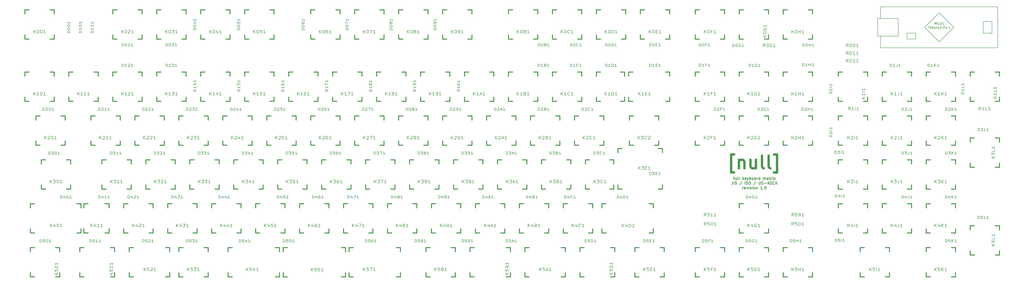
<source format=gbr>
G04 #@! TF.FileFunction,Legend,Top*
%FSLAX46Y46*%
G04 Gerber Fmt 4.6, Leading zero omitted, Abs format (unit mm)*
G04 Created by KiCad (PCBNEW 4.0.5+dfsg1-4) date Tue Aug 15 23:30:36 2017*
%MOMM*%
%LPD*%
G01*
G04 APERTURE LIST*
%ADD10C,0.100000*%
%ADD11C,0.250000*%
%ADD12C,1.000000*%
%ADD13C,0.381000*%
%ADD14C,0.150000*%
%ADD15C,0.203200*%
G04 APERTURE END LIST*
D10*
D11*
X326007144Y-91942857D02*
X326464287Y-91942857D01*
X326178572Y-92742857D02*
X326178572Y-91714286D01*
X326235715Y-91600000D01*
X326350001Y-91542857D01*
X326464287Y-91542857D01*
X327378572Y-91942857D02*
X327378572Y-92742857D01*
X326864286Y-91942857D02*
X326864286Y-92571429D01*
X326921429Y-92685714D01*
X327035715Y-92742857D01*
X327207143Y-92742857D01*
X327321429Y-92685714D01*
X327378572Y-92628571D01*
X328121429Y-92742857D02*
X328007143Y-92685714D01*
X327950000Y-92571429D01*
X327950000Y-91542857D01*
X328750000Y-92742857D02*
X328635714Y-92685714D01*
X328578571Y-92571429D01*
X328578571Y-91542857D01*
X330121428Y-92742857D02*
X330121428Y-91542857D01*
X330235714Y-92285714D02*
X330578571Y-92742857D01*
X330578571Y-91942857D02*
X330121428Y-92400000D01*
X331550000Y-92685714D02*
X331435714Y-92742857D01*
X331207143Y-92742857D01*
X331092857Y-92685714D01*
X331035714Y-92571429D01*
X331035714Y-92114286D01*
X331092857Y-92000000D01*
X331207143Y-91942857D01*
X331435714Y-91942857D01*
X331550000Y-92000000D01*
X331607143Y-92114286D01*
X331607143Y-92228571D01*
X331035714Y-92342857D01*
X332007143Y-91942857D02*
X332292857Y-92742857D01*
X332578571Y-91942857D02*
X332292857Y-92742857D01*
X332178571Y-93028571D01*
X332121428Y-93085714D01*
X332007143Y-93142857D01*
X333035714Y-92742857D02*
X333035714Y-91542857D01*
X333035714Y-92000000D02*
X333150000Y-91942857D01*
X333378571Y-91942857D01*
X333492857Y-92000000D01*
X333550000Y-92057143D01*
X333607143Y-92171429D01*
X333607143Y-92514286D01*
X333550000Y-92628571D01*
X333492857Y-92685714D01*
X333378571Y-92742857D01*
X333150000Y-92742857D01*
X333035714Y-92685714D01*
X334292857Y-92742857D02*
X334178571Y-92685714D01*
X334121428Y-92628571D01*
X334064285Y-92514286D01*
X334064285Y-92171429D01*
X334121428Y-92057143D01*
X334178571Y-92000000D01*
X334292857Y-91942857D01*
X334464285Y-91942857D01*
X334578571Y-92000000D01*
X334635714Y-92057143D01*
X334692857Y-92171429D01*
X334692857Y-92514286D01*
X334635714Y-92628571D01*
X334578571Y-92685714D01*
X334464285Y-92742857D01*
X334292857Y-92742857D01*
X335721428Y-92742857D02*
X335721428Y-92114286D01*
X335664285Y-92000000D01*
X335549999Y-91942857D01*
X335321428Y-91942857D01*
X335207142Y-92000000D01*
X335721428Y-92685714D02*
X335607142Y-92742857D01*
X335321428Y-92742857D01*
X335207142Y-92685714D01*
X335149999Y-92571429D01*
X335149999Y-92457143D01*
X335207142Y-92342857D01*
X335321428Y-92285714D01*
X335607142Y-92285714D01*
X335721428Y-92228571D01*
X336292856Y-92742857D02*
X336292856Y-91942857D01*
X336292856Y-92171429D02*
X336349999Y-92057143D01*
X336407142Y-92000000D01*
X336521428Y-91942857D01*
X336635713Y-91942857D01*
X337549999Y-92742857D02*
X337549999Y-91542857D01*
X337549999Y-92685714D02*
X337435713Y-92742857D01*
X337207142Y-92742857D01*
X337092856Y-92685714D01*
X337035713Y-92628571D01*
X336978570Y-92514286D01*
X336978570Y-92171429D01*
X337035713Y-92057143D01*
X337092856Y-92000000D01*
X337207142Y-91942857D01*
X337435713Y-91942857D01*
X337549999Y-92000000D01*
X339035713Y-92742857D02*
X339035713Y-91942857D01*
X339035713Y-92057143D02*
X339092856Y-92000000D01*
X339207142Y-91942857D01*
X339378570Y-91942857D01*
X339492856Y-92000000D01*
X339549999Y-92114286D01*
X339549999Y-92742857D01*
X339549999Y-92114286D02*
X339607142Y-92000000D01*
X339721428Y-91942857D01*
X339892856Y-91942857D01*
X340007142Y-92000000D01*
X340064285Y-92114286D01*
X340064285Y-92742857D01*
X341149999Y-92742857D02*
X341149999Y-92114286D01*
X341092856Y-92000000D01*
X340978570Y-91942857D01*
X340749999Y-91942857D01*
X340635713Y-92000000D01*
X341149999Y-92685714D02*
X341035713Y-92742857D01*
X340749999Y-92742857D01*
X340635713Y-92685714D01*
X340578570Y-92571429D01*
X340578570Y-92457143D01*
X340635713Y-92342857D01*
X340749999Y-92285714D01*
X341035713Y-92285714D01*
X341149999Y-92228571D01*
X341549999Y-91942857D02*
X342007142Y-91942857D01*
X341721427Y-91542857D02*
X341721427Y-92571429D01*
X341778570Y-92685714D01*
X341892856Y-92742857D01*
X342007142Y-92742857D01*
X342407141Y-92742857D02*
X342407141Y-91942857D01*
X342407141Y-92171429D02*
X342464284Y-92057143D01*
X342521427Y-92000000D01*
X342635713Y-91942857D01*
X342749998Y-91942857D01*
X343149998Y-92742857D02*
X343149998Y-91942857D01*
X343149998Y-91542857D02*
X343092855Y-91600000D01*
X343149998Y-91657143D01*
X343207141Y-91600000D01*
X343149998Y-91542857D01*
X343149998Y-91657143D01*
X343607142Y-92742857D02*
X344235713Y-91942857D01*
X343607142Y-91942857D02*
X344235713Y-92742857D01*
X325692856Y-93592857D02*
X325692856Y-94450000D01*
X325635714Y-94621429D01*
X325521428Y-94735714D01*
X325349999Y-94792857D01*
X325235714Y-94792857D01*
X326264285Y-94792857D02*
X326264285Y-93592857D01*
X326778571Y-94735714D02*
X326950000Y-94792857D01*
X327235714Y-94792857D01*
X327350000Y-94735714D01*
X327407143Y-94678571D01*
X327464286Y-94564286D01*
X327464286Y-94450000D01*
X327407143Y-94335714D01*
X327350000Y-94278571D01*
X327235714Y-94221429D01*
X327007143Y-94164286D01*
X326892857Y-94107143D01*
X326835714Y-94050000D01*
X326778571Y-93935714D01*
X326778571Y-93821429D01*
X326835714Y-93707143D01*
X326892857Y-93650000D01*
X327007143Y-93592857D01*
X327292857Y-93592857D01*
X327464286Y-93650000D01*
X329750000Y-93535714D02*
X328721429Y-95078571D01*
X331064286Y-94792857D02*
X331064286Y-93592857D01*
X331578572Y-94735714D02*
X331750001Y-94792857D01*
X332035715Y-94792857D01*
X332150001Y-94735714D01*
X332207144Y-94678571D01*
X332264287Y-94564286D01*
X332264287Y-94450000D01*
X332207144Y-94335714D01*
X332150001Y-94278571D01*
X332035715Y-94221429D01*
X331807144Y-94164286D01*
X331692858Y-94107143D01*
X331635715Y-94050000D01*
X331578572Y-93935714D01*
X331578572Y-93821429D01*
X331635715Y-93707143D01*
X331692858Y-93650000D01*
X331807144Y-93592857D01*
X332092858Y-93592857D01*
X332264287Y-93650000D01*
X333007144Y-93592857D02*
X333235715Y-93592857D01*
X333350001Y-93650000D01*
X333464287Y-93764286D01*
X333521429Y-93992857D01*
X333521429Y-94392857D01*
X333464287Y-94621429D01*
X333350001Y-94735714D01*
X333235715Y-94792857D01*
X333007144Y-94792857D01*
X332892858Y-94735714D01*
X332778572Y-94621429D01*
X332721429Y-94392857D01*
X332721429Y-93992857D01*
X332778572Y-93764286D01*
X332892858Y-93650000D01*
X333007144Y-93592857D01*
X335807144Y-93535714D02*
X334778573Y-95078571D01*
X337121430Y-93592857D02*
X337121430Y-94564286D01*
X337178573Y-94678571D01*
X337235716Y-94735714D01*
X337350002Y-94792857D01*
X337578573Y-94792857D01*
X337692859Y-94735714D01*
X337750002Y-94678571D01*
X337807145Y-94564286D01*
X337807145Y-93592857D01*
X338321430Y-94735714D02*
X338492859Y-94792857D01*
X338778573Y-94792857D01*
X338892859Y-94735714D01*
X338950002Y-94678571D01*
X339007145Y-94564286D01*
X339007145Y-94450000D01*
X338950002Y-94335714D01*
X338892859Y-94278571D01*
X338778573Y-94221429D01*
X338550002Y-94164286D01*
X338435716Y-94107143D01*
X338378573Y-94050000D01*
X338321430Y-93935714D01*
X338321430Y-93821429D01*
X338378573Y-93707143D01*
X338435716Y-93650000D01*
X338550002Y-93592857D01*
X338835716Y-93592857D01*
X339007145Y-93650000D01*
X339521430Y-94335714D02*
X340435716Y-94335714D01*
X340950001Y-94450000D02*
X341521430Y-94450000D01*
X340835716Y-94792857D02*
X341235716Y-93592857D01*
X341635716Y-94792857D01*
X341978572Y-94735714D02*
X342150001Y-94792857D01*
X342435715Y-94792857D01*
X342550001Y-94735714D01*
X342607144Y-94678571D01*
X342664287Y-94564286D01*
X342664287Y-94450000D01*
X342607144Y-94335714D01*
X342550001Y-94278571D01*
X342435715Y-94221429D01*
X342207144Y-94164286D01*
X342092858Y-94107143D01*
X342035715Y-94050000D01*
X341978572Y-93935714D01*
X341978572Y-93821429D01*
X342035715Y-93707143D01*
X342092858Y-93650000D01*
X342207144Y-93592857D01*
X342492858Y-93592857D01*
X342664287Y-93650000D01*
X343864287Y-94678571D02*
X343807144Y-94735714D01*
X343635715Y-94792857D01*
X343521429Y-94792857D01*
X343350001Y-94735714D01*
X343235715Y-94621429D01*
X343178572Y-94507143D01*
X343121429Y-94278571D01*
X343121429Y-94107143D01*
X343178572Y-93878571D01*
X343235715Y-93764286D01*
X343350001Y-93650000D01*
X343521429Y-93592857D01*
X343635715Y-93592857D01*
X343807144Y-93650000D01*
X343864287Y-93707143D01*
X344378572Y-94792857D02*
X344378572Y-93592857D01*
X344950001Y-94792857D02*
X344950001Y-93592857D01*
X330064285Y-96842857D02*
X330064285Y-96042857D01*
X330064285Y-96271429D02*
X330121428Y-96157143D01*
X330178571Y-96100000D01*
X330292857Y-96042857D01*
X330407142Y-96042857D01*
X331264285Y-96785714D02*
X331149999Y-96842857D01*
X330921428Y-96842857D01*
X330807142Y-96785714D01*
X330749999Y-96671429D01*
X330749999Y-96214286D01*
X330807142Y-96100000D01*
X330921428Y-96042857D01*
X331149999Y-96042857D01*
X331264285Y-96100000D01*
X331321428Y-96214286D01*
X331321428Y-96328571D01*
X330749999Y-96442857D01*
X331721428Y-96042857D02*
X332007142Y-96842857D01*
X332292856Y-96042857D01*
X332749999Y-96842857D02*
X332749999Y-96042857D01*
X332749999Y-95642857D02*
X332692856Y-95700000D01*
X332749999Y-95757143D01*
X332807142Y-95700000D01*
X332749999Y-95642857D01*
X332749999Y-95757143D01*
X333264285Y-96785714D02*
X333378571Y-96842857D01*
X333607143Y-96842857D01*
X333721428Y-96785714D01*
X333778571Y-96671429D01*
X333778571Y-96614286D01*
X333721428Y-96500000D01*
X333607143Y-96442857D01*
X333435714Y-96442857D01*
X333321428Y-96385714D01*
X333264285Y-96271429D01*
X333264285Y-96214286D01*
X333321428Y-96100000D01*
X333435714Y-96042857D01*
X333607143Y-96042857D01*
X333721428Y-96100000D01*
X334292857Y-96842857D02*
X334292857Y-96042857D01*
X334292857Y-95642857D02*
X334235714Y-95700000D01*
X334292857Y-95757143D01*
X334350000Y-95700000D01*
X334292857Y-95642857D01*
X334292857Y-95757143D01*
X335035715Y-96842857D02*
X334921429Y-96785714D01*
X334864286Y-96728571D01*
X334807143Y-96614286D01*
X334807143Y-96271429D01*
X334864286Y-96157143D01*
X334921429Y-96100000D01*
X335035715Y-96042857D01*
X335207143Y-96042857D01*
X335321429Y-96100000D01*
X335378572Y-96157143D01*
X335435715Y-96271429D01*
X335435715Y-96614286D01*
X335378572Y-96728571D01*
X335321429Y-96785714D01*
X335207143Y-96842857D01*
X335035715Y-96842857D01*
X335950000Y-96042857D02*
X335950000Y-96842857D01*
X335950000Y-96157143D02*
X336007143Y-96100000D01*
X336121429Y-96042857D01*
X336292857Y-96042857D01*
X336407143Y-96100000D01*
X336464286Y-96214286D01*
X336464286Y-96842857D01*
X338578572Y-96842857D02*
X337892857Y-96842857D01*
X338235715Y-96842857D02*
X338235715Y-95642857D01*
X338121429Y-95814286D01*
X338007143Y-95928571D01*
X337892857Y-95985714D01*
X339092857Y-96728571D02*
X339150000Y-96785714D01*
X339092857Y-96842857D01*
X339035714Y-96785714D01*
X339092857Y-96728571D01*
X339092857Y-96842857D01*
X339892858Y-95642857D02*
X340007143Y-95642857D01*
X340121429Y-95700000D01*
X340178572Y-95757143D01*
X340235715Y-95871429D01*
X340292858Y-96100000D01*
X340292858Y-96385714D01*
X340235715Y-96614286D01*
X340178572Y-96728571D01*
X340121429Y-96785714D01*
X340007143Y-96842857D01*
X339892858Y-96842857D01*
X339778572Y-96785714D01*
X339721429Y-96728571D01*
X339664286Y-96614286D01*
X339607143Y-96385714D01*
X339607143Y-96100000D01*
X339664286Y-95871429D01*
X339721429Y-95757143D01*
X339778572Y-95700000D01*
X339892858Y-95642857D01*
D12*
X326407143Y-89671429D02*
X325097620Y-89671429D01*
X325097620Y-81814286D01*
X326407143Y-81814286D01*
X328502382Y-84171429D02*
X328502382Y-87838095D01*
X328502382Y-84695238D02*
X328764287Y-84433333D01*
X329288096Y-84171429D01*
X330073810Y-84171429D01*
X330597620Y-84433333D01*
X330859525Y-84957143D01*
X330859525Y-87838095D01*
X335835715Y-84171429D02*
X335835715Y-87838095D01*
X333478572Y-84171429D02*
X333478572Y-87052381D01*
X333740477Y-87576190D01*
X334264286Y-87838095D01*
X335050000Y-87838095D01*
X335573810Y-87576190D01*
X335835715Y-87314286D01*
X339240476Y-87838095D02*
X338716667Y-87576190D01*
X338454762Y-87052381D01*
X338454762Y-82338095D01*
X342121428Y-87838095D02*
X341597619Y-87576190D01*
X341335714Y-87052381D01*
X341335714Y-82338095D01*
X343692856Y-89671429D02*
X345002380Y-89671429D01*
X345002380Y-81814286D01*
X343692856Y-81814286D01*
D13*
X280625000Y-46037500D02*
X282403000Y-46037500D01*
X282403000Y-58737500D02*
X280625000Y-58737500D01*
X280625000Y-58737500D02*
X280625000Y-56959500D01*
X280625000Y-47815500D02*
X280625000Y-46037500D01*
X296672000Y-46037500D02*
X298450000Y-46037500D01*
X298450000Y-46037500D02*
X298450000Y-47815500D01*
X298450000Y-56959500D02*
X298450000Y-58737500D01*
X298450000Y-58737500D02*
X296672000Y-58737500D01*
X266700000Y-46037500D02*
X268478000Y-46037500D01*
X277122000Y-46037500D02*
X278900000Y-46037500D01*
X278900000Y-46037500D02*
X278900000Y-47815500D01*
X278900000Y-56959500D02*
X278900000Y-58737500D01*
X278900000Y-58737500D02*
X277122000Y-58737500D01*
X268478000Y-58737500D02*
X266700000Y-58737500D01*
X266700000Y-58737500D02*
X266700000Y-56959500D01*
X266700000Y-47815500D02*
X266700000Y-46037500D01*
X289528000Y-103188000D02*
X291306000Y-103188000D01*
X291306000Y-103188000D02*
X291306000Y-104966000D01*
X291306000Y-114110000D02*
X291306000Y-115888000D01*
X291306000Y-115888000D02*
X289528000Y-115888000D01*
X269065000Y-103188000D02*
X270843000Y-103188000D01*
X270843000Y-115888000D02*
X269065000Y-115888000D01*
X269065000Y-115888000D02*
X269065000Y-114110000D01*
X269065000Y-104966000D02*
X269065000Y-103188000D01*
X276045000Y-79237500D02*
X277823000Y-79237500D01*
X293567000Y-79237500D02*
X295345000Y-79237500D01*
X295345000Y-79237500D02*
X295345000Y-81015500D01*
X295345000Y-95059500D02*
X295345000Y-96837500D01*
X295345000Y-96837500D02*
X293567000Y-96837500D01*
X277823000Y-96837500D02*
X276045000Y-96837500D01*
X276045000Y-96837500D02*
X276045000Y-95059500D01*
X276045000Y-81015500D02*
X276045000Y-79237500D01*
X261938000Y-84137500D02*
X263716000Y-84137500D01*
X272460000Y-84137500D02*
X274238000Y-84137500D01*
X274238000Y-84137500D02*
X274238000Y-85915500D01*
X274238000Y-95059500D02*
X274238000Y-96837500D01*
X274238000Y-96837500D02*
X272460000Y-96837500D01*
X263716000Y-96837500D02*
X261938000Y-96837500D01*
X261938000Y-96837500D02*
X261938000Y-95059500D01*
X261938000Y-85915500D02*
X261938000Y-84137500D01*
X227628000Y-122238000D02*
X229406000Y-122238000D01*
X229406000Y-122238000D02*
X229406000Y-124016000D01*
X229406000Y-133160000D02*
X229406000Y-134938000D01*
X229406000Y-134938000D02*
X227628000Y-134938000D01*
X211931000Y-122238000D02*
X213709000Y-122238000D01*
X213709000Y-134938000D02*
X211931000Y-134938000D01*
X211931000Y-134938000D02*
X211931000Y-133160000D01*
X211931000Y-124016000D02*
X211931000Y-122238000D01*
X272860000Y-122238000D02*
X274638000Y-122238000D01*
X274638000Y-122238000D02*
X274638000Y-124016000D01*
X274638000Y-133160000D02*
X274638000Y-134938000D01*
X274638000Y-134938000D02*
X272860000Y-134938000D01*
X259556000Y-122238000D02*
X261334000Y-122238000D01*
X261334000Y-134938000D02*
X259556000Y-134938000D01*
X259556000Y-134938000D02*
X259556000Y-133160000D01*
X259556000Y-124016000D02*
X259556000Y-122238000D01*
X251428000Y-122238000D02*
X253206000Y-122238000D01*
X253206000Y-122238000D02*
X253206000Y-124016000D01*
X253206000Y-133160000D02*
X253206000Y-134938000D01*
X253206000Y-134938000D02*
X251428000Y-134938000D01*
X235744000Y-122238000D02*
X237522000Y-122238000D01*
X237522000Y-134938000D02*
X235744000Y-134938000D01*
X235744000Y-134938000D02*
X235744000Y-133160000D01*
X235744000Y-124016000D02*
X235744000Y-122238000D01*
X159544000Y-122238000D02*
X161322000Y-122238000D01*
X161322000Y-134938000D02*
X159544000Y-134938000D01*
X159544000Y-134938000D02*
X159544000Y-133160000D01*
X159544000Y-124016000D02*
X159544000Y-122238000D01*
X179997000Y-122238000D02*
X181775000Y-122238000D01*
X181775000Y-122238000D02*
X181775000Y-124016000D01*
X181775000Y-133160000D02*
X181775000Y-134938000D01*
X181775000Y-134938000D02*
X179997000Y-134938000D01*
X156178000Y-122238000D02*
X157956000Y-122238000D01*
X157956000Y-122238000D02*
X157956000Y-124016000D01*
X157956000Y-133160000D02*
X157956000Y-134938000D01*
X157956000Y-134938000D02*
X156178000Y-134938000D01*
X130937000Y-122238000D02*
X132715000Y-122238000D01*
X132715000Y-134938000D02*
X130937000Y-134938000D01*
X130937000Y-134938000D02*
X130937000Y-133160000D01*
X130937000Y-124016000D02*
X130937000Y-122238000D01*
X107137000Y-122238000D02*
X108915000Y-122238000D01*
X108915000Y-134938000D02*
X107137000Y-134938000D01*
X107137000Y-134938000D02*
X107137000Y-133160000D01*
X107137000Y-124016000D02*
X107137000Y-122238000D01*
X127587000Y-122238000D02*
X129365000Y-122238000D01*
X129365000Y-122238000D02*
X129365000Y-124016000D01*
X129365000Y-133160000D02*
X129365000Y-134938000D01*
X129365000Y-134938000D02*
X127587000Y-134938000D01*
X44646600Y-103188000D02*
X46424600Y-103188000D01*
X53768600Y-103188000D02*
X55546600Y-103188000D01*
X55546600Y-103188000D02*
X55546600Y-104966000D01*
X55546600Y-114110000D02*
X55546600Y-115888000D01*
X55546600Y-115888000D02*
X53768600Y-115888000D01*
X46424600Y-115888000D02*
X44646600Y-115888000D01*
X44646600Y-115888000D02*
X44646600Y-114110000D01*
X44646600Y-104966000D02*
X44646600Y-103188000D01*
X41579800Y-103188000D02*
X43357800Y-103188000D01*
X43357800Y-103188000D02*
X43357800Y-104966000D01*
X43357800Y-114110000D02*
X43357800Y-115888000D01*
X43357800Y-115888000D02*
X41579800Y-115888000D01*
X21415400Y-103188000D02*
X23193400Y-103188000D01*
X23193400Y-115888000D02*
X21415400Y-115888000D01*
X21415400Y-115888000D02*
X21415400Y-114110000D01*
X21415400Y-104966000D02*
X21415400Y-103188000D01*
X79978200Y-122238000D02*
X81756200Y-122238000D01*
X81756200Y-122238000D02*
X81756200Y-124016000D01*
X81756200Y-133160000D02*
X81756200Y-134938000D01*
X81756200Y-134938000D02*
X79978200Y-134938000D01*
X64293800Y-122238000D02*
X66071800Y-122238000D01*
X66071800Y-134938000D02*
X64293800Y-134938000D01*
X64293800Y-134938000D02*
X64293800Y-133160000D01*
X64293800Y-124016000D02*
X64293800Y-122238000D01*
X56165800Y-122238000D02*
X57943800Y-122238000D01*
X57943800Y-122238000D02*
X57943800Y-124016000D01*
X57943800Y-133160000D02*
X57943800Y-134938000D01*
X57943800Y-134938000D02*
X56165800Y-134938000D01*
X42862500Y-122238000D02*
X44640500Y-122238000D01*
X44640500Y-134938000D02*
X42862500Y-134938000D01*
X42862500Y-134938000D02*
X42862500Y-133160000D01*
X42862500Y-124016000D02*
X42862500Y-122238000D01*
X228600000Y-19050000D02*
X230378000Y-19050000D01*
X239522000Y-19050000D02*
X241300000Y-19050000D01*
X241300000Y-19050000D02*
X241300000Y-20828000D01*
X241300000Y-29972000D02*
X241300000Y-31750000D01*
X241300000Y-31750000D02*
X239522000Y-31750000D01*
X230378000Y-31750000D02*
X228600000Y-31750000D01*
X228600000Y-31750000D02*
X228600000Y-29972000D01*
X228600000Y-20828000D02*
X228600000Y-19050000D01*
X247650000Y-19050000D02*
X249428000Y-19050000D01*
X258572000Y-19050000D02*
X260350000Y-19050000D01*
X260350000Y-19050000D02*
X260350000Y-20828000D01*
X260350000Y-29972000D02*
X260350000Y-31750000D01*
X260350000Y-31750000D02*
X258572000Y-31750000D01*
X249428000Y-31750000D02*
X247650000Y-31750000D01*
X247650000Y-31750000D02*
X247650000Y-29972000D01*
X247650000Y-20828000D02*
X247650000Y-19050000D01*
X266700000Y-19050000D02*
X268478000Y-19050000D01*
X277622000Y-19050000D02*
X279400000Y-19050000D01*
X279400000Y-19050000D02*
X279400000Y-20828000D01*
X279400000Y-29972000D02*
X279400000Y-31750000D01*
X279400000Y-31750000D02*
X277622000Y-31750000D01*
X268478000Y-31750000D02*
X266700000Y-31750000D01*
X266700000Y-31750000D02*
X266700000Y-29972000D01*
X266700000Y-20828000D02*
X266700000Y-19050000D01*
X285750000Y-19050000D02*
X287528000Y-19050000D01*
X296672000Y-19050000D02*
X298450000Y-19050000D01*
X298450000Y-19050000D02*
X298450000Y-20828000D01*
X298450000Y-29972000D02*
X298450000Y-31750000D01*
X298450000Y-31750000D02*
X296672000Y-31750000D01*
X287528000Y-31750000D02*
X285750000Y-31750000D01*
X285750000Y-31750000D02*
X285750000Y-29972000D01*
X285750000Y-20828000D02*
X285750000Y-19050000D01*
X309562000Y-19050000D02*
X311340000Y-19050000D01*
X320484000Y-19050000D02*
X322262000Y-19050000D01*
X322262000Y-19050000D02*
X322262000Y-20828000D01*
X322262000Y-29972000D02*
X322262000Y-31750000D01*
X322262000Y-31750000D02*
X320484000Y-31750000D01*
X311340000Y-31750000D02*
X309562000Y-31750000D01*
X309562000Y-31750000D02*
X309562000Y-29972000D01*
X309562000Y-20828000D02*
X309562000Y-19050000D01*
X328612000Y-19050000D02*
X330390000Y-19050000D01*
X339534000Y-19050000D02*
X341312000Y-19050000D01*
X341312000Y-19050000D02*
X341312000Y-20828000D01*
X341312000Y-29972000D02*
X341312000Y-31750000D01*
X341312000Y-31750000D02*
X339534000Y-31750000D01*
X330390000Y-31750000D02*
X328612000Y-31750000D01*
X328612000Y-31750000D02*
X328612000Y-29972000D01*
X328612000Y-20828000D02*
X328612000Y-19050000D01*
X347662000Y-19050000D02*
X349440000Y-19050000D01*
X358584000Y-19050000D02*
X360362000Y-19050000D01*
X360362000Y-19050000D02*
X360362000Y-20828000D01*
X360362000Y-29972000D02*
X360362000Y-31750000D01*
X360362000Y-31750000D02*
X358584000Y-31750000D01*
X349440000Y-31750000D02*
X347662000Y-31750000D01*
X347662000Y-31750000D02*
X347662000Y-29972000D01*
X347662000Y-20828000D02*
X347662000Y-19050000D01*
X19050000Y-19050000D02*
X20828000Y-19050000D01*
X29972000Y-19050000D02*
X31750000Y-19050000D01*
X31750000Y-19050000D02*
X31750000Y-20828000D01*
X31750000Y-29972000D02*
X31750000Y-31750000D01*
X31750000Y-31750000D02*
X29972000Y-31750000D01*
X20828000Y-31750000D02*
X19050000Y-31750000D01*
X19050000Y-31750000D02*
X19050000Y-29972000D01*
X19050000Y-20828000D02*
X19050000Y-19050000D01*
X209550000Y-46037500D02*
X211328000Y-46037500D01*
X220472000Y-46037500D02*
X222250000Y-46037500D01*
X222250000Y-46037500D02*
X222250000Y-47815500D01*
X222250000Y-56959500D02*
X222250000Y-58737500D01*
X222250000Y-58737500D02*
X220472000Y-58737500D01*
X211328000Y-58737500D02*
X209550000Y-58737500D01*
X209550000Y-58737500D02*
X209550000Y-56959500D01*
X209550000Y-47815500D02*
X209550000Y-46037500D01*
X228600000Y-46037500D02*
X230378000Y-46037500D01*
X239522000Y-46037500D02*
X241300000Y-46037500D01*
X241300000Y-46037500D02*
X241300000Y-47815500D01*
X241300000Y-56959500D02*
X241300000Y-58737500D01*
X241300000Y-58737500D02*
X239522000Y-58737500D01*
X230378000Y-58737500D02*
X228600000Y-58737500D01*
X228600000Y-58737500D02*
X228600000Y-56959500D01*
X228600000Y-47815500D02*
X228600000Y-46037500D01*
X247650000Y-46037500D02*
X249428000Y-46037500D01*
X258572000Y-46037500D02*
X260350000Y-46037500D01*
X260350000Y-46037500D02*
X260350000Y-47815500D01*
X260350000Y-56959500D02*
X260350000Y-58737500D01*
X260350000Y-58737500D02*
X258572000Y-58737500D01*
X249428000Y-58737500D02*
X247650000Y-58737500D01*
X247650000Y-58737500D02*
X247650000Y-56959500D01*
X247650000Y-47815500D02*
X247650000Y-46037500D01*
X309562000Y-46037500D02*
X311340000Y-46037500D01*
X320484000Y-46037500D02*
X322262000Y-46037500D01*
X322262000Y-46037500D02*
X322262000Y-47815500D01*
X322262000Y-56959500D02*
X322262000Y-58737500D01*
X322262000Y-58737500D02*
X320484000Y-58737500D01*
X311340000Y-58737500D02*
X309562000Y-58737500D01*
X309562000Y-58737500D02*
X309562000Y-56959500D01*
X309562000Y-47815500D02*
X309562000Y-46037500D01*
X328612000Y-46037500D02*
X330390000Y-46037500D01*
X339534000Y-46037500D02*
X341312000Y-46037500D01*
X341312000Y-46037500D02*
X341312000Y-47815500D01*
X341312000Y-56959500D02*
X341312000Y-58737500D01*
X341312000Y-58737500D02*
X339534000Y-58737500D01*
X330390000Y-58737500D02*
X328612000Y-58737500D01*
X328612000Y-58737500D02*
X328612000Y-56959500D01*
X328612000Y-47815500D02*
X328612000Y-46037500D01*
X347662000Y-46037500D02*
X349440000Y-46037500D01*
X358584000Y-46037500D02*
X360362000Y-46037500D01*
X360362000Y-46037500D02*
X360362000Y-47815500D01*
X360362000Y-56959500D02*
X360362000Y-58737500D01*
X360362000Y-58737500D02*
X358584000Y-58737500D01*
X349440000Y-58737500D02*
X347662000Y-58737500D01*
X347662000Y-58737500D02*
X347662000Y-56959500D01*
X347662000Y-47815500D02*
X347662000Y-46037500D01*
X371475000Y-46037500D02*
X373253000Y-46037500D01*
X382397000Y-46037500D02*
X384175000Y-46037500D01*
X384175000Y-46037500D02*
X384175000Y-47815500D01*
X384175000Y-56959500D02*
X384175000Y-58737500D01*
X384175000Y-58737500D02*
X382397000Y-58737500D01*
X373253000Y-58737500D02*
X371475000Y-58737500D01*
X371475000Y-58737500D02*
X371475000Y-56959500D01*
X371475000Y-47815500D02*
X371475000Y-46037500D01*
X390525000Y-46037500D02*
X392303000Y-46037500D01*
X401447000Y-46037500D02*
X403225000Y-46037500D01*
X403225000Y-46037500D02*
X403225000Y-47815500D01*
X403225000Y-56959500D02*
X403225000Y-58737500D01*
X403225000Y-58737500D02*
X401447000Y-58737500D01*
X392303000Y-58737500D02*
X390525000Y-58737500D01*
X390525000Y-58737500D02*
X390525000Y-56959500D01*
X390525000Y-47815500D02*
X390525000Y-46037500D01*
X409575000Y-46037500D02*
X411353000Y-46037500D01*
X420497000Y-46037500D02*
X422275000Y-46037500D01*
X422275000Y-46037500D02*
X422275000Y-47815500D01*
X422275000Y-56959500D02*
X422275000Y-58737500D01*
X422275000Y-58737500D02*
X420497000Y-58737500D01*
X411353000Y-58737500D02*
X409575000Y-58737500D01*
X409575000Y-58737500D02*
X409575000Y-56959500D01*
X409575000Y-47815500D02*
X409575000Y-46037500D01*
X428625000Y-46037500D02*
X430403000Y-46037500D01*
X439547000Y-46037500D02*
X441325000Y-46037500D01*
X441325000Y-46037500D02*
X441325000Y-47815500D01*
X441325000Y-56959500D02*
X441325000Y-58737500D01*
X441325000Y-58737500D02*
X439547000Y-58737500D01*
X430403000Y-58737500D02*
X428625000Y-58737500D01*
X428625000Y-58737500D02*
X428625000Y-56959500D01*
X428625000Y-47815500D02*
X428625000Y-46037500D01*
X219075000Y-65087500D02*
X220853000Y-65087500D01*
X229997000Y-65087500D02*
X231775000Y-65087500D01*
X231775000Y-65087500D02*
X231775000Y-66865500D01*
X231775000Y-76009500D02*
X231775000Y-77787500D01*
X231775000Y-77787500D02*
X229997000Y-77787500D01*
X220853000Y-77787500D02*
X219075000Y-77787500D01*
X219075000Y-77787500D02*
X219075000Y-76009500D01*
X219075000Y-66865500D02*
X219075000Y-65087500D01*
X238125000Y-65087500D02*
X239903000Y-65087500D01*
X249047000Y-65087500D02*
X250825000Y-65087500D01*
X250825000Y-65087500D02*
X250825000Y-66865500D01*
X250825000Y-76009500D02*
X250825000Y-77787500D01*
X250825000Y-77787500D02*
X249047000Y-77787500D01*
X239903000Y-77787500D02*
X238125000Y-77787500D01*
X238125000Y-77787500D02*
X238125000Y-76009500D01*
X238125000Y-66865500D02*
X238125000Y-65087500D01*
X257175000Y-65087500D02*
X258953000Y-65087500D01*
X268097000Y-65087500D02*
X269875000Y-65087500D01*
X269875000Y-65087500D02*
X269875000Y-66865500D01*
X269875000Y-76009500D02*
X269875000Y-77787500D01*
X269875000Y-77787500D02*
X268097000Y-77787500D01*
X258953000Y-77787500D02*
X257175000Y-77787500D01*
X257175000Y-77787500D02*
X257175000Y-76009500D01*
X257175000Y-66865500D02*
X257175000Y-65087500D01*
X309562000Y-65087500D02*
X311340000Y-65087500D01*
X320484000Y-65087500D02*
X322262000Y-65087500D01*
X322262000Y-65087500D02*
X322262000Y-66865500D01*
X322262000Y-76009500D02*
X322262000Y-77787500D01*
X322262000Y-77787500D02*
X320484000Y-77787500D01*
X311340000Y-77787500D02*
X309562000Y-77787500D01*
X309562000Y-77787500D02*
X309562000Y-76009500D01*
X309562000Y-66865500D02*
X309562000Y-65087500D01*
X328612000Y-65087500D02*
X330390000Y-65087500D01*
X339534000Y-65087500D02*
X341312000Y-65087500D01*
X341312000Y-65087500D02*
X341312000Y-66865500D01*
X341312000Y-76009500D02*
X341312000Y-77787500D01*
X341312000Y-77787500D02*
X339534000Y-77787500D01*
X330390000Y-77787500D02*
X328612000Y-77787500D01*
X328612000Y-77787500D02*
X328612000Y-76009500D01*
X328612000Y-66865500D02*
X328612000Y-65087500D01*
X347662000Y-65087500D02*
X349440000Y-65087500D01*
X358584000Y-65087500D02*
X360362000Y-65087500D01*
X360362000Y-65087500D02*
X360362000Y-66865500D01*
X360362000Y-76009500D02*
X360362000Y-77787500D01*
X360362000Y-77787500D02*
X358584000Y-77787500D01*
X349440000Y-77787500D02*
X347662000Y-77787500D01*
X347662000Y-77787500D02*
X347662000Y-76009500D01*
X347662000Y-66865500D02*
X347662000Y-65087500D01*
X371475000Y-65087500D02*
X373253000Y-65087500D01*
X382397000Y-65087500D02*
X384175000Y-65087500D01*
X384175000Y-65087500D02*
X384175000Y-66865500D01*
X384175000Y-76009500D02*
X384175000Y-77787500D01*
X384175000Y-77787500D02*
X382397000Y-77787500D01*
X373253000Y-77787500D02*
X371475000Y-77787500D01*
X371475000Y-77787500D02*
X371475000Y-76009500D01*
X371475000Y-66865500D02*
X371475000Y-65087500D01*
X390525000Y-65087500D02*
X392303000Y-65087500D01*
X401447000Y-65087500D02*
X403225000Y-65087500D01*
X403225000Y-65087500D02*
X403225000Y-66865500D01*
X403225000Y-76009500D02*
X403225000Y-77787500D01*
X403225000Y-77787500D02*
X401447000Y-77787500D01*
X392303000Y-77787500D02*
X390525000Y-77787500D01*
X390525000Y-77787500D02*
X390525000Y-76009500D01*
X390525000Y-66865500D02*
X390525000Y-65087500D01*
X409575000Y-65087500D02*
X411353000Y-65087500D01*
X420497000Y-65087500D02*
X422275000Y-65087500D01*
X422275000Y-65087500D02*
X422275000Y-66865500D01*
X422275000Y-76009500D02*
X422275000Y-77787500D01*
X422275000Y-77787500D02*
X420497000Y-77787500D01*
X411353000Y-77787500D02*
X409575000Y-77787500D01*
X409575000Y-77787500D02*
X409575000Y-76009500D01*
X409575000Y-66865500D02*
X409575000Y-65087500D01*
X223838000Y-84137500D02*
X225616000Y-84137500D01*
X234760000Y-84137500D02*
X236538000Y-84137500D01*
X236538000Y-84137500D02*
X236538000Y-85915500D01*
X236538000Y-95059500D02*
X236538000Y-96837500D01*
X236538000Y-96837500D02*
X234760000Y-96837500D01*
X225616000Y-96837500D02*
X223838000Y-96837500D01*
X223838000Y-96837500D02*
X223838000Y-95059500D01*
X223838000Y-85915500D02*
X223838000Y-84137500D01*
X242888000Y-84137500D02*
X244666000Y-84137500D01*
X253810000Y-84137500D02*
X255588000Y-84137500D01*
X255588000Y-84137500D02*
X255588000Y-85915500D01*
X255588000Y-95059500D02*
X255588000Y-96837500D01*
X255588000Y-96837500D02*
X253810000Y-96837500D01*
X244666000Y-96837500D02*
X242888000Y-96837500D01*
X242888000Y-96837500D02*
X242888000Y-95059500D01*
X242888000Y-85915500D02*
X242888000Y-84137500D01*
X280988000Y-65087500D02*
X282766000Y-65087500D01*
X291910000Y-65087500D02*
X293688000Y-65087500D01*
X293688000Y-65087500D02*
X293688000Y-66865500D01*
X293688000Y-76009500D02*
X293688000Y-77787500D01*
X293688000Y-77787500D02*
X291910000Y-77787500D01*
X282766000Y-77787500D02*
X280988000Y-77787500D01*
X280988000Y-77787500D02*
X280988000Y-76009500D01*
X280988000Y-66865500D02*
X280988000Y-65087500D01*
X371475000Y-84137500D02*
X373253000Y-84137500D01*
X382397000Y-84137500D02*
X384175000Y-84137500D01*
X384175000Y-84137500D02*
X384175000Y-85915500D01*
X384175000Y-95059500D02*
X384175000Y-96837500D01*
X384175000Y-96837500D02*
X382397000Y-96837500D01*
X373253000Y-96837500D02*
X371475000Y-96837500D01*
X371475000Y-96837500D02*
X371475000Y-95059500D01*
X371475000Y-85915500D02*
X371475000Y-84137500D01*
X390525000Y-84137500D02*
X392303000Y-84137500D01*
X401447000Y-84137500D02*
X403225000Y-84137500D01*
X403225000Y-84137500D02*
X403225000Y-85915500D01*
X403225000Y-95059500D02*
X403225000Y-96837500D01*
X403225000Y-96837500D02*
X401447000Y-96837500D01*
X392303000Y-96837500D02*
X390525000Y-96837500D01*
X390525000Y-96837500D02*
X390525000Y-95059500D01*
X390525000Y-85915500D02*
X390525000Y-84137500D01*
X409575000Y-84137500D02*
X411353000Y-84137500D01*
X420497000Y-84137500D02*
X422275000Y-84137500D01*
X422275000Y-84137500D02*
X422275000Y-85915500D01*
X422275000Y-95059500D02*
X422275000Y-96837500D01*
X422275000Y-96837500D02*
X420497000Y-96837500D01*
X411353000Y-96837500D02*
X409575000Y-96837500D01*
X409575000Y-96837500D02*
X409575000Y-95059500D01*
X409575000Y-85915500D02*
X409575000Y-84137500D01*
X428625000Y-74612500D02*
X430403000Y-74612500D01*
X439547000Y-74612500D02*
X441325000Y-74612500D01*
X441325000Y-74612500D02*
X441325000Y-76390500D01*
X441325000Y-85534500D02*
X441325000Y-87312500D01*
X441325000Y-87312500D02*
X439547000Y-87312500D01*
X430403000Y-87312500D02*
X428625000Y-87312500D01*
X428625000Y-87312500D02*
X428625000Y-85534500D01*
X428625000Y-76390500D02*
X428625000Y-74612500D01*
X214312000Y-103188000D02*
X216090000Y-103188000D01*
X225234000Y-103188000D02*
X227012000Y-103188000D01*
X227012000Y-103188000D02*
X227012000Y-104966000D01*
X227012000Y-114110000D02*
X227012000Y-115888000D01*
X227012000Y-115888000D02*
X225234000Y-115888000D01*
X216090000Y-115888000D02*
X214312000Y-115888000D01*
X214312000Y-115888000D02*
X214312000Y-114110000D01*
X214312000Y-104966000D02*
X214312000Y-103188000D01*
X233362000Y-103188000D02*
X235140000Y-103188000D01*
X244284000Y-103188000D02*
X246062000Y-103188000D01*
X246062000Y-103188000D02*
X246062000Y-104966000D01*
X246062000Y-114110000D02*
X246062000Y-115888000D01*
X246062000Y-115888000D02*
X244284000Y-115888000D01*
X235140000Y-115888000D02*
X233362000Y-115888000D01*
X233362000Y-115888000D02*
X233362000Y-114110000D01*
X233362000Y-104966000D02*
X233362000Y-103188000D01*
X252412000Y-103188000D02*
X254190000Y-103188000D01*
X263334000Y-103188000D02*
X265112000Y-103188000D01*
X265112000Y-103188000D02*
X265112000Y-104966000D01*
X265112000Y-114110000D02*
X265112000Y-115888000D01*
X265112000Y-115888000D02*
X263334000Y-115888000D01*
X254190000Y-115888000D02*
X252412000Y-115888000D01*
X252412000Y-115888000D02*
X252412000Y-114110000D01*
X252412000Y-104966000D02*
X252412000Y-103188000D01*
X328612000Y-103188000D02*
X330390000Y-103188000D01*
X339534000Y-103188000D02*
X341312000Y-103188000D01*
X341312000Y-103188000D02*
X341312000Y-104966000D01*
X341312000Y-114110000D02*
X341312000Y-115888000D01*
X341312000Y-115888000D02*
X339534000Y-115888000D01*
X330390000Y-115888000D02*
X328612000Y-115888000D01*
X328612000Y-115888000D02*
X328612000Y-114110000D01*
X328612000Y-104966000D02*
X328612000Y-103188000D01*
X371475000Y-103188000D02*
X373253000Y-103188000D01*
X382397000Y-103188000D02*
X384175000Y-103188000D01*
X384175000Y-103188000D02*
X384175000Y-104966000D01*
X384175000Y-114110000D02*
X384175000Y-115888000D01*
X384175000Y-115888000D02*
X382397000Y-115888000D01*
X373253000Y-115888000D02*
X371475000Y-115888000D01*
X371475000Y-115888000D02*
X371475000Y-114110000D01*
X371475000Y-104966000D02*
X371475000Y-103188000D01*
X390525000Y-103188000D02*
X392303000Y-103188000D01*
X401447000Y-103188000D02*
X403225000Y-103188000D01*
X403225000Y-103188000D02*
X403225000Y-104966000D01*
X403225000Y-114110000D02*
X403225000Y-115888000D01*
X403225000Y-115888000D02*
X401447000Y-115888000D01*
X392303000Y-115888000D02*
X390525000Y-115888000D01*
X390525000Y-115888000D02*
X390525000Y-114110000D01*
X390525000Y-104966000D02*
X390525000Y-103188000D01*
X409575000Y-103188000D02*
X411353000Y-103188000D01*
X420497000Y-103188000D02*
X422275000Y-103188000D01*
X422275000Y-103188000D02*
X422275000Y-104966000D01*
X422275000Y-114110000D02*
X422275000Y-115888000D01*
X422275000Y-115888000D02*
X420497000Y-115888000D01*
X411353000Y-115888000D02*
X409575000Y-115888000D01*
X409575000Y-115888000D02*
X409575000Y-114110000D01*
X409575000Y-104966000D02*
X409575000Y-103188000D01*
X283359000Y-122238000D02*
X285137000Y-122238000D01*
X294281000Y-122238000D02*
X296059000Y-122238000D01*
X296059000Y-122238000D02*
X296059000Y-124016000D01*
X296059000Y-133160000D02*
X296059000Y-134938000D01*
X296059000Y-134938000D02*
X294281000Y-134938000D01*
X285137000Y-134938000D02*
X283359000Y-134938000D01*
X283359000Y-134938000D02*
X283359000Y-133160000D01*
X283359000Y-124016000D02*
X283359000Y-122238000D01*
X309562000Y-122238000D02*
X311340000Y-122238000D01*
X320484000Y-122238000D02*
X322262000Y-122238000D01*
X322262000Y-122238000D02*
X322262000Y-124016000D01*
X322262000Y-133160000D02*
X322262000Y-134938000D01*
X322262000Y-134938000D02*
X320484000Y-134938000D01*
X311340000Y-134938000D02*
X309562000Y-134938000D01*
X309562000Y-134938000D02*
X309562000Y-133160000D01*
X309562000Y-124016000D02*
X309562000Y-122238000D01*
X328612000Y-122238000D02*
X330390000Y-122238000D01*
X339534000Y-122238000D02*
X341312000Y-122238000D01*
X341312000Y-122238000D02*
X341312000Y-124016000D01*
X341312000Y-133160000D02*
X341312000Y-134938000D01*
X341312000Y-134938000D02*
X339534000Y-134938000D01*
X330390000Y-134938000D02*
X328612000Y-134938000D01*
X328612000Y-134938000D02*
X328612000Y-133160000D01*
X328612000Y-124016000D02*
X328612000Y-122238000D01*
X347662000Y-122238000D02*
X349440000Y-122238000D01*
X358584000Y-122238000D02*
X360362000Y-122238000D01*
X360362000Y-122238000D02*
X360362000Y-124016000D01*
X360362000Y-133160000D02*
X360362000Y-134938000D01*
X360362000Y-134938000D02*
X358584000Y-134938000D01*
X349440000Y-134938000D02*
X347662000Y-134938000D01*
X347662000Y-134938000D02*
X347662000Y-133160000D01*
X347662000Y-124016000D02*
X347662000Y-122238000D01*
X381000000Y-122238000D02*
X382778000Y-122238000D01*
X391922000Y-122238000D02*
X393700000Y-122238000D01*
X393700000Y-122238000D02*
X393700000Y-124016000D01*
X393700000Y-133160000D02*
X393700000Y-134938000D01*
X393700000Y-134938000D02*
X391922000Y-134938000D01*
X382778000Y-134938000D02*
X381000000Y-134938000D01*
X381000000Y-134938000D02*
X381000000Y-133160000D01*
X381000000Y-124016000D02*
X381000000Y-122238000D01*
X409575000Y-122238000D02*
X411353000Y-122238000D01*
X420497000Y-122238000D02*
X422275000Y-122238000D01*
X422275000Y-122238000D02*
X422275000Y-124016000D01*
X422275000Y-133160000D02*
X422275000Y-134938000D01*
X422275000Y-134938000D02*
X420497000Y-134938000D01*
X411353000Y-134938000D02*
X409575000Y-134938000D01*
X409575000Y-134938000D02*
X409575000Y-133160000D01*
X409575000Y-124016000D02*
X409575000Y-122238000D01*
X428625000Y-112712000D02*
X430403000Y-112712000D01*
X439547000Y-112712000D02*
X441325000Y-112712000D01*
X441325000Y-112712000D02*
X441325000Y-114490000D01*
X441325000Y-123634000D02*
X441325000Y-125412000D01*
X441325000Y-125412000D02*
X439547000Y-125412000D01*
X430403000Y-125412000D02*
X428625000Y-125412000D01*
X428625000Y-125412000D02*
X428625000Y-123634000D01*
X428625000Y-114490000D02*
X428625000Y-112712000D01*
X57150000Y-19050000D02*
X58928000Y-19050000D01*
X68072000Y-19050000D02*
X69850000Y-19050000D01*
X69850000Y-19050000D02*
X69850000Y-20828000D01*
X69850000Y-29972000D02*
X69850000Y-31750000D01*
X69850000Y-31750000D02*
X68072000Y-31750000D01*
X58928000Y-31750000D02*
X57150000Y-31750000D01*
X57150000Y-31750000D02*
X57150000Y-29972000D01*
X57150000Y-20828000D02*
X57150000Y-19050000D01*
X76200000Y-19050000D02*
X77978000Y-19050000D01*
X87122000Y-19050000D02*
X88900000Y-19050000D01*
X88900000Y-19050000D02*
X88900000Y-20828000D01*
X88900000Y-29972000D02*
X88900000Y-31750000D01*
X88900000Y-31750000D02*
X87122000Y-31750000D01*
X77978000Y-31750000D02*
X76200000Y-31750000D01*
X76200000Y-31750000D02*
X76200000Y-29972000D01*
X76200000Y-20828000D02*
X76200000Y-19050000D01*
X95250000Y-19050000D02*
X97028000Y-19050000D01*
X106172000Y-19050000D02*
X107950000Y-19050000D01*
X107950000Y-19050000D02*
X107950000Y-20828000D01*
X107950000Y-29972000D02*
X107950000Y-31750000D01*
X107950000Y-31750000D02*
X106172000Y-31750000D01*
X97028000Y-31750000D02*
X95250000Y-31750000D01*
X95250000Y-31750000D02*
X95250000Y-29972000D01*
X95250000Y-20828000D02*
X95250000Y-19050000D01*
X114300000Y-19050000D02*
X116078000Y-19050000D01*
X125222000Y-19050000D02*
X127000000Y-19050000D01*
X127000000Y-19050000D02*
X127000000Y-20828000D01*
X127000000Y-29972000D02*
X127000000Y-31750000D01*
X127000000Y-31750000D02*
X125222000Y-31750000D01*
X116078000Y-31750000D02*
X114300000Y-31750000D01*
X114300000Y-31750000D02*
X114300000Y-29972000D01*
X114300000Y-20828000D02*
X114300000Y-19050000D01*
X142875000Y-19050000D02*
X144653000Y-19050000D01*
X153797000Y-19050000D02*
X155575000Y-19050000D01*
X155575000Y-19050000D02*
X155575000Y-20828000D01*
X155575000Y-29972000D02*
X155575000Y-31750000D01*
X155575000Y-31750000D02*
X153797000Y-31750000D01*
X144653000Y-31750000D02*
X142875000Y-31750000D01*
X142875000Y-31750000D02*
X142875000Y-29972000D01*
X142875000Y-20828000D02*
X142875000Y-19050000D01*
X161925000Y-19050000D02*
X163703000Y-19050000D01*
X172847000Y-19050000D02*
X174625000Y-19050000D01*
X174625000Y-19050000D02*
X174625000Y-20828000D01*
X174625000Y-29972000D02*
X174625000Y-31750000D01*
X174625000Y-31750000D02*
X172847000Y-31750000D01*
X163703000Y-31750000D02*
X161925000Y-31750000D01*
X161925000Y-31750000D02*
X161925000Y-29972000D01*
X161925000Y-20828000D02*
X161925000Y-19050000D01*
X180975000Y-19050000D02*
X182753000Y-19050000D01*
X191897000Y-19050000D02*
X193675000Y-19050000D01*
X193675000Y-19050000D02*
X193675000Y-20828000D01*
X193675000Y-29972000D02*
X193675000Y-31750000D01*
X193675000Y-31750000D02*
X191897000Y-31750000D01*
X182753000Y-31750000D02*
X180975000Y-31750000D01*
X180975000Y-31750000D02*
X180975000Y-29972000D01*
X180975000Y-20828000D02*
X180975000Y-19050000D01*
X200025000Y-19050000D02*
X201803000Y-19050000D01*
X210947000Y-19050000D02*
X212725000Y-19050000D01*
X212725000Y-19050000D02*
X212725000Y-20828000D01*
X212725000Y-29972000D02*
X212725000Y-31750000D01*
X212725000Y-31750000D02*
X210947000Y-31750000D01*
X201803000Y-31750000D02*
X200025000Y-31750000D01*
X200025000Y-31750000D02*
X200025000Y-29972000D01*
X200025000Y-20828000D02*
X200025000Y-19050000D01*
X19050000Y-46037500D02*
X20828000Y-46037500D01*
X29972000Y-46037500D02*
X31750000Y-46037500D01*
X31750000Y-46037500D02*
X31750000Y-47815500D01*
X31750000Y-56959500D02*
X31750000Y-58737500D01*
X31750000Y-58737500D02*
X29972000Y-58737500D01*
X20828000Y-58737500D02*
X19050000Y-58737500D01*
X19050000Y-58737500D02*
X19050000Y-56959500D01*
X19050000Y-47815500D02*
X19050000Y-46037500D01*
X38100000Y-46037500D02*
X39878000Y-46037500D01*
X49022000Y-46037500D02*
X50800000Y-46037500D01*
X50800000Y-46037500D02*
X50800000Y-47815500D01*
X50800000Y-56959500D02*
X50800000Y-58737500D01*
X50800000Y-58737500D02*
X49022000Y-58737500D01*
X39878000Y-58737500D02*
X38100000Y-58737500D01*
X38100000Y-58737500D02*
X38100000Y-56959500D01*
X38100000Y-47815500D02*
X38100000Y-46037500D01*
X57150000Y-46037500D02*
X58928000Y-46037500D01*
X68072000Y-46037500D02*
X69850000Y-46037500D01*
X69850000Y-46037500D02*
X69850000Y-47815500D01*
X69850000Y-56959500D02*
X69850000Y-58737500D01*
X69850000Y-58737500D02*
X68072000Y-58737500D01*
X58928000Y-58737500D02*
X57150000Y-58737500D01*
X57150000Y-58737500D02*
X57150000Y-56959500D01*
X57150000Y-47815500D02*
X57150000Y-46037500D01*
X76200000Y-46037500D02*
X77978000Y-46037500D01*
X87122000Y-46037500D02*
X88900000Y-46037500D01*
X88900000Y-46037500D02*
X88900000Y-47815500D01*
X88900000Y-56959500D02*
X88900000Y-58737500D01*
X88900000Y-58737500D02*
X87122000Y-58737500D01*
X77978000Y-58737500D02*
X76200000Y-58737500D01*
X76200000Y-58737500D02*
X76200000Y-56959500D01*
X76200000Y-47815500D02*
X76200000Y-46037500D01*
X95250000Y-46037500D02*
X97028000Y-46037500D01*
X106172000Y-46037500D02*
X107950000Y-46037500D01*
X107950000Y-46037500D02*
X107950000Y-47815500D01*
X107950000Y-56959500D02*
X107950000Y-58737500D01*
X107950000Y-58737500D02*
X106172000Y-58737500D01*
X97028000Y-58737500D02*
X95250000Y-58737500D01*
X95250000Y-58737500D02*
X95250000Y-56959500D01*
X95250000Y-47815500D02*
X95250000Y-46037500D01*
X114300000Y-46037500D02*
X116078000Y-46037500D01*
X125222000Y-46037500D02*
X127000000Y-46037500D01*
X127000000Y-46037500D02*
X127000000Y-47815500D01*
X127000000Y-56959500D02*
X127000000Y-58737500D01*
X127000000Y-58737500D02*
X125222000Y-58737500D01*
X116078000Y-58737500D02*
X114300000Y-58737500D01*
X114300000Y-58737500D02*
X114300000Y-56959500D01*
X114300000Y-47815500D02*
X114300000Y-46037500D01*
X133350000Y-46037500D02*
X135128000Y-46037500D01*
X144272000Y-46037500D02*
X146050000Y-46037500D01*
X146050000Y-46037500D02*
X146050000Y-47815500D01*
X146050000Y-56959500D02*
X146050000Y-58737500D01*
X146050000Y-58737500D02*
X144272000Y-58737500D01*
X135128000Y-58737500D02*
X133350000Y-58737500D01*
X133350000Y-58737500D02*
X133350000Y-56959500D01*
X133350000Y-47815500D02*
X133350000Y-46037500D01*
X152400000Y-46037500D02*
X154178000Y-46037500D01*
X163322000Y-46037500D02*
X165100000Y-46037500D01*
X165100000Y-46037500D02*
X165100000Y-47815500D01*
X165100000Y-56959500D02*
X165100000Y-58737500D01*
X165100000Y-58737500D02*
X163322000Y-58737500D01*
X154178000Y-58737500D02*
X152400000Y-58737500D01*
X152400000Y-58737500D02*
X152400000Y-56959500D01*
X152400000Y-47815500D02*
X152400000Y-46037500D01*
X171450000Y-46037500D02*
X173228000Y-46037500D01*
X182372000Y-46037500D02*
X184150000Y-46037500D01*
X184150000Y-46037500D02*
X184150000Y-47815500D01*
X184150000Y-56959500D02*
X184150000Y-58737500D01*
X184150000Y-58737500D02*
X182372000Y-58737500D01*
X173228000Y-58737500D02*
X171450000Y-58737500D01*
X171450000Y-58737500D02*
X171450000Y-56959500D01*
X171450000Y-47815500D02*
X171450000Y-46037500D01*
X190500000Y-46037500D02*
X192278000Y-46037500D01*
X201422000Y-46037500D02*
X203200000Y-46037500D01*
X203200000Y-46037500D02*
X203200000Y-47815500D01*
X203200000Y-56959500D02*
X203200000Y-58737500D01*
X203200000Y-58737500D02*
X201422000Y-58737500D01*
X192278000Y-58737500D02*
X190500000Y-58737500D01*
X190500000Y-58737500D02*
X190500000Y-56959500D01*
X190500000Y-47815500D02*
X190500000Y-46037500D01*
X23812500Y-65087500D02*
X25590500Y-65087500D01*
X34734500Y-65087500D02*
X36512500Y-65087500D01*
X36512500Y-65087500D02*
X36512500Y-66865500D01*
X36512500Y-76009500D02*
X36512500Y-77787500D01*
X36512500Y-77787500D02*
X34734500Y-77787500D01*
X25590500Y-77787500D02*
X23812500Y-77787500D01*
X23812500Y-77787500D02*
X23812500Y-76009500D01*
X23812500Y-66865500D02*
X23812500Y-65087500D01*
X47625000Y-65087500D02*
X49403000Y-65087500D01*
X58547000Y-65087500D02*
X60325000Y-65087500D01*
X60325000Y-65087500D02*
X60325000Y-66865500D01*
X60325000Y-76009500D02*
X60325000Y-77787500D01*
X60325000Y-77787500D02*
X58547000Y-77787500D01*
X49403000Y-77787500D02*
X47625000Y-77787500D01*
X47625000Y-77787500D02*
X47625000Y-76009500D01*
X47625000Y-66865500D02*
X47625000Y-65087500D01*
X66675000Y-65087500D02*
X68453000Y-65087500D01*
X77597000Y-65087500D02*
X79375000Y-65087500D01*
X79375000Y-65087500D02*
X79375000Y-66865500D01*
X79375000Y-76009500D02*
X79375000Y-77787500D01*
X79375000Y-77787500D02*
X77597000Y-77787500D01*
X68453000Y-77787500D02*
X66675000Y-77787500D01*
X66675000Y-77787500D02*
X66675000Y-76009500D01*
X66675000Y-66865500D02*
X66675000Y-65087500D01*
X85725000Y-65087500D02*
X87503000Y-65087500D01*
X96647000Y-65087500D02*
X98425000Y-65087500D01*
X98425000Y-65087500D02*
X98425000Y-66865500D01*
X98425000Y-76009500D02*
X98425000Y-77787500D01*
X98425000Y-77787500D02*
X96647000Y-77787500D01*
X87503000Y-77787500D02*
X85725000Y-77787500D01*
X85725000Y-77787500D02*
X85725000Y-76009500D01*
X85725000Y-66865500D02*
X85725000Y-65087500D01*
X104775000Y-65087500D02*
X106553000Y-65087500D01*
X115697000Y-65087500D02*
X117475000Y-65087500D01*
X117475000Y-65087500D02*
X117475000Y-66865500D01*
X117475000Y-76009500D02*
X117475000Y-77787500D01*
X117475000Y-77787500D02*
X115697000Y-77787500D01*
X106553000Y-77787500D02*
X104775000Y-77787500D01*
X104775000Y-77787500D02*
X104775000Y-76009500D01*
X104775000Y-66865500D02*
X104775000Y-65087500D01*
X123825000Y-65087500D02*
X125603000Y-65087500D01*
X134747000Y-65087500D02*
X136525000Y-65087500D01*
X136525000Y-65087500D02*
X136525000Y-66865500D01*
X136525000Y-76009500D02*
X136525000Y-77787500D01*
X136525000Y-77787500D02*
X134747000Y-77787500D01*
X125603000Y-77787500D02*
X123825000Y-77787500D01*
X123825000Y-77787500D02*
X123825000Y-76009500D01*
X123825000Y-66865500D02*
X123825000Y-65087500D01*
X142875000Y-65087500D02*
X144653000Y-65087500D01*
X153797000Y-65087500D02*
X155575000Y-65087500D01*
X155575000Y-65087500D02*
X155575000Y-66865500D01*
X155575000Y-76009500D02*
X155575000Y-77787500D01*
X155575000Y-77787500D02*
X153797000Y-77787500D01*
X144653000Y-77787500D02*
X142875000Y-77787500D01*
X142875000Y-77787500D02*
X142875000Y-76009500D01*
X142875000Y-66865500D02*
X142875000Y-65087500D01*
X161925000Y-65087500D02*
X163703000Y-65087500D01*
X172847000Y-65087500D02*
X174625000Y-65087500D01*
X174625000Y-65087500D02*
X174625000Y-66865500D01*
X174625000Y-76009500D02*
X174625000Y-77787500D01*
X174625000Y-77787500D02*
X172847000Y-77787500D01*
X163703000Y-77787500D02*
X161925000Y-77787500D01*
X161925000Y-77787500D02*
X161925000Y-76009500D01*
X161925000Y-66865500D02*
X161925000Y-65087500D01*
X180975000Y-65087500D02*
X182753000Y-65087500D01*
X191897000Y-65087500D02*
X193675000Y-65087500D01*
X193675000Y-65087500D02*
X193675000Y-66865500D01*
X193675000Y-76009500D02*
X193675000Y-77787500D01*
X193675000Y-77787500D02*
X191897000Y-77787500D01*
X182753000Y-77787500D02*
X180975000Y-77787500D01*
X180975000Y-77787500D02*
X180975000Y-76009500D01*
X180975000Y-66865500D02*
X180975000Y-65087500D01*
X200025000Y-65087500D02*
X201803000Y-65087500D01*
X210947000Y-65087500D02*
X212725000Y-65087500D01*
X212725000Y-65087500D02*
X212725000Y-66865500D01*
X212725000Y-76009500D02*
X212725000Y-77787500D01*
X212725000Y-77787500D02*
X210947000Y-77787500D01*
X201803000Y-77787500D02*
X200025000Y-77787500D01*
X200025000Y-77787500D02*
X200025000Y-76009500D01*
X200025000Y-66865500D02*
X200025000Y-65087500D01*
X26194700Y-84137500D02*
X27972700Y-84137500D01*
X37116700Y-84137500D02*
X38894700Y-84137500D01*
X38894700Y-84137500D02*
X38894700Y-85915500D01*
X38894700Y-95059500D02*
X38894700Y-96837500D01*
X38894700Y-96837500D02*
X37116700Y-96837500D01*
X27972700Y-96837500D02*
X26194700Y-96837500D01*
X26194700Y-96837500D02*
X26194700Y-95059500D01*
X26194700Y-85915500D02*
X26194700Y-84137500D01*
X52387500Y-84137500D02*
X54165500Y-84137500D01*
X63309500Y-84137500D02*
X65087500Y-84137500D01*
X65087500Y-84137500D02*
X65087500Y-85915500D01*
X65087500Y-95059500D02*
X65087500Y-96837500D01*
X65087500Y-96837500D02*
X63309500Y-96837500D01*
X54165500Y-96837500D02*
X52387500Y-96837500D01*
X52387500Y-96837500D02*
X52387500Y-95059500D01*
X52387500Y-85915500D02*
X52387500Y-84137500D01*
X71437500Y-84137500D02*
X73215500Y-84137500D01*
X82359500Y-84137500D02*
X84137500Y-84137500D01*
X84137500Y-84137500D02*
X84137500Y-85915500D01*
X84137500Y-95059500D02*
X84137500Y-96837500D01*
X84137500Y-96837500D02*
X82359500Y-96837500D01*
X73215500Y-96837500D02*
X71437500Y-96837500D01*
X71437500Y-96837500D02*
X71437500Y-95059500D01*
X71437500Y-85915500D02*
X71437500Y-84137500D01*
X90487500Y-84137500D02*
X92265500Y-84137500D01*
X101409500Y-84137500D02*
X103187500Y-84137500D01*
X103187500Y-84137500D02*
X103187500Y-85915500D01*
X103187500Y-95059500D02*
X103187500Y-96837500D01*
X103187500Y-96837500D02*
X101409500Y-96837500D01*
X92265500Y-96837500D02*
X90487500Y-96837500D01*
X90487500Y-96837500D02*
X90487500Y-95059500D01*
X90487500Y-85915500D02*
X90487500Y-84137500D01*
X109538000Y-84137500D02*
X111316000Y-84137500D01*
X120460000Y-84137500D02*
X122238000Y-84137500D01*
X122238000Y-84137500D02*
X122238000Y-85915500D01*
X122238000Y-95059500D02*
X122238000Y-96837500D01*
X122238000Y-96837500D02*
X120460000Y-96837500D01*
X111316000Y-96837500D02*
X109538000Y-96837500D01*
X109538000Y-96837500D02*
X109538000Y-95059500D01*
X109538000Y-85915500D02*
X109538000Y-84137500D01*
X128588000Y-84137500D02*
X130366000Y-84137500D01*
X139510000Y-84137500D02*
X141288000Y-84137500D01*
X141288000Y-84137500D02*
X141288000Y-85915500D01*
X141288000Y-95059500D02*
X141288000Y-96837500D01*
X141288000Y-96837500D02*
X139510000Y-96837500D01*
X130366000Y-96837500D02*
X128588000Y-96837500D01*
X128588000Y-96837500D02*
X128588000Y-95059500D01*
X128588000Y-85915500D02*
X128588000Y-84137500D01*
X147638000Y-84137500D02*
X149416000Y-84137500D01*
X158560000Y-84137500D02*
X160338000Y-84137500D01*
X160338000Y-84137500D02*
X160338000Y-85915500D01*
X160338000Y-95059500D02*
X160338000Y-96837500D01*
X160338000Y-96837500D02*
X158560000Y-96837500D01*
X149416000Y-96837500D02*
X147638000Y-96837500D01*
X147638000Y-96837500D02*
X147638000Y-95059500D01*
X147638000Y-85915500D02*
X147638000Y-84137500D01*
X166688000Y-84137500D02*
X168466000Y-84137500D01*
X177610000Y-84137500D02*
X179388000Y-84137500D01*
X179388000Y-84137500D02*
X179388000Y-85915500D01*
X179388000Y-95059500D02*
X179388000Y-96837500D01*
X179388000Y-96837500D02*
X177610000Y-96837500D01*
X168466000Y-96837500D02*
X166688000Y-96837500D01*
X166688000Y-96837500D02*
X166688000Y-95059500D01*
X166688000Y-85915500D02*
X166688000Y-84137500D01*
X185738000Y-84137500D02*
X187516000Y-84137500D01*
X196660000Y-84137500D02*
X198438000Y-84137500D01*
X198438000Y-84137500D02*
X198438000Y-85915500D01*
X198438000Y-95059500D02*
X198438000Y-96837500D01*
X198438000Y-96837500D02*
X196660000Y-96837500D01*
X187516000Y-96837500D02*
X185738000Y-96837500D01*
X185738000Y-96837500D02*
X185738000Y-95059500D01*
X185738000Y-85915500D02*
X185738000Y-84137500D01*
X204788000Y-84137500D02*
X206566000Y-84137500D01*
X215710000Y-84137500D02*
X217488000Y-84137500D01*
X217488000Y-84137500D02*
X217488000Y-85915500D01*
X217488000Y-95059500D02*
X217488000Y-96837500D01*
X217488000Y-96837500D02*
X215710000Y-96837500D01*
X206566000Y-96837500D02*
X204788000Y-96837500D01*
X204788000Y-96837500D02*
X204788000Y-95059500D01*
X204788000Y-85915500D02*
X204788000Y-84137500D01*
X61912500Y-103188000D02*
X63690500Y-103188000D01*
X72834500Y-103188000D02*
X74612500Y-103188000D01*
X74612500Y-103188000D02*
X74612500Y-104966000D01*
X74612500Y-114110000D02*
X74612500Y-115888000D01*
X74612500Y-115888000D02*
X72834500Y-115888000D01*
X63690500Y-115888000D02*
X61912500Y-115888000D01*
X61912500Y-115888000D02*
X61912500Y-114110000D01*
X61912500Y-104966000D02*
X61912500Y-103188000D01*
X80962500Y-103188000D02*
X82740500Y-103188000D01*
X91884500Y-103188000D02*
X93662500Y-103188000D01*
X93662500Y-103188000D02*
X93662500Y-104966000D01*
X93662500Y-114110000D02*
X93662500Y-115888000D01*
X93662500Y-115888000D02*
X91884500Y-115888000D01*
X82740500Y-115888000D02*
X80962500Y-115888000D01*
X80962500Y-115888000D02*
X80962500Y-114110000D01*
X80962500Y-104966000D02*
X80962500Y-103188000D01*
X100012000Y-103188000D02*
X101790000Y-103188000D01*
X110934000Y-103188000D02*
X112712000Y-103188000D01*
X112712000Y-103188000D02*
X112712000Y-104966000D01*
X112712000Y-114110000D02*
X112712000Y-115888000D01*
X112712000Y-115888000D02*
X110934000Y-115888000D01*
X101790000Y-115888000D02*
X100012000Y-115888000D01*
X100012000Y-115888000D02*
X100012000Y-114110000D01*
X100012000Y-104966000D02*
X100012000Y-103188000D01*
X119062000Y-103188000D02*
X120840000Y-103188000D01*
X129984000Y-103188000D02*
X131762000Y-103188000D01*
X131762000Y-103188000D02*
X131762000Y-104966000D01*
X131762000Y-114110000D02*
X131762000Y-115888000D01*
X131762000Y-115888000D02*
X129984000Y-115888000D01*
X120840000Y-115888000D02*
X119062000Y-115888000D01*
X119062000Y-115888000D02*
X119062000Y-114110000D01*
X119062000Y-104966000D02*
X119062000Y-103188000D01*
X138112000Y-103188000D02*
X139890000Y-103188000D01*
X149034000Y-103188000D02*
X150812000Y-103188000D01*
X150812000Y-103188000D02*
X150812000Y-104966000D01*
X150812000Y-114110000D02*
X150812000Y-115888000D01*
X150812000Y-115888000D02*
X149034000Y-115888000D01*
X139890000Y-115888000D02*
X138112000Y-115888000D01*
X138112000Y-115888000D02*
X138112000Y-114110000D01*
X138112000Y-104966000D02*
X138112000Y-103188000D01*
X157162000Y-103188000D02*
X158940000Y-103188000D01*
X168084000Y-103188000D02*
X169862000Y-103188000D01*
X169862000Y-103188000D02*
X169862000Y-104966000D01*
X169862000Y-114110000D02*
X169862000Y-115888000D01*
X169862000Y-115888000D02*
X168084000Y-115888000D01*
X158940000Y-115888000D02*
X157162000Y-115888000D01*
X157162000Y-115888000D02*
X157162000Y-114110000D01*
X157162000Y-104966000D02*
X157162000Y-103188000D01*
X176212000Y-103188000D02*
X177990000Y-103188000D01*
X187134000Y-103188000D02*
X188912000Y-103188000D01*
X188912000Y-103188000D02*
X188912000Y-104966000D01*
X188912000Y-114110000D02*
X188912000Y-115888000D01*
X188912000Y-115888000D02*
X187134000Y-115888000D01*
X177990000Y-115888000D02*
X176212000Y-115888000D01*
X176212000Y-115888000D02*
X176212000Y-114110000D01*
X176212000Y-104966000D02*
X176212000Y-103188000D01*
X195262000Y-103188000D02*
X197040000Y-103188000D01*
X206184000Y-103188000D02*
X207962000Y-103188000D01*
X207962000Y-103188000D02*
X207962000Y-104966000D01*
X207962000Y-114110000D02*
X207962000Y-115888000D01*
X207962000Y-115888000D02*
X206184000Y-115888000D01*
X197040000Y-115888000D02*
X195262000Y-115888000D01*
X195262000Y-115888000D02*
X195262000Y-114110000D01*
X195262000Y-104966000D02*
X195262000Y-103188000D01*
X21432800Y-122238000D02*
X23210800Y-122238000D01*
X32354800Y-122238000D02*
X34132800Y-122238000D01*
X34132800Y-122238000D02*
X34132800Y-124016000D01*
X34132800Y-133160000D02*
X34132800Y-134938000D01*
X34132800Y-134938000D02*
X32354800Y-134938000D01*
X23210800Y-134938000D02*
X21432800Y-134938000D01*
X21432800Y-134938000D02*
X21432800Y-133160000D01*
X21432800Y-124016000D02*
X21432800Y-122238000D01*
X85725000Y-122238000D02*
X87503000Y-122238000D01*
X96647000Y-122238000D02*
X98425000Y-122238000D01*
X98425000Y-122238000D02*
X98425000Y-124016000D01*
X98425000Y-133160000D02*
X98425000Y-134938000D01*
X98425000Y-134938000D02*
X96647000Y-134938000D01*
X87503000Y-134938000D02*
X85725000Y-134938000D01*
X85725000Y-134938000D02*
X85725000Y-133160000D01*
X85725000Y-124016000D02*
X85725000Y-122238000D01*
X192879000Y-122238000D02*
X194657000Y-122238000D01*
X203801000Y-122238000D02*
X205579000Y-122238000D01*
X205579000Y-122238000D02*
X205579000Y-124016000D01*
X205579000Y-133160000D02*
X205579000Y-134938000D01*
X205579000Y-134938000D02*
X203801000Y-134938000D01*
X194657000Y-134938000D02*
X192879000Y-134938000D01*
X192879000Y-134938000D02*
X192879000Y-133160000D01*
X192879000Y-124016000D02*
X192879000Y-122238000D01*
D14*
X389890000Y-35570000D02*
X389890000Y-30470000D01*
X389890000Y-17770000D02*
X389890000Y-22870000D01*
X397510000Y-30480000D02*
X397510000Y-22860000D01*
X388620000Y-22860000D02*
X388620000Y-30480000D01*
X397510000Y-22860000D02*
X388620000Y-22860000D01*
X397510000Y-30480000D02*
X388620000Y-30480000D01*
X401320000Y-31750000D02*
X405130000Y-31750000D01*
X405130000Y-31750000D02*
X405130000Y-30480000D01*
X405130000Y-30480000D02*
X405130000Y-29210000D01*
X405130000Y-29210000D02*
X401320000Y-29210000D01*
X401320000Y-29210000D02*
X401320000Y-31750000D01*
X438150000Y-29210000D02*
X434340000Y-29210000D01*
X434340000Y-29210000D02*
X434340000Y-24130000D01*
X434340000Y-24130000D02*
X438150000Y-24130000D01*
X438150000Y-24130000D02*
X438150000Y-29210000D01*
X415290000Y-33020000D02*
X408940000Y-26670000D01*
X408940000Y-26670000D02*
X415290000Y-20320000D01*
X415290000Y-20320000D02*
X421640000Y-26670000D01*
X421640000Y-26670000D02*
X415290000Y-33020000D01*
X389890000Y-17780000D02*
X440690000Y-17780000D01*
X440690000Y-17780000D02*
X440690000Y-35560000D01*
X440690000Y-35560000D02*
X389890000Y-35560000D01*
D15*
X284960000Y-56074524D02*
X284960000Y-54804524D01*
X285830857Y-56074524D02*
X285177714Y-55348810D01*
X285830857Y-54804524D02*
X284960000Y-55530238D01*
X287282286Y-56074524D02*
X286411429Y-56074524D01*
X286846857Y-56074524D02*
X286846857Y-54804524D01*
X286701714Y-54985952D01*
X286556572Y-55106905D01*
X286411429Y-55167381D01*
X287935429Y-55409286D02*
X288443429Y-55409286D01*
X288661143Y-56074524D02*
X287935429Y-56074524D01*
X287935429Y-54804524D01*
X288661143Y-54804524D01*
X290112572Y-56074524D02*
X289241715Y-56074524D01*
X289677143Y-56074524D02*
X289677143Y-54804524D01*
X289532000Y-54985952D01*
X289386858Y-55106905D01*
X289241715Y-55167381D01*
X270437428Y-56137024D02*
X270437428Y-54867024D01*
X271308285Y-56137024D02*
X270655142Y-55411310D01*
X271308285Y-54867024D02*
X270437428Y-55592738D01*
X272759714Y-56137024D02*
X271888857Y-56137024D01*
X272324285Y-56137024D02*
X272324285Y-54867024D01*
X272179142Y-55048452D01*
X272034000Y-55169405D01*
X271888857Y-55229881D01*
X273412857Y-56137024D02*
X273412857Y-54867024D01*
X273775714Y-54867024D01*
X273993429Y-54927500D01*
X274138571Y-55048452D01*
X274211143Y-55169405D01*
X274283714Y-55411310D01*
X274283714Y-55592738D01*
X274211143Y-55834643D01*
X274138571Y-55955595D01*
X273993429Y-56076548D01*
X273775714Y-56137024D01*
X273412857Y-56137024D01*
X275735143Y-56137024D02*
X274864286Y-56137024D01*
X275299714Y-56137024D02*
X275299714Y-54867024D01*
X275154571Y-55048452D01*
X275009429Y-55169405D01*
X274864286Y-55229881D01*
X277887428Y-113324524D02*
X277887428Y-112054524D01*
X278758285Y-113324524D02*
X278105142Y-112598810D01*
X278758285Y-112054524D02*
X277887428Y-112780238D01*
X280064571Y-112477857D02*
X280064571Y-113324524D01*
X279701714Y-111994048D02*
X279338857Y-112901190D01*
X280282285Y-112901190D01*
X280862857Y-113324524D02*
X280862857Y-112054524D01*
X281225714Y-112054524D01*
X281443429Y-112115000D01*
X281588571Y-112235952D01*
X281661143Y-112356905D01*
X281733714Y-112598810D01*
X281733714Y-112780238D01*
X281661143Y-113022143D01*
X281588571Y-113143095D01*
X281443429Y-113264048D01*
X281225714Y-113324524D01*
X280862857Y-113324524D01*
X283185143Y-113324524D02*
X282314286Y-113324524D01*
X282749714Y-113324524D02*
X282749714Y-112054524D01*
X282604571Y-112235952D01*
X282459429Y-112356905D01*
X282314286Y-112417381D01*
X284960000Y-88324524D02*
X284960000Y-87054524D01*
X285830857Y-88324524D02*
X285177714Y-87598810D01*
X285830857Y-87054524D02*
X284960000Y-87780238D01*
X286338857Y-87054524D02*
X287282286Y-87054524D01*
X286774286Y-87538333D01*
X286992000Y-87538333D01*
X287137143Y-87598810D01*
X287209714Y-87659286D01*
X287282286Y-87780238D01*
X287282286Y-88082619D01*
X287209714Y-88203571D01*
X287137143Y-88264048D01*
X286992000Y-88324524D01*
X286556572Y-88324524D01*
X286411429Y-88264048D01*
X286338857Y-88203571D01*
X287935429Y-87659286D02*
X288443429Y-87659286D01*
X288661143Y-88324524D02*
X287935429Y-88324524D01*
X287935429Y-87054524D01*
X288661143Y-87054524D01*
X290112572Y-88324524D02*
X289241715Y-88324524D01*
X289677143Y-88324524D02*
X289677143Y-87054524D01*
X289532000Y-87235952D01*
X289386858Y-87356905D01*
X289241715Y-87417381D01*
X265675428Y-94237024D02*
X265675428Y-92967024D01*
X266546285Y-94237024D02*
X265893142Y-93511310D01*
X266546285Y-92967024D02*
X265675428Y-93692738D01*
X267054285Y-92967024D02*
X267997714Y-92967024D01*
X267489714Y-93450833D01*
X267707428Y-93450833D01*
X267852571Y-93511310D01*
X267925142Y-93571786D01*
X267997714Y-93692738D01*
X267997714Y-93995119D01*
X267925142Y-94116071D01*
X267852571Y-94176548D01*
X267707428Y-94237024D01*
X267272000Y-94237024D01*
X267126857Y-94176548D01*
X267054285Y-94116071D01*
X269521714Y-94116071D02*
X269449143Y-94176548D01*
X269231429Y-94237024D01*
X269086286Y-94237024D01*
X268868571Y-94176548D01*
X268723429Y-94055595D01*
X268650857Y-93934643D01*
X268578286Y-93692738D01*
X268578286Y-93511310D01*
X268650857Y-93269405D01*
X268723429Y-93148452D01*
X268868571Y-93027500D01*
X269086286Y-92967024D01*
X269231429Y-92967024D01*
X269449143Y-93027500D01*
X269521714Y-93087976D01*
X270973143Y-94237024D02*
X270102286Y-94237024D01*
X270537714Y-94237024D02*
X270537714Y-92967024D01*
X270392571Y-93148452D01*
X270247429Y-93269405D01*
X270102286Y-93329881D01*
X115023714Y-132324524D02*
X115023714Y-131054524D01*
X115894571Y-132324524D02*
X115241428Y-131598810D01*
X115894571Y-131054524D02*
X115023714Y-131780238D01*
X117273428Y-131054524D02*
X116547714Y-131054524D01*
X116475143Y-131659286D01*
X116547714Y-131598810D01*
X116692857Y-131538333D01*
X117055714Y-131538333D01*
X117200857Y-131598810D01*
X117273428Y-131659286D01*
X117346000Y-131780238D01*
X117346000Y-132082619D01*
X117273428Y-132203571D01*
X117200857Y-132264048D01*
X117055714Y-132324524D01*
X116692857Y-132324524D01*
X116547714Y-132264048D01*
X116475143Y-132203571D01*
X118652286Y-131477857D02*
X118652286Y-132324524D01*
X118289429Y-130994048D02*
X117926572Y-131901190D01*
X118870000Y-131901190D01*
X120248858Y-132324524D02*
X119378001Y-132324524D01*
X119813429Y-132324524D02*
X119813429Y-131054524D01*
X119668286Y-131235952D01*
X119523144Y-131356905D01*
X119378001Y-131417381D01*
X228624524Y-133976286D02*
X227354524Y-133976286D01*
X228624524Y-133105429D02*
X227898810Y-133758572D01*
X227354524Y-133105429D02*
X228080238Y-133976286D01*
X227354524Y-131726572D02*
X227354524Y-132452286D01*
X227959286Y-132524857D01*
X227898810Y-132452286D01*
X227838333Y-132307143D01*
X227838333Y-131944286D01*
X227898810Y-131799143D01*
X227959286Y-131726572D01*
X228080238Y-131654000D01*
X228382619Y-131654000D01*
X228503571Y-131726572D01*
X228564048Y-131799143D01*
X228624524Y-131944286D01*
X228624524Y-132307143D01*
X228564048Y-132452286D01*
X228503571Y-132524857D01*
X228624524Y-130928285D02*
X228624524Y-130638000D01*
X228564048Y-130492857D01*
X228503571Y-130420285D01*
X228322143Y-130275143D01*
X228080238Y-130202571D01*
X227596429Y-130202571D01*
X227475476Y-130275143D01*
X227415000Y-130347714D01*
X227354524Y-130492857D01*
X227354524Y-130783143D01*
X227415000Y-130928285D01*
X227475476Y-131000857D01*
X227596429Y-131073428D01*
X227898810Y-131073428D01*
X228019762Y-131000857D01*
X228080238Y-130928285D01*
X228140714Y-130783143D01*
X228140714Y-130492857D01*
X228080238Y-130347714D01*
X228019762Y-130275143D01*
X227898810Y-130202571D01*
X228624524Y-128751142D02*
X228624524Y-129621999D01*
X228624524Y-129186571D02*
X227354524Y-129186571D01*
X227535952Y-129331714D01*
X227656905Y-129476856D01*
X227717381Y-129621999D01*
X273774524Y-133962572D02*
X272504524Y-133962572D01*
X273774524Y-133091715D02*
X273048810Y-133744858D01*
X272504524Y-133091715D02*
X273230238Y-133962572D01*
X272504524Y-131712858D02*
X272504524Y-132438572D01*
X273109286Y-132511143D01*
X273048810Y-132438572D01*
X272988333Y-132293429D01*
X272988333Y-131930572D01*
X273048810Y-131785429D01*
X273109286Y-131712858D01*
X273230238Y-131640286D01*
X273532619Y-131640286D01*
X273653571Y-131712858D01*
X273714048Y-131785429D01*
X273774524Y-131930572D01*
X273774524Y-132293429D01*
X273714048Y-132438572D01*
X273653571Y-132511143D01*
X273774524Y-130987143D02*
X272504524Y-130987143D01*
X272504524Y-130624286D01*
X272565000Y-130406571D01*
X272685952Y-130261429D01*
X272806905Y-130188857D01*
X273048810Y-130116286D01*
X273230238Y-130116286D01*
X273472143Y-130188857D01*
X273593095Y-130261429D01*
X273714048Y-130406571D01*
X273774524Y-130624286D01*
X273774524Y-130987143D01*
X273774524Y-128664857D02*
X273774524Y-129535714D01*
X273774524Y-129100286D02*
X272504524Y-129100286D01*
X272685952Y-129245429D01*
X272806905Y-129390571D01*
X272867381Y-129535714D01*
X242096285Y-132324524D02*
X242096285Y-131054524D01*
X242967142Y-132324524D02*
X242313999Y-131598810D01*
X242967142Y-131054524D02*
X242096285Y-131780238D01*
X244345999Y-131054524D02*
X243620285Y-131054524D01*
X243547714Y-131659286D01*
X243620285Y-131598810D01*
X243765428Y-131538333D01*
X244128285Y-131538333D01*
X244273428Y-131598810D01*
X244345999Y-131659286D01*
X244418571Y-131780238D01*
X244418571Y-132082619D01*
X244345999Y-132203571D01*
X244273428Y-132264048D01*
X244128285Y-132324524D01*
X243765428Y-132324524D01*
X243620285Y-132264048D01*
X243547714Y-132203571D01*
X244999143Y-131961667D02*
X245724857Y-131961667D01*
X244854000Y-132324524D02*
X245362000Y-131054524D01*
X245870000Y-132324524D01*
X247176286Y-132324524D02*
X246305429Y-132324524D01*
X246740857Y-132324524D02*
X246740857Y-131054524D01*
X246595714Y-131235952D01*
X246450572Y-131356905D01*
X246305429Y-131417381D01*
X165695714Y-132337524D02*
X165695714Y-131067524D01*
X166566571Y-132337524D02*
X165913428Y-131611810D01*
X166566571Y-131067524D02*
X165695714Y-131793238D01*
X167945428Y-131067524D02*
X167219714Y-131067524D01*
X167147143Y-131672286D01*
X167219714Y-131611810D01*
X167364857Y-131551333D01*
X167727714Y-131551333D01*
X167872857Y-131611810D01*
X167945428Y-131672286D01*
X168018000Y-131793238D01*
X168018000Y-132095619D01*
X167945428Y-132216571D01*
X167872857Y-132277048D01*
X167727714Y-132337524D01*
X167364857Y-132337524D01*
X167219714Y-132277048D01*
X167147143Y-132216571D01*
X168526000Y-131067524D02*
X169542000Y-131067524D01*
X168888857Y-132337524D01*
X170920858Y-132337524D02*
X170050001Y-132337524D01*
X170485429Y-132337524D02*
X170485429Y-131067524D01*
X170340286Y-131248952D01*
X170195144Y-131369905D01*
X170050001Y-131430381D01*
X143173714Y-132474524D02*
X143173714Y-131204524D01*
X144044571Y-132474524D02*
X143391428Y-131748810D01*
X144044571Y-131204524D02*
X143173714Y-131930238D01*
X145423428Y-131204524D02*
X144697714Y-131204524D01*
X144625143Y-131809286D01*
X144697714Y-131748810D01*
X144842857Y-131688333D01*
X145205714Y-131688333D01*
X145350857Y-131748810D01*
X145423428Y-131809286D01*
X145496000Y-131930238D01*
X145496000Y-132232619D01*
X145423428Y-132353571D01*
X145350857Y-132414048D01*
X145205714Y-132474524D01*
X144842857Y-132474524D01*
X144697714Y-132414048D01*
X144625143Y-132353571D01*
X146874857Y-131204524D02*
X146149143Y-131204524D01*
X146076572Y-131809286D01*
X146149143Y-131748810D01*
X146294286Y-131688333D01*
X146657143Y-131688333D01*
X146802286Y-131748810D01*
X146874857Y-131809286D01*
X146947429Y-131930238D01*
X146947429Y-132232619D01*
X146874857Y-132353571D01*
X146802286Y-132414048D01*
X146657143Y-132474524D01*
X146294286Y-132474524D01*
X146149143Y-132414048D01*
X146076572Y-132353571D01*
X148398858Y-132474524D02*
X147528001Y-132474524D01*
X147963429Y-132474524D02*
X147963429Y-131204524D01*
X147818286Y-131385952D01*
X147673144Y-131506905D01*
X147528001Y-131567381D01*
X47573714Y-113274524D02*
X47573714Y-112004524D01*
X48444571Y-113274524D02*
X47791428Y-112548810D01*
X48444571Y-112004524D02*
X47573714Y-112730238D01*
X49750857Y-112427857D02*
X49750857Y-113274524D01*
X49388000Y-111944048D02*
X49025143Y-112851190D01*
X49968571Y-112851190D01*
X51347429Y-113274524D02*
X50476572Y-113274524D01*
X50912000Y-113274524D02*
X50912000Y-112004524D01*
X50766857Y-112185952D01*
X50621715Y-112306905D01*
X50476572Y-112367381D01*
X52798858Y-113274524D02*
X51928001Y-113274524D01*
X52363429Y-113274524D02*
X52363429Y-112004524D01*
X52218286Y-112185952D01*
X52073144Y-112306905D01*
X51928001Y-112367381D01*
X30023714Y-113274524D02*
X30023714Y-112004524D01*
X30894571Y-113274524D02*
X30241428Y-112548810D01*
X30894571Y-112004524D02*
X30023714Y-112730238D01*
X32200857Y-112427857D02*
X32200857Y-113274524D01*
X31838000Y-111944048D02*
X31475143Y-112851190D01*
X32418571Y-112851190D01*
X33289429Y-112004524D02*
X33434572Y-112004524D01*
X33579715Y-112065000D01*
X33652286Y-112125476D01*
X33724857Y-112246429D01*
X33797429Y-112488333D01*
X33797429Y-112790714D01*
X33724857Y-113032619D01*
X33652286Y-113153571D01*
X33579715Y-113214048D01*
X33434572Y-113274524D01*
X33289429Y-113274524D01*
X33144286Y-113214048D01*
X33071715Y-113153571D01*
X32999143Y-113032619D01*
X32926572Y-112790714D01*
X32926572Y-112488333D01*
X32999143Y-112246429D01*
X33071715Y-112125476D01*
X33144286Y-112065000D01*
X33289429Y-112004524D01*
X35248858Y-113274524D02*
X34378001Y-113274524D01*
X34813429Y-113274524D02*
X34813429Y-112004524D01*
X34668286Y-112185952D01*
X34523144Y-112306905D01*
X34378001Y-112367381D01*
X70673714Y-132324524D02*
X70673714Y-131054524D01*
X71544571Y-132324524D02*
X70891428Y-131598810D01*
X71544571Y-131054524D02*
X70673714Y-131780238D01*
X72923428Y-131054524D02*
X72197714Y-131054524D01*
X72125143Y-131659286D01*
X72197714Y-131598810D01*
X72342857Y-131538333D01*
X72705714Y-131538333D01*
X72850857Y-131598810D01*
X72923428Y-131659286D01*
X72996000Y-131780238D01*
X72996000Y-132082619D01*
X72923428Y-132203571D01*
X72850857Y-132264048D01*
X72705714Y-132324524D01*
X72342857Y-132324524D01*
X72197714Y-132264048D01*
X72125143Y-132203571D01*
X73576572Y-131175476D02*
X73649143Y-131115000D01*
X73794286Y-131054524D01*
X74157143Y-131054524D01*
X74302286Y-131115000D01*
X74374857Y-131175476D01*
X74447429Y-131296429D01*
X74447429Y-131417381D01*
X74374857Y-131598810D01*
X73504000Y-132324524D01*
X74447429Y-132324524D01*
X75898858Y-132324524D02*
X75028001Y-132324524D01*
X75463429Y-132324524D02*
X75463429Y-131054524D01*
X75318286Y-131235952D01*
X75173144Y-131356905D01*
X75028001Y-131417381D01*
X57124524Y-134076286D02*
X55854524Y-134076286D01*
X57124524Y-133205429D02*
X56398810Y-133858572D01*
X55854524Y-133205429D02*
X56580238Y-134076286D01*
X55854524Y-131826572D02*
X55854524Y-132552286D01*
X56459286Y-132624857D01*
X56398810Y-132552286D01*
X56338333Y-132407143D01*
X56338333Y-132044286D01*
X56398810Y-131899143D01*
X56459286Y-131826572D01*
X56580238Y-131754000D01*
X56882619Y-131754000D01*
X57003571Y-131826572D01*
X57064048Y-131899143D01*
X57124524Y-132044286D01*
X57124524Y-132407143D01*
X57064048Y-132552286D01*
X57003571Y-132624857D01*
X57124524Y-130302571D02*
X57124524Y-131173428D01*
X57124524Y-130738000D02*
X55854524Y-130738000D01*
X56035952Y-130883143D01*
X56156905Y-131028285D01*
X56217381Y-131173428D01*
X57124524Y-128851142D02*
X57124524Y-129721999D01*
X57124524Y-129286571D02*
X55854524Y-129286571D01*
X56035952Y-129431714D01*
X56156905Y-129576856D01*
X56217381Y-129721999D01*
X241440000Y-34787619D02*
X241440000Y-33687619D01*
X241773334Y-33687619D01*
X241973334Y-33740000D01*
X242106667Y-33844762D01*
X242173334Y-33949524D01*
X242240000Y-34159048D01*
X242240000Y-34316190D01*
X242173334Y-34525714D01*
X242106667Y-34630476D01*
X241973334Y-34735238D01*
X241773334Y-34787619D01*
X241440000Y-34787619D01*
X243106667Y-33687619D02*
X243240000Y-33687619D01*
X243373334Y-33740000D01*
X243440000Y-33792381D01*
X243506667Y-33897143D01*
X243573334Y-34106667D01*
X243573334Y-34368571D01*
X243506667Y-34578095D01*
X243440000Y-34682857D01*
X243373334Y-34735238D01*
X243240000Y-34787619D01*
X243106667Y-34787619D01*
X242973334Y-34735238D01*
X242906667Y-34682857D01*
X242840000Y-34578095D01*
X242773334Y-34368571D01*
X242773334Y-34106667D01*
X242840000Y-33897143D01*
X242906667Y-33792381D01*
X242973334Y-33740000D01*
X243106667Y-33687619D01*
X244640000Y-34211429D02*
X244840000Y-34263810D01*
X244906667Y-34316190D01*
X244973333Y-34420952D01*
X244973333Y-34578095D01*
X244906667Y-34682857D01*
X244840000Y-34735238D01*
X244706667Y-34787619D01*
X244173333Y-34787619D01*
X244173333Y-33687619D01*
X244640000Y-33687619D01*
X244773333Y-33740000D01*
X244840000Y-33792381D01*
X244906667Y-33897143D01*
X244906667Y-34001905D01*
X244840000Y-34106667D01*
X244773333Y-34159048D01*
X244640000Y-34211429D01*
X244173333Y-34211429D01*
X246306667Y-34787619D02*
X245506667Y-34787619D01*
X245906667Y-34787619D02*
X245906667Y-33687619D01*
X245773333Y-33844762D01*
X245640000Y-33949524D01*
X245506667Y-34001905D01*
X255410000Y-34787619D02*
X255410000Y-33687619D01*
X255743334Y-33687619D01*
X255943334Y-33740000D01*
X256076667Y-33844762D01*
X256143334Y-33949524D01*
X256210000Y-34159048D01*
X256210000Y-34316190D01*
X256143334Y-34525714D01*
X256076667Y-34630476D01*
X255943334Y-34735238D01*
X255743334Y-34787619D01*
X255410000Y-34787619D01*
X257076667Y-33687619D02*
X257210000Y-33687619D01*
X257343334Y-33740000D01*
X257410000Y-33792381D01*
X257476667Y-33897143D01*
X257543334Y-34106667D01*
X257543334Y-34368571D01*
X257476667Y-34578095D01*
X257410000Y-34682857D01*
X257343334Y-34735238D01*
X257210000Y-34787619D01*
X257076667Y-34787619D01*
X256943334Y-34735238D01*
X256876667Y-34682857D01*
X256810000Y-34578095D01*
X256743334Y-34368571D01*
X256743334Y-34106667D01*
X256810000Y-33897143D01*
X256876667Y-33792381D01*
X256943334Y-33740000D01*
X257076667Y-33687619D01*
X258943333Y-34682857D02*
X258876667Y-34735238D01*
X258676667Y-34787619D01*
X258543333Y-34787619D01*
X258343333Y-34735238D01*
X258210000Y-34630476D01*
X258143333Y-34525714D01*
X258076667Y-34316190D01*
X258076667Y-34159048D01*
X258143333Y-33949524D01*
X258210000Y-33844762D01*
X258343333Y-33740000D01*
X258543333Y-33687619D01*
X258676667Y-33687619D01*
X258876667Y-33740000D01*
X258943333Y-33792381D01*
X260276667Y-34787619D02*
X259476667Y-34787619D01*
X259876667Y-34787619D02*
X259876667Y-33687619D01*
X259743333Y-33844762D01*
X259610000Y-33949524D01*
X259476667Y-34001905D01*
X270650000Y-34787619D02*
X270650000Y-33687619D01*
X270983334Y-33687619D01*
X271183334Y-33740000D01*
X271316667Y-33844762D01*
X271383334Y-33949524D01*
X271450000Y-34159048D01*
X271450000Y-34316190D01*
X271383334Y-34525714D01*
X271316667Y-34630476D01*
X271183334Y-34735238D01*
X270983334Y-34787619D01*
X270650000Y-34787619D01*
X272316667Y-33687619D02*
X272450000Y-33687619D01*
X272583334Y-33740000D01*
X272650000Y-33792381D01*
X272716667Y-33897143D01*
X272783334Y-34106667D01*
X272783334Y-34368571D01*
X272716667Y-34578095D01*
X272650000Y-34682857D01*
X272583334Y-34735238D01*
X272450000Y-34787619D01*
X272316667Y-34787619D01*
X272183334Y-34735238D01*
X272116667Y-34682857D01*
X272050000Y-34578095D01*
X271983334Y-34368571D01*
X271983334Y-34106667D01*
X272050000Y-33897143D01*
X272116667Y-33792381D01*
X272183334Y-33740000D01*
X272316667Y-33687619D01*
X273383333Y-34787619D02*
X273383333Y-33687619D01*
X273716667Y-33687619D01*
X273916667Y-33740000D01*
X274050000Y-33844762D01*
X274116667Y-33949524D01*
X274183333Y-34159048D01*
X274183333Y-34316190D01*
X274116667Y-34525714D01*
X274050000Y-34630476D01*
X273916667Y-34735238D01*
X273716667Y-34787619D01*
X273383333Y-34787619D01*
X275516667Y-34787619D02*
X274716667Y-34787619D01*
X275116667Y-34787619D02*
X275116667Y-33687619D01*
X274983333Y-33844762D01*
X274850000Y-33949524D01*
X274716667Y-34001905D01*
X289766667Y-34787619D02*
X289766667Y-33687619D01*
X290100001Y-33687619D01*
X290300001Y-33740000D01*
X290433334Y-33844762D01*
X290500001Y-33949524D01*
X290566667Y-34159048D01*
X290566667Y-34316190D01*
X290500001Y-34525714D01*
X290433334Y-34630476D01*
X290300001Y-34735238D01*
X290100001Y-34787619D01*
X289766667Y-34787619D01*
X291433334Y-33687619D02*
X291566667Y-33687619D01*
X291700001Y-33740000D01*
X291766667Y-33792381D01*
X291833334Y-33897143D01*
X291900001Y-34106667D01*
X291900001Y-34368571D01*
X291833334Y-34578095D01*
X291766667Y-34682857D01*
X291700001Y-34735238D01*
X291566667Y-34787619D01*
X291433334Y-34787619D01*
X291300001Y-34735238D01*
X291233334Y-34682857D01*
X291166667Y-34578095D01*
X291100001Y-34368571D01*
X291100001Y-34106667D01*
X291166667Y-33897143D01*
X291233334Y-33792381D01*
X291300001Y-33740000D01*
X291433334Y-33687619D01*
X292500000Y-34211429D02*
X292966667Y-34211429D01*
X293166667Y-34787619D02*
X292500000Y-34787619D01*
X292500000Y-33687619D01*
X293166667Y-33687619D01*
X294500001Y-34787619D02*
X293700001Y-34787619D01*
X294100001Y-34787619D02*
X294100001Y-33687619D01*
X293966667Y-33844762D01*
X293833334Y-33949524D01*
X293700001Y-34001905D01*
X311200000Y-34847619D02*
X311200000Y-33747619D01*
X311533334Y-33747619D01*
X311733334Y-33800000D01*
X311866667Y-33904762D01*
X311933334Y-34009524D01*
X312000000Y-34219048D01*
X312000000Y-34376190D01*
X311933334Y-34585714D01*
X311866667Y-34690476D01*
X311733334Y-34795238D01*
X311533334Y-34847619D01*
X311200000Y-34847619D01*
X312866667Y-33747619D02*
X313000000Y-33747619D01*
X313133334Y-33800000D01*
X313200000Y-33852381D01*
X313266667Y-33957143D01*
X313333334Y-34166667D01*
X313333334Y-34428571D01*
X313266667Y-34638095D01*
X313200000Y-34742857D01*
X313133334Y-34795238D01*
X313000000Y-34847619D01*
X312866667Y-34847619D01*
X312733334Y-34795238D01*
X312666667Y-34742857D01*
X312600000Y-34638095D01*
X312533334Y-34428571D01*
X312533334Y-34166667D01*
X312600000Y-33957143D01*
X312666667Y-33852381D01*
X312733334Y-33800000D01*
X312866667Y-33747619D01*
X314400000Y-34271429D02*
X313933333Y-34271429D01*
X313933333Y-34847619D02*
X313933333Y-33747619D01*
X314600000Y-33747619D01*
X315866667Y-34847619D02*
X315066667Y-34847619D01*
X315466667Y-34847619D02*
X315466667Y-33747619D01*
X315333333Y-33904762D01*
X315200000Y-34009524D01*
X315066667Y-34061905D01*
X325750000Y-34997619D02*
X325750000Y-33897619D01*
X326083334Y-33897619D01*
X326283334Y-33950000D01*
X326416667Y-34054762D01*
X326483334Y-34159524D01*
X326550000Y-34369048D01*
X326550000Y-34526190D01*
X326483334Y-34735714D01*
X326416667Y-34840476D01*
X326283334Y-34945238D01*
X326083334Y-34997619D01*
X325750000Y-34997619D01*
X327416667Y-33897619D02*
X327550000Y-33897619D01*
X327683334Y-33950000D01*
X327750000Y-34002381D01*
X327816667Y-34107143D01*
X327883334Y-34316667D01*
X327883334Y-34578571D01*
X327816667Y-34788095D01*
X327750000Y-34892857D01*
X327683334Y-34945238D01*
X327550000Y-34997619D01*
X327416667Y-34997619D01*
X327283334Y-34945238D01*
X327216667Y-34892857D01*
X327150000Y-34788095D01*
X327083334Y-34578571D01*
X327083334Y-34316667D01*
X327150000Y-34107143D01*
X327216667Y-34002381D01*
X327283334Y-33950000D01*
X327416667Y-33897619D01*
X329216667Y-33950000D02*
X329083333Y-33897619D01*
X328883333Y-33897619D01*
X328683333Y-33950000D01*
X328550000Y-34054762D01*
X328483333Y-34159524D01*
X328416667Y-34369048D01*
X328416667Y-34526190D01*
X328483333Y-34735714D01*
X328550000Y-34840476D01*
X328683333Y-34945238D01*
X328883333Y-34997619D01*
X329016667Y-34997619D01*
X329216667Y-34945238D01*
X329283333Y-34892857D01*
X329283333Y-34526190D01*
X329016667Y-34526190D01*
X330616667Y-34997619D02*
X329816667Y-34997619D01*
X330216667Y-34997619D02*
X330216667Y-33897619D01*
X330083333Y-34054762D01*
X329950000Y-34159524D01*
X329816667Y-34211905D01*
X356166667Y-34897619D02*
X356166667Y-33797619D01*
X356500001Y-33797619D01*
X356700001Y-33850000D01*
X356833334Y-33954762D01*
X356900001Y-34059524D01*
X356966667Y-34269048D01*
X356966667Y-34426190D01*
X356900001Y-34635714D01*
X356833334Y-34740476D01*
X356700001Y-34845238D01*
X356500001Y-34897619D01*
X356166667Y-34897619D01*
X357833334Y-33797619D02*
X357966667Y-33797619D01*
X358100001Y-33850000D01*
X358166667Y-33902381D01*
X358233334Y-34007143D01*
X358300001Y-34216667D01*
X358300001Y-34478571D01*
X358233334Y-34688095D01*
X358166667Y-34792857D01*
X358100001Y-34845238D01*
X357966667Y-34897619D01*
X357833334Y-34897619D01*
X357700001Y-34845238D01*
X357633334Y-34792857D01*
X357566667Y-34688095D01*
X357500001Y-34478571D01*
X357500001Y-34216667D01*
X357566667Y-34007143D01*
X357633334Y-33902381D01*
X357700001Y-33850000D01*
X357833334Y-33797619D01*
X358900000Y-34897619D02*
X358900000Y-33797619D01*
X358900000Y-34321429D02*
X359700000Y-34321429D01*
X359700000Y-34897619D02*
X359700000Y-33797619D01*
X361100001Y-34897619D02*
X360300001Y-34897619D01*
X360700001Y-34897619D02*
X360700001Y-33797619D01*
X360566667Y-33954762D01*
X360433334Y-34059524D01*
X360300001Y-34111905D01*
X38597619Y-29036666D02*
X37497619Y-29036666D01*
X37497619Y-28703332D01*
X37550000Y-28503332D01*
X37654762Y-28369999D01*
X37759524Y-28303332D01*
X37969048Y-28236666D01*
X38126190Y-28236666D01*
X38335714Y-28303332D01*
X38440476Y-28369999D01*
X38545238Y-28503332D01*
X38597619Y-28703332D01*
X38597619Y-29036666D01*
X37497619Y-27369999D02*
X37497619Y-27236666D01*
X37550000Y-27103332D01*
X37602381Y-27036666D01*
X37707143Y-26969999D01*
X37916667Y-26903332D01*
X38178571Y-26903332D01*
X38388095Y-26969999D01*
X38492857Y-27036666D01*
X38545238Y-27103332D01*
X38597619Y-27236666D01*
X38597619Y-27369999D01*
X38545238Y-27503332D01*
X38492857Y-27569999D01*
X38388095Y-27636666D01*
X38178571Y-27703332D01*
X37916667Y-27703332D01*
X37707143Y-27636666D01*
X37602381Y-27569999D01*
X37550000Y-27503332D01*
X37497619Y-27369999D01*
X37497619Y-26036666D02*
X37497619Y-25903333D01*
X37550000Y-25769999D01*
X37602381Y-25703333D01*
X37707143Y-25636666D01*
X37916667Y-25569999D01*
X38178571Y-25569999D01*
X38388095Y-25636666D01*
X38492857Y-25703333D01*
X38545238Y-25769999D01*
X38597619Y-25903333D01*
X38597619Y-26036666D01*
X38545238Y-26169999D01*
X38492857Y-26236666D01*
X38388095Y-26303333D01*
X38178571Y-26369999D01*
X37916667Y-26369999D01*
X37707143Y-26303333D01*
X37602381Y-26236666D01*
X37550000Y-26169999D01*
X37497619Y-26036666D01*
X38597619Y-24236666D02*
X38597619Y-25036666D01*
X38597619Y-24636666D02*
X37497619Y-24636666D01*
X37654762Y-24770000D01*
X37759524Y-24903333D01*
X37811905Y-25036666D01*
X207507619Y-54370000D02*
X206407619Y-54370000D01*
X206407619Y-54036666D01*
X206460000Y-53836666D01*
X206564762Y-53703333D01*
X206669524Y-53636666D01*
X206879048Y-53570000D01*
X207036190Y-53570000D01*
X207245714Y-53636666D01*
X207350476Y-53703333D01*
X207455238Y-53836666D01*
X207507619Y-54036666D01*
X207507619Y-54370000D01*
X207507619Y-52236666D02*
X207507619Y-53036666D01*
X207507619Y-52636666D02*
X206407619Y-52636666D01*
X206564762Y-52770000D01*
X206669524Y-52903333D01*
X206721905Y-53036666D01*
X207193333Y-51703333D02*
X207193333Y-51036667D01*
X207507619Y-51836667D02*
X206407619Y-51370000D01*
X207507619Y-50903333D01*
X207507619Y-49703333D02*
X207507619Y-50503333D01*
X207507619Y-50103333D02*
X206407619Y-50103333D01*
X206564762Y-50236667D01*
X206669524Y-50370000D01*
X206721905Y-50503333D01*
X241440000Y-43677619D02*
X241440000Y-42577619D01*
X241773334Y-42577619D01*
X241973334Y-42630000D01*
X242106667Y-42734762D01*
X242173334Y-42839524D01*
X242240000Y-43049048D01*
X242240000Y-43206190D01*
X242173334Y-43415714D01*
X242106667Y-43520476D01*
X241973334Y-43625238D01*
X241773334Y-43677619D01*
X241440000Y-43677619D01*
X243573334Y-43677619D02*
X242773334Y-43677619D01*
X243173334Y-43677619D02*
X243173334Y-42577619D01*
X243040000Y-42734762D01*
X242906667Y-42839524D01*
X242773334Y-42891905D01*
X244640000Y-43101429D02*
X244840000Y-43153810D01*
X244906667Y-43206190D01*
X244973333Y-43310952D01*
X244973333Y-43468095D01*
X244906667Y-43572857D01*
X244840000Y-43625238D01*
X244706667Y-43677619D01*
X244173333Y-43677619D01*
X244173333Y-42577619D01*
X244640000Y-42577619D01*
X244773333Y-42630000D01*
X244840000Y-42682381D01*
X244906667Y-42787143D01*
X244906667Y-42891905D01*
X244840000Y-42996667D01*
X244773333Y-43049048D01*
X244640000Y-43101429D01*
X244173333Y-43101429D01*
X246306667Y-43677619D02*
X245506667Y-43677619D01*
X245906667Y-43677619D02*
X245906667Y-42577619D01*
X245773333Y-42734762D01*
X245640000Y-42839524D01*
X245506667Y-42891905D01*
X255410000Y-43677619D02*
X255410000Y-42577619D01*
X255743334Y-42577619D01*
X255943334Y-42630000D01*
X256076667Y-42734762D01*
X256143334Y-42839524D01*
X256210000Y-43049048D01*
X256210000Y-43206190D01*
X256143334Y-43415714D01*
X256076667Y-43520476D01*
X255943334Y-43625238D01*
X255743334Y-43677619D01*
X255410000Y-43677619D01*
X257543334Y-43677619D02*
X256743334Y-43677619D01*
X257143334Y-43677619D02*
X257143334Y-42577619D01*
X257010000Y-42734762D01*
X256876667Y-42839524D01*
X256743334Y-42891905D01*
X258943333Y-43572857D02*
X258876667Y-43625238D01*
X258676667Y-43677619D01*
X258543333Y-43677619D01*
X258343333Y-43625238D01*
X258210000Y-43520476D01*
X258143333Y-43415714D01*
X258076667Y-43206190D01*
X258076667Y-43049048D01*
X258143333Y-42839524D01*
X258210000Y-42734762D01*
X258343333Y-42630000D01*
X258543333Y-42577619D01*
X258676667Y-42577619D01*
X258876667Y-42630000D01*
X258943333Y-42682381D01*
X260276667Y-43677619D02*
X259476667Y-43677619D01*
X259876667Y-43677619D02*
X259876667Y-42577619D01*
X259743333Y-42734762D01*
X259610000Y-42839524D01*
X259476667Y-42891905D01*
X270650000Y-43677619D02*
X270650000Y-42577619D01*
X270983334Y-42577619D01*
X271183334Y-42630000D01*
X271316667Y-42734762D01*
X271383334Y-42839524D01*
X271450000Y-43049048D01*
X271450000Y-43206190D01*
X271383334Y-43415714D01*
X271316667Y-43520476D01*
X271183334Y-43625238D01*
X270983334Y-43677619D01*
X270650000Y-43677619D01*
X272783334Y-43677619D02*
X271983334Y-43677619D01*
X272383334Y-43677619D02*
X272383334Y-42577619D01*
X272250000Y-42734762D01*
X272116667Y-42839524D01*
X271983334Y-42891905D01*
X273383333Y-43677619D02*
X273383333Y-42577619D01*
X273716667Y-42577619D01*
X273916667Y-42630000D01*
X274050000Y-42734762D01*
X274116667Y-42839524D01*
X274183333Y-43049048D01*
X274183333Y-43206190D01*
X274116667Y-43415714D01*
X274050000Y-43520476D01*
X273916667Y-43625238D01*
X273716667Y-43677619D01*
X273383333Y-43677619D01*
X275516667Y-43677619D02*
X274716667Y-43677619D01*
X275116667Y-43677619D02*
X275116667Y-42577619D01*
X274983333Y-42734762D01*
X274850000Y-42839524D01*
X274716667Y-42891905D01*
X289766667Y-43677619D02*
X289766667Y-42577619D01*
X290100001Y-42577619D01*
X290300001Y-42630000D01*
X290433334Y-42734762D01*
X290500001Y-42839524D01*
X290566667Y-43049048D01*
X290566667Y-43206190D01*
X290500001Y-43415714D01*
X290433334Y-43520476D01*
X290300001Y-43625238D01*
X290100001Y-43677619D01*
X289766667Y-43677619D01*
X291900001Y-43677619D02*
X291100001Y-43677619D01*
X291500001Y-43677619D02*
X291500001Y-42577619D01*
X291366667Y-42734762D01*
X291233334Y-42839524D01*
X291100001Y-42891905D01*
X292500000Y-43101429D02*
X292966667Y-43101429D01*
X293166667Y-43677619D02*
X292500000Y-43677619D01*
X292500000Y-42577619D01*
X293166667Y-42577619D01*
X294500001Y-43677619D02*
X293700001Y-43677619D01*
X294100001Y-43677619D02*
X294100001Y-42577619D01*
X293966667Y-42734762D01*
X293833334Y-42839524D01*
X293700001Y-42891905D01*
X311250000Y-43547619D02*
X311250000Y-42447619D01*
X311583334Y-42447619D01*
X311783334Y-42500000D01*
X311916667Y-42604762D01*
X311983334Y-42709524D01*
X312050000Y-42919048D01*
X312050000Y-43076190D01*
X311983334Y-43285714D01*
X311916667Y-43390476D01*
X311783334Y-43495238D01*
X311583334Y-43547619D01*
X311250000Y-43547619D01*
X313383334Y-43547619D02*
X312583334Y-43547619D01*
X312983334Y-43547619D02*
X312983334Y-42447619D01*
X312850000Y-42604762D01*
X312716667Y-42709524D01*
X312583334Y-42761905D01*
X314450000Y-42971429D02*
X313983333Y-42971429D01*
X313983333Y-43547619D02*
X313983333Y-42447619D01*
X314650000Y-42447619D01*
X315916667Y-43547619D02*
X315116667Y-43547619D01*
X315516667Y-43547619D02*
X315516667Y-42447619D01*
X315383333Y-42604762D01*
X315250000Y-42709524D01*
X315116667Y-42761905D01*
X332880000Y-43677619D02*
X332880000Y-42577619D01*
X333213334Y-42577619D01*
X333413334Y-42630000D01*
X333546667Y-42734762D01*
X333613334Y-42839524D01*
X333680000Y-43049048D01*
X333680000Y-43206190D01*
X333613334Y-43415714D01*
X333546667Y-43520476D01*
X333413334Y-43625238D01*
X333213334Y-43677619D01*
X332880000Y-43677619D01*
X335013334Y-43677619D02*
X334213334Y-43677619D01*
X334613334Y-43677619D02*
X334613334Y-42577619D01*
X334480000Y-42734762D01*
X334346667Y-42839524D01*
X334213334Y-42891905D01*
X336346667Y-42630000D02*
X336213333Y-42577619D01*
X336013333Y-42577619D01*
X335813333Y-42630000D01*
X335680000Y-42734762D01*
X335613333Y-42839524D01*
X335546667Y-43049048D01*
X335546667Y-43206190D01*
X335613333Y-43415714D01*
X335680000Y-43520476D01*
X335813333Y-43625238D01*
X336013333Y-43677619D01*
X336146667Y-43677619D01*
X336346667Y-43625238D01*
X336413333Y-43572857D01*
X336413333Y-43206190D01*
X336146667Y-43206190D01*
X337746667Y-43677619D02*
X336946667Y-43677619D01*
X337346667Y-43677619D02*
X337346667Y-42577619D01*
X337213333Y-42734762D01*
X337080000Y-42839524D01*
X336946667Y-42891905D01*
X356016667Y-43397619D02*
X356016667Y-42297619D01*
X356350001Y-42297619D01*
X356550001Y-42350000D01*
X356683334Y-42454762D01*
X356750001Y-42559524D01*
X356816667Y-42769048D01*
X356816667Y-42926190D01*
X356750001Y-43135714D01*
X356683334Y-43240476D01*
X356550001Y-43345238D01*
X356350001Y-43397619D01*
X356016667Y-43397619D01*
X358150001Y-43397619D02*
X357350001Y-43397619D01*
X357750001Y-43397619D02*
X357750001Y-42297619D01*
X357616667Y-42454762D01*
X357483334Y-42559524D01*
X357350001Y-42611905D01*
X358750000Y-43397619D02*
X358750000Y-42297619D01*
X358750000Y-42821429D02*
X359550000Y-42821429D01*
X359550000Y-43397619D02*
X359550000Y-42297619D01*
X360950001Y-43397619D02*
X360150001Y-43397619D01*
X360550001Y-43397619D02*
X360550001Y-42297619D01*
X360416667Y-42454762D01*
X360283334Y-42559524D01*
X360150001Y-42611905D01*
X368797619Y-55383333D02*
X367697619Y-55383333D01*
X367697619Y-55049999D01*
X367750000Y-54849999D01*
X367854762Y-54716666D01*
X367959524Y-54649999D01*
X368169048Y-54583333D01*
X368326190Y-54583333D01*
X368535714Y-54649999D01*
X368640476Y-54716666D01*
X368745238Y-54849999D01*
X368797619Y-55049999D01*
X368797619Y-55383333D01*
X368797619Y-53249999D02*
X368797619Y-54049999D01*
X368797619Y-53649999D02*
X367697619Y-53649999D01*
X367854762Y-53783333D01*
X367959524Y-53916666D01*
X368011905Y-54049999D01*
X368797619Y-52650000D02*
X367697619Y-52650000D01*
X368797619Y-51249999D02*
X368797619Y-52049999D01*
X368797619Y-51649999D02*
X367697619Y-51649999D01*
X367854762Y-51783333D01*
X367959524Y-51916666D01*
X368011905Y-52049999D01*
X394006667Y-43677619D02*
X394006667Y-42577619D01*
X394340001Y-42577619D01*
X394540001Y-42630000D01*
X394673334Y-42734762D01*
X394740001Y-42839524D01*
X394806667Y-43049048D01*
X394806667Y-43206190D01*
X394740001Y-43415714D01*
X394673334Y-43520476D01*
X394540001Y-43625238D01*
X394340001Y-43677619D01*
X394006667Y-43677619D01*
X396140001Y-43677619D02*
X395340001Y-43677619D01*
X395740001Y-43677619D02*
X395740001Y-42577619D01*
X395606667Y-42734762D01*
X395473334Y-42839524D01*
X395340001Y-42891905D01*
X397140000Y-42577619D02*
X397140000Y-43363333D01*
X397073334Y-43520476D01*
X396940000Y-43625238D01*
X396740000Y-43677619D01*
X396606667Y-43677619D01*
X398540001Y-43677619D02*
X397740001Y-43677619D01*
X398140001Y-43677619D02*
X398140001Y-42577619D01*
X398006667Y-42734762D01*
X397873334Y-42839524D01*
X397740001Y-42891905D01*
X410350000Y-43677619D02*
X410350000Y-42577619D01*
X410683334Y-42577619D01*
X410883334Y-42630000D01*
X411016667Y-42734762D01*
X411083334Y-42839524D01*
X411150000Y-43049048D01*
X411150000Y-43206190D01*
X411083334Y-43415714D01*
X411016667Y-43520476D01*
X410883334Y-43625238D01*
X410683334Y-43677619D01*
X410350000Y-43677619D01*
X412483334Y-43677619D02*
X411683334Y-43677619D01*
X412083334Y-43677619D02*
X412083334Y-42577619D01*
X411950000Y-42734762D01*
X411816667Y-42839524D01*
X411683334Y-42891905D01*
X413083333Y-43677619D02*
X413083333Y-42577619D01*
X413883333Y-43677619D02*
X413283333Y-43049048D01*
X413883333Y-42577619D02*
X413083333Y-43206190D01*
X415216667Y-43677619D02*
X414416667Y-43677619D01*
X414816667Y-43677619D02*
X414816667Y-42577619D01*
X414683333Y-42734762D01*
X414550000Y-42839524D01*
X414416667Y-42891905D01*
X425947619Y-55606666D02*
X424847619Y-55606666D01*
X424847619Y-55273332D01*
X424900000Y-55073332D01*
X425004762Y-54939999D01*
X425109524Y-54873332D01*
X425319048Y-54806666D01*
X425476190Y-54806666D01*
X425685714Y-54873332D01*
X425790476Y-54939999D01*
X425895238Y-55073332D01*
X425947619Y-55273332D01*
X425947619Y-55606666D01*
X425947619Y-53473332D02*
X425947619Y-54273332D01*
X425947619Y-53873332D02*
X424847619Y-53873332D01*
X425004762Y-54006666D01*
X425109524Y-54139999D01*
X425161905Y-54273332D01*
X425947619Y-52206666D02*
X425947619Y-52873333D01*
X424847619Y-52873333D01*
X425947619Y-51006666D02*
X425947619Y-51806666D01*
X425947619Y-51406666D02*
X424847619Y-51406666D01*
X425004762Y-51540000D01*
X425109524Y-51673333D01*
X425161905Y-51806666D01*
X222490000Y-62727619D02*
X222490000Y-61627619D01*
X222823334Y-61627619D01*
X223023334Y-61680000D01*
X223156667Y-61784762D01*
X223223334Y-61889524D01*
X223290000Y-62099048D01*
X223290000Y-62256190D01*
X223223334Y-62465714D01*
X223156667Y-62570476D01*
X223023334Y-62675238D01*
X222823334Y-62727619D01*
X222490000Y-62727619D01*
X223823334Y-61732381D02*
X223890000Y-61680000D01*
X224023334Y-61627619D01*
X224356667Y-61627619D01*
X224490000Y-61680000D01*
X224556667Y-61732381D01*
X224623334Y-61837143D01*
X224623334Y-61941905D01*
X224556667Y-62099048D01*
X223756667Y-62727619D01*
X224623334Y-62727619D01*
X225156667Y-62413333D02*
X225823333Y-62413333D01*
X225023333Y-62727619D02*
X225490000Y-61627619D01*
X225956667Y-62727619D01*
X227156667Y-62727619D02*
X226356667Y-62727619D01*
X226756667Y-62727619D02*
X226756667Y-61627619D01*
X226623333Y-61784762D01*
X226490000Y-61889524D01*
X226356667Y-61941905D01*
X241440000Y-62727619D02*
X241440000Y-61627619D01*
X241773334Y-61627619D01*
X241973334Y-61680000D01*
X242106667Y-61784762D01*
X242173334Y-61889524D01*
X242240000Y-62099048D01*
X242240000Y-62256190D01*
X242173334Y-62465714D01*
X242106667Y-62570476D01*
X241973334Y-62675238D01*
X241773334Y-62727619D01*
X241440000Y-62727619D01*
X242773334Y-61732381D02*
X242840000Y-61680000D01*
X242973334Y-61627619D01*
X243306667Y-61627619D01*
X243440000Y-61680000D01*
X243506667Y-61732381D01*
X243573334Y-61837143D01*
X243573334Y-61941905D01*
X243506667Y-62099048D01*
X242706667Y-62727619D01*
X243573334Y-62727619D01*
X244640000Y-62151429D02*
X244840000Y-62203810D01*
X244906667Y-62256190D01*
X244973333Y-62360952D01*
X244973333Y-62518095D01*
X244906667Y-62622857D01*
X244840000Y-62675238D01*
X244706667Y-62727619D01*
X244173333Y-62727619D01*
X244173333Y-61627619D01*
X244640000Y-61627619D01*
X244773333Y-61680000D01*
X244840000Y-61732381D01*
X244906667Y-61837143D01*
X244906667Y-61941905D01*
X244840000Y-62046667D01*
X244773333Y-62099048D01*
X244640000Y-62151429D01*
X244173333Y-62151429D01*
X246306667Y-62727619D02*
X245506667Y-62727619D01*
X245906667Y-62727619D02*
X245906667Y-61627619D01*
X245773333Y-61784762D01*
X245640000Y-61889524D01*
X245506667Y-61941905D01*
X260490000Y-62727619D02*
X260490000Y-61627619D01*
X260823334Y-61627619D01*
X261023334Y-61680000D01*
X261156667Y-61784762D01*
X261223334Y-61889524D01*
X261290000Y-62099048D01*
X261290000Y-62256190D01*
X261223334Y-62465714D01*
X261156667Y-62570476D01*
X261023334Y-62675238D01*
X260823334Y-62727619D01*
X260490000Y-62727619D01*
X261823334Y-61732381D02*
X261890000Y-61680000D01*
X262023334Y-61627619D01*
X262356667Y-61627619D01*
X262490000Y-61680000D01*
X262556667Y-61732381D01*
X262623334Y-61837143D01*
X262623334Y-61941905D01*
X262556667Y-62099048D01*
X261756667Y-62727619D01*
X262623334Y-62727619D01*
X264023333Y-62622857D02*
X263956667Y-62675238D01*
X263756667Y-62727619D01*
X263623333Y-62727619D01*
X263423333Y-62675238D01*
X263290000Y-62570476D01*
X263223333Y-62465714D01*
X263156667Y-62256190D01*
X263156667Y-62099048D01*
X263223333Y-61889524D01*
X263290000Y-61784762D01*
X263423333Y-61680000D01*
X263623333Y-61627619D01*
X263756667Y-61627619D01*
X263956667Y-61680000D01*
X264023333Y-61732381D01*
X265356667Y-62727619D02*
X264556667Y-62727619D01*
X264956667Y-62727619D02*
X264956667Y-61627619D01*
X264823333Y-61784762D01*
X264690000Y-61889524D01*
X264556667Y-61941905D01*
X317740000Y-62727619D02*
X317740000Y-61627619D01*
X318073334Y-61627619D01*
X318273334Y-61680000D01*
X318406667Y-61784762D01*
X318473334Y-61889524D01*
X318540000Y-62099048D01*
X318540000Y-62256190D01*
X318473334Y-62465714D01*
X318406667Y-62570476D01*
X318273334Y-62675238D01*
X318073334Y-62727619D01*
X317740000Y-62727619D01*
X319073334Y-61732381D02*
X319140000Y-61680000D01*
X319273334Y-61627619D01*
X319606667Y-61627619D01*
X319740000Y-61680000D01*
X319806667Y-61732381D01*
X319873334Y-61837143D01*
X319873334Y-61941905D01*
X319806667Y-62099048D01*
X319006667Y-62727619D01*
X319873334Y-62727619D01*
X320940000Y-62151429D02*
X320473333Y-62151429D01*
X320473333Y-62727619D02*
X320473333Y-61627619D01*
X321140000Y-61627619D01*
X322406667Y-62727619D02*
X321606667Y-62727619D01*
X322006667Y-62727619D02*
X322006667Y-61627619D01*
X321873333Y-61784762D01*
X321740000Y-61889524D01*
X321606667Y-61941905D01*
X336690000Y-62727619D02*
X336690000Y-61627619D01*
X337023334Y-61627619D01*
X337223334Y-61680000D01*
X337356667Y-61784762D01*
X337423334Y-61889524D01*
X337490000Y-62099048D01*
X337490000Y-62256190D01*
X337423334Y-62465714D01*
X337356667Y-62570476D01*
X337223334Y-62675238D01*
X337023334Y-62727619D01*
X336690000Y-62727619D01*
X338023334Y-61732381D02*
X338090000Y-61680000D01*
X338223334Y-61627619D01*
X338556667Y-61627619D01*
X338690000Y-61680000D01*
X338756667Y-61732381D01*
X338823334Y-61837143D01*
X338823334Y-61941905D01*
X338756667Y-62099048D01*
X337956667Y-62727619D01*
X338823334Y-62727619D01*
X340156667Y-61680000D02*
X340023333Y-61627619D01*
X339823333Y-61627619D01*
X339623333Y-61680000D01*
X339490000Y-61784762D01*
X339423333Y-61889524D01*
X339356667Y-62099048D01*
X339356667Y-62256190D01*
X339423333Y-62465714D01*
X339490000Y-62570476D01*
X339623333Y-62675238D01*
X339823333Y-62727619D01*
X339956667Y-62727619D01*
X340156667Y-62675238D01*
X340223333Y-62622857D01*
X340223333Y-62256190D01*
X339956667Y-62256190D01*
X341556667Y-62727619D02*
X340756667Y-62727619D01*
X341156667Y-62727619D02*
X341156667Y-61627619D01*
X341023333Y-61784762D01*
X340890000Y-61889524D01*
X340756667Y-61941905D01*
X355706667Y-62727619D02*
X355706667Y-61627619D01*
X356040001Y-61627619D01*
X356240001Y-61680000D01*
X356373334Y-61784762D01*
X356440001Y-61889524D01*
X356506667Y-62099048D01*
X356506667Y-62256190D01*
X356440001Y-62465714D01*
X356373334Y-62570476D01*
X356240001Y-62675238D01*
X356040001Y-62727619D01*
X355706667Y-62727619D01*
X357040001Y-61732381D02*
X357106667Y-61680000D01*
X357240001Y-61627619D01*
X357573334Y-61627619D01*
X357706667Y-61680000D01*
X357773334Y-61732381D01*
X357840001Y-61837143D01*
X357840001Y-61941905D01*
X357773334Y-62099048D01*
X356973334Y-62727619D01*
X357840001Y-62727619D01*
X358440000Y-62727619D02*
X358440000Y-61627619D01*
X358440000Y-62151429D02*
X359240000Y-62151429D01*
X359240000Y-62727619D02*
X359240000Y-61627619D01*
X360640001Y-62727619D02*
X359840001Y-62727619D01*
X360240001Y-62727619D02*
X360240001Y-61627619D01*
X360106667Y-61784762D01*
X359973334Y-61889524D01*
X359840001Y-61941905D01*
X368797619Y-74133333D02*
X367697619Y-74133333D01*
X367697619Y-73799999D01*
X367750000Y-73599999D01*
X367854762Y-73466666D01*
X367959524Y-73399999D01*
X368169048Y-73333333D01*
X368326190Y-73333333D01*
X368535714Y-73399999D01*
X368640476Y-73466666D01*
X368745238Y-73599999D01*
X368797619Y-73799999D01*
X368797619Y-74133333D01*
X367802381Y-72799999D02*
X367750000Y-72733333D01*
X367697619Y-72599999D01*
X367697619Y-72266666D01*
X367750000Y-72133333D01*
X367802381Y-72066666D01*
X367907143Y-71999999D01*
X368011905Y-71999999D01*
X368169048Y-72066666D01*
X368797619Y-72866666D01*
X368797619Y-71999999D01*
X368797619Y-71400000D02*
X367697619Y-71400000D01*
X368797619Y-69999999D02*
X368797619Y-70799999D01*
X368797619Y-70399999D02*
X367697619Y-70399999D01*
X367854762Y-70533333D01*
X367959524Y-70666666D01*
X368011905Y-70799999D01*
X399086667Y-62727619D02*
X399086667Y-61627619D01*
X399420001Y-61627619D01*
X399620001Y-61680000D01*
X399753334Y-61784762D01*
X399820001Y-61889524D01*
X399886667Y-62099048D01*
X399886667Y-62256190D01*
X399820001Y-62465714D01*
X399753334Y-62570476D01*
X399620001Y-62675238D01*
X399420001Y-62727619D01*
X399086667Y-62727619D01*
X400420001Y-61732381D02*
X400486667Y-61680000D01*
X400620001Y-61627619D01*
X400953334Y-61627619D01*
X401086667Y-61680000D01*
X401153334Y-61732381D01*
X401220001Y-61837143D01*
X401220001Y-61941905D01*
X401153334Y-62099048D01*
X400353334Y-62727619D01*
X401220001Y-62727619D01*
X402220000Y-61627619D02*
X402220000Y-62413333D01*
X402153334Y-62570476D01*
X402020000Y-62675238D01*
X401820000Y-62727619D01*
X401686667Y-62727619D01*
X403620001Y-62727619D02*
X402820001Y-62727619D01*
X403220001Y-62727619D02*
X403220001Y-61627619D01*
X403086667Y-61784762D01*
X402953334Y-61889524D01*
X402820001Y-61941905D01*
X417970000Y-62727619D02*
X417970000Y-61627619D01*
X418303334Y-61627619D01*
X418503334Y-61680000D01*
X418636667Y-61784762D01*
X418703334Y-61889524D01*
X418770000Y-62099048D01*
X418770000Y-62256190D01*
X418703334Y-62465714D01*
X418636667Y-62570476D01*
X418503334Y-62675238D01*
X418303334Y-62727619D01*
X417970000Y-62727619D01*
X419303334Y-61732381D02*
X419370000Y-61680000D01*
X419503334Y-61627619D01*
X419836667Y-61627619D01*
X419970000Y-61680000D01*
X420036667Y-61732381D01*
X420103334Y-61837143D01*
X420103334Y-61941905D01*
X420036667Y-62099048D01*
X419236667Y-62727619D01*
X420103334Y-62727619D01*
X420703333Y-62727619D02*
X420703333Y-61627619D01*
X421503333Y-62727619D02*
X420903333Y-62099048D01*
X421503333Y-61627619D02*
X420703333Y-62256190D01*
X422836667Y-62727619D02*
X422036667Y-62727619D01*
X422436667Y-62727619D02*
X422436667Y-61627619D01*
X422303333Y-61784762D01*
X422170000Y-61889524D01*
X422036667Y-61941905D01*
X227570000Y-81777619D02*
X227570000Y-80677619D01*
X227903334Y-80677619D01*
X228103334Y-80730000D01*
X228236667Y-80834762D01*
X228303334Y-80939524D01*
X228370000Y-81149048D01*
X228370000Y-81306190D01*
X228303334Y-81515714D01*
X228236667Y-81620476D01*
X228103334Y-81725238D01*
X227903334Y-81777619D01*
X227570000Y-81777619D01*
X228836667Y-80677619D02*
X229703334Y-80677619D01*
X229236667Y-81096667D01*
X229436667Y-81096667D01*
X229570000Y-81149048D01*
X229636667Y-81201429D01*
X229703334Y-81306190D01*
X229703334Y-81568095D01*
X229636667Y-81672857D01*
X229570000Y-81725238D01*
X229436667Y-81777619D01*
X229036667Y-81777619D01*
X228903334Y-81725238D01*
X228836667Y-81672857D01*
X230236667Y-81463333D02*
X230903333Y-81463333D01*
X230103333Y-81777619D02*
X230570000Y-80677619D01*
X231036667Y-81777619D01*
X232236667Y-81777619D02*
X231436667Y-81777619D01*
X231836667Y-81777619D02*
X231836667Y-80677619D01*
X231703333Y-80834762D01*
X231570000Y-80939524D01*
X231436667Y-80991905D01*
X246520000Y-81777619D02*
X246520000Y-80677619D01*
X246853334Y-80677619D01*
X247053334Y-80730000D01*
X247186667Y-80834762D01*
X247253334Y-80939524D01*
X247320000Y-81149048D01*
X247320000Y-81306190D01*
X247253334Y-81515714D01*
X247186667Y-81620476D01*
X247053334Y-81725238D01*
X246853334Y-81777619D01*
X246520000Y-81777619D01*
X247786667Y-80677619D02*
X248653334Y-80677619D01*
X248186667Y-81096667D01*
X248386667Y-81096667D01*
X248520000Y-81149048D01*
X248586667Y-81201429D01*
X248653334Y-81306190D01*
X248653334Y-81568095D01*
X248586667Y-81672857D01*
X248520000Y-81725238D01*
X248386667Y-81777619D01*
X247986667Y-81777619D01*
X247853334Y-81725238D01*
X247786667Y-81672857D01*
X249720000Y-81201429D02*
X249920000Y-81253810D01*
X249986667Y-81306190D01*
X250053333Y-81410952D01*
X250053333Y-81568095D01*
X249986667Y-81672857D01*
X249920000Y-81725238D01*
X249786667Y-81777619D01*
X249253333Y-81777619D01*
X249253333Y-80677619D01*
X249720000Y-80677619D01*
X249853333Y-80730000D01*
X249920000Y-80782381D01*
X249986667Y-80887143D01*
X249986667Y-80991905D01*
X249920000Y-81096667D01*
X249853333Y-81149048D01*
X249720000Y-81201429D01*
X249253333Y-81201429D01*
X251386667Y-81777619D02*
X250586667Y-81777619D01*
X250986667Y-81777619D02*
X250986667Y-80677619D01*
X250853333Y-80834762D01*
X250720000Y-80939524D01*
X250586667Y-80991905D01*
X265570000Y-81777619D02*
X265570000Y-80677619D01*
X265903334Y-80677619D01*
X266103334Y-80730000D01*
X266236667Y-80834762D01*
X266303334Y-80939524D01*
X266370000Y-81149048D01*
X266370000Y-81306190D01*
X266303334Y-81515714D01*
X266236667Y-81620476D01*
X266103334Y-81725238D01*
X265903334Y-81777619D01*
X265570000Y-81777619D01*
X266836667Y-80677619D02*
X267703334Y-80677619D01*
X267236667Y-81096667D01*
X267436667Y-81096667D01*
X267570000Y-81149048D01*
X267636667Y-81201429D01*
X267703334Y-81306190D01*
X267703334Y-81568095D01*
X267636667Y-81672857D01*
X267570000Y-81725238D01*
X267436667Y-81777619D01*
X267036667Y-81777619D01*
X266903334Y-81725238D01*
X266836667Y-81672857D01*
X269103333Y-81672857D02*
X269036667Y-81725238D01*
X268836667Y-81777619D01*
X268703333Y-81777619D01*
X268503333Y-81725238D01*
X268370000Y-81620476D01*
X268303333Y-81515714D01*
X268236667Y-81306190D01*
X268236667Y-81149048D01*
X268303333Y-80939524D01*
X268370000Y-80834762D01*
X268503333Y-80730000D01*
X268703333Y-80677619D01*
X268836667Y-80677619D01*
X269036667Y-80730000D01*
X269103333Y-80782381D01*
X270436667Y-81777619D02*
X269636667Y-81777619D01*
X270036667Y-81777619D02*
X270036667Y-80677619D01*
X269903333Y-80834762D01*
X269770000Y-80939524D01*
X269636667Y-80991905D01*
X289766667Y-90667619D02*
X289766667Y-89567619D01*
X290100001Y-89567619D01*
X290300001Y-89620000D01*
X290433334Y-89724762D01*
X290500001Y-89829524D01*
X290566667Y-90039048D01*
X290566667Y-90196190D01*
X290500001Y-90405714D01*
X290433334Y-90510476D01*
X290300001Y-90615238D01*
X290100001Y-90667619D01*
X289766667Y-90667619D01*
X291033334Y-89567619D02*
X291900001Y-89567619D01*
X291433334Y-89986667D01*
X291633334Y-89986667D01*
X291766667Y-90039048D01*
X291833334Y-90091429D01*
X291900001Y-90196190D01*
X291900001Y-90458095D01*
X291833334Y-90562857D01*
X291766667Y-90615238D01*
X291633334Y-90667619D01*
X291233334Y-90667619D01*
X291100001Y-90615238D01*
X291033334Y-90562857D01*
X292500000Y-90091429D02*
X292966667Y-90091429D01*
X293166667Y-90667619D02*
X292500000Y-90667619D01*
X292500000Y-89567619D01*
X293166667Y-89567619D01*
X294500001Y-90667619D02*
X293700001Y-90667619D01*
X294100001Y-90667619D02*
X294100001Y-89567619D01*
X293966667Y-89724762D01*
X293833334Y-89829524D01*
X293700001Y-89881905D01*
X370016667Y-81447619D02*
X370016667Y-80347619D01*
X370350001Y-80347619D01*
X370550001Y-80400000D01*
X370683334Y-80504762D01*
X370750001Y-80609524D01*
X370816667Y-80819048D01*
X370816667Y-80976190D01*
X370750001Y-81185714D01*
X370683334Y-81290476D01*
X370550001Y-81395238D01*
X370350001Y-81447619D01*
X370016667Y-81447619D01*
X371283334Y-80347619D02*
X372150001Y-80347619D01*
X371683334Y-80766667D01*
X371883334Y-80766667D01*
X372016667Y-80819048D01*
X372083334Y-80871429D01*
X372150001Y-80976190D01*
X372150001Y-81238095D01*
X372083334Y-81342857D01*
X372016667Y-81395238D01*
X371883334Y-81447619D01*
X371483334Y-81447619D01*
X371350001Y-81395238D01*
X371283334Y-81342857D01*
X372750000Y-81447619D02*
X372750000Y-80347619D01*
X374150001Y-81447619D02*
X373350001Y-81447619D01*
X373750001Y-81447619D02*
X373750001Y-80347619D01*
X373616667Y-80504762D01*
X373483334Y-80609524D01*
X373350001Y-80661905D01*
X399086667Y-81777619D02*
X399086667Y-80677619D01*
X399420001Y-80677619D01*
X399620001Y-80730000D01*
X399753334Y-80834762D01*
X399820001Y-80939524D01*
X399886667Y-81149048D01*
X399886667Y-81306190D01*
X399820001Y-81515714D01*
X399753334Y-81620476D01*
X399620001Y-81725238D01*
X399420001Y-81777619D01*
X399086667Y-81777619D01*
X400353334Y-80677619D02*
X401220001Y-80677619D01*
X400753334Y-81096667D01*
X400953334Y-81096667D01*
X401086667Y-81149048D01*
X401153334Y-81201429D01*
X401220001Y-81306190D01*
X401220001Y-81568095D01*
X401153334Y-81672857D01*
X401086667Y-81725238D01*
X400953334Y-81777619D01*
X400553334Y-81777619D01*
X400420001Y-81725238D01*
X400353334Y-81672857D01*
X402220000Y-80677619D02*
X402220000Y-81463333D01*
X402153334Y-81620476D01*
X402020000Y-81725238D01*
X401820000Y-81777619D01*
X401686667Y-81777619D01*
X403620001Y-81777619D02*
X402820001Y-81777619D01*
X403220001Y-81777619D02*
X403220001Y-80677619D01*
X403086667Y-80834762D01*
X402953334Y-80939524D01*
X402820001Y-80991905D01*
X417970000Y-81777619D02*
X417970000Y-80677619D01*
X418303334Y-80677619D01*
X418503334Y-80730000D01*
X418636667Y-80834762D01*
X418703334Y-80939524D01*
X418770000Y-81149048D01*
X418770000Y-81306190D01*
X418703334Y-81515714D01*
X418636667Y-81620476D01*
X418503334Y-81725238D01*
X418303334Y-81777619D01*
X417970000Y-81777619D01*
X419236667Y-80677619D02*
X420103334Y-80677619D01*
X419636667Y-81096667D01*
X419836667Y-81096667D01*
X419970000Y-81149048D01*
X420036667Y-81201429D01*
X420103334Y-81306190D01*
X420103334Y-81568095D01*
X420036667Y-81672857D01*
X419970000Y-81725238D01*
X419836667Y-81777619D01*
X419436667Y-81777619D01*
X419303334Y-81725238D01*
X419236667Y-81672857D01*
X420703333Y-81777619D02*
X420703333Y-80677619D01*
X421503333Y-81777619D02*
X420903333Y-81149048D01*
X421503333Y-80677619D02*
X420703333Y-81306190D01*
X422836667Y-81777619D02*
X422036667Y-81777619D01*
X422436667Y-81777619D02*
X422436667Y-80677619D01*
X422303333Y-80834762D01*
X422170000Y-80939524D01*
X422036667Y-80991905D01*
X432073334Y-71617619D02*
X432073334Y-70517619D01*
X432406668Y-70517619D01*
X432606668Y-70570000D01*
X432740001Y-70674762D01*
X432806668Y-70779524D01*
X432873334Y-70989048D01*
X432873334Y-71146190D01*
X432806668Y-71355714D01*
X432740001Y-71460476D01*
X432606668Y-71565238D01*
X432406668Y-71617619D01*
X432073334Y-71617619D01*
X433340001Y-70517619D02*
X434206668Y-70517619D01*
X433740001Y-70936667D01*
X433940001Y-70936667D01*
X434073334Y-70989048D01*
X434140001Y-71041429D01*
X434206668Y-71146190D01*
X434206668Y-71408095D01*
X434140001Y-71512857D01*
X434073334Y-71565238D01*
X433940001Y-71617619D01*
X433540001Y-71617619D01*
X433406668Y-71565238D01*
X433340001Y-71512857D01*
X435473334Y-71617619D02*
X434806667Y-71617619D01*
X434806667Y-70517619D01*
X436673334Y-71617619D02*
X435873334Y-71617619D01*
X436273334Y-71617619D02*
X436273334Y-70517619D01*
X436140000Y-70674762D01*
X436006667Y-70779524D01*
X435873334Y-70831905D01*
X217410000Y-100827619D02*
X217410000Y-99727619D01*
X217743334Y-99727619D01*
X217943334Y-99780000D01*
X218076667Y-99884762D01*
X218143334Y-99989524D01*
X218210000Y-100199048D01*
X218210000Y-100356190D01*
X218143334Y-100565714D01*
X218076667Y-100670476D01*
X217943334Y-100775238D01*
X217743334Y-100827619D01*
X217410000Y-100827619D01*
X219410000Y-100094286D02*
X219410000Y-100827619D01*
X219076667Y-99675238D02*
X218743334Y-100460952D01*
X219610000Y-100460952D01*
X220076667Y-100513333D02*
X220743333Y-100513333D01*
X219943333Y-100827619D02*
X220410000Y-99727619D01*
X220876667Y-100827619D01*
X222076667Y-100827619D02*
X221276667Y-100827619D01*
X221676667Y-100827619D02*
X221676667Y-99727619D01*
X221543333Y-99884762D01*
X221410000Y-99989524D01*
X221276667Y-100041905D01*
X236360000Y-100827619D02*
X236360000Y-99727619D01*
X236693334Y-99727619D01*
X236893334Y-99780000D01*
X237026667Y-99884762D01*
X237093334Y-99989524D01*
X237160000Y-100199048D01*
X237160000Y-100356190D01*
X237093334Y-100565714D01*
X237026667Y-100670476D01*
X236893334Y-100775238D01*
X236693334Y-100827619D01*
X236360000Y-100827619D01*
X238360000Y-100094286D02*
X238360000Y-100827619D01*
X238026667Y-99675238D02*
X237693334Y-100460952D01*
X238560000Y-100460952D01*
X239560000Y-100251429D02*
X239760000Y-100303810D01*
X239826667Y-100356190D01*
X239893333Y-100460952D01*
X239893333Y-100618095D01*
X239826667Y-100722857D01*
X239760000Y-100775238D01*
X239626667Y-100827619D01*
X239093333Y-100827619D01*
X239093333Y-99727619D01*
X239560000Y-99727619D01*
X239693333Y-99780000D01*
X239760000Y-99832381D01*
X239826667Y-99937143D01*
X239826667Y-100041905D01*
X239760000Y-100146667D01*
X239693333Y-100199048D01*
X239560000Y-100251429D01*
X239093333Y-100251429D01*
X241226667Y-100827619D02*
X240426667Y-100827619D01*
X240826667Y-100827619D02*
X240826667Y-99727619D01*
X240693333Y-99884762D01*
X240560000Y-99989524D01*
X240426667Y-100041905D01*
X252870000Y-100827619D02*
X252870000Y-99727619D01*
X253203334Y-99727619D01*
X253403334Y-99780000D01*
X253536667Y-99884762D01*
X253603334Y-99989524D01*
X253670000Y-100199048D01*
X253670000Y-100356190D01*
X253603334Y-100565714D01*
X253536667Y-100670476D01*
X253403334Y-100775238D01*
X253203334Y-100827619D01*
X252870000Y-100827619D01*
X254870000Y-100094286D02*
X254870000Y-100827619D01*
X254536667Y-99675238D02*
X254203334Y-100460952D01*
X255070000Y-100460952D01*
X256403333Y-100722857D02*
X256336667Y-100775238D01*
X256136667Y-100827619D01*
X256003333Y-100827619D01*
X255803333Y-100775238D01*
X255670000Y-100670476D01*
X255603333Y-100565714D01*
X255536667Y-100356190D01*
X255536667Y-100199048D01*
X255603333Y-99989524D01*
X255670000Y-99884762D01*
X255803333Y-99780000D01*
X256003333Y-99727619D01*
X256136667Y-99727619D01*
X256336667Y-99780000D01*
X256403333Y-99832381D01*
X257736667Y-100827619D02*
X256936667Y-100827619D01*
X257336667Y-100827619D02*
X257336667Y-99727619D01*
X257203333Y-99884762D01*
X257070000Y-99989524D01*
X256936667Y-100041905D01*
X275730000Y-100827619D02*
X275730000Y-99727619D01*
X276063334Y-99727619D01*
X276263334Y-99780000D01*
X276396667Y-99884762D01*
X276463334Y-99989524D01*
X276530000Y-100199048D01*
X276530000Y-100356190D01*
X276463334Y-100565714D01*
X276396667Y-100670476D01*
X276263334Y-100775238D01*
X276063334Y-100827619D01*
X275730000Y-100827619D01*
X277730000Y-100094286D02*
X277730000Y-100827619D01*
X277396667Y-99675238D02*
X277063334Y-100460952D01*
X277930000Y-100460952D01*
X278463333Y-100827619D02*
X278463333Y-99727619D01*
X278796667Y-99727619D01*
X278996667Y-99780000D01*
X279130000Y-99884762D01*
X279196667Y-99989524D01*
X279263333Y-100199048D01*
X279263333Y-100356190D01*
X279196667Y-100565714D01*
X279130000Y-100670476D01*
X278996667Y-100775238D01*
X278796667Y-100827619D01*
X278463333Y-100827619D01*
X280596667Y-100827619D02*
X279796667Y-100827619D01*
X280196667Y-100827619D02*
X280196667Y-99727619D01*
X280063333Y-99884762D01*
X279930000Y-99989524D01*
X279796667Y-100041905D01*
X331610000Y-100827619D02*
X331610000Y-99727619D01*
X331943334Y-99727619D01*
X332143334Y-99780000D01*
X332276667Y-99884762D01*
X332343334Y-99989524D01*
X332410000Y-100199048D01*
X332410000Y-100356190D01*
X332343334Y-100565714D01*
X332276667Y-100670476D01*
X332143334Y-100775238D01*
X331943334Y-100827619D01*
X331610000Y-100827619D01*
X333610000Y-100094286D02*
X333610000Y-100827619D01*
X333276667Y-99675238D02*
X332943334Y-100460952D01*
X333810000Y-100460952D01*
X335076667Y-99780000D02*
X334943333Y-99727619D01*
X334743333Y-99727619D01*
X334543333Y-99780000D01*
X334410000Y-99884762D01*
X334343333Y-99989524D01*
X334276667Y-100199048D01*
X334276667Y-100356190D01*
X334343333Y-100565714D01*
X334410000Y-100670476D01*
X334543333Y-100775238D01*
X334743333Y-100827619D01*
X334876667Y-100827619D01*
X335076667Y-100775238D01*
X335143333Y-100722857D01*
X335143333Y-100356190D01*
X334876667Y-100356190D01*
X336476667Y-100827619D02*
X335676667Y-100827619D01*
X336076667Y-100827619D02*
X336076667Y-99727619D01*
X335943333Y-99884762D01*
X335810000Y-99989524D01*
X335676667Y-100041905D01*
X370266667Y-100397619D02*
X370266667Y-99297619D01*
X370600001Y-99297619D01*
X370800001Y-99350000D01*
X370933334Y-99454762D01*
X371000001Y-99559524D01*
X371066667Y-99769048D01*
X371066667Y-99926190D01*
X371000001Y-100135714D01*
X370933334Y-100240476D01*
X370800001Y-100345238D01*
X370600001Y-100397619D01*
X370266667Y-100397619D01*
X372266667Y-99664286D02*
X372266667Y-100397619D01*
X371933334Y-99245238D02*
X371600001Y-100030952D01*
X372466667Y-100030952D01*
X373000000Y-100397619D02*
X373000000Y-99297619D01*
X374400001Y-100397619D02*
X373600001Y-100397619D01*
X374000001Y-100397619D02*
X374000001Y-99297619D01*
X373866667Y-99454762D01*
X373733334Y-99559524D01*
X373600001Y-99611905D01*
X399086667Y-100827619D02*
X399086667Y-99727619D01*
X399420001Y-99727619D01*
X399620001Y-99780000D01*
X399753334Y-99884762D01*
X399820001Y-99989524D01*
X399886667Y-100199048D01*
X399886667Y-100356190D01*
X399820001Y-100565714D01*
X399753334Y-100670476D01*
X399620001Y-100775238D01*
X399420001Y-100827619D01*
X399086667Y-100827619D01*
X401086667Y-100094286D02*
X401086667Y-100827619D01*
X400753334Y-99675238D02*
X400420001Y-100460952D01*
X401286667Y-100460952D01*
X402220000Y-99727619D02*
X402220000Y-100513333D01*
X402153334Y-100670476D01*
X402020000Y-100775238D01*
X401820000Y-100827619D01*
X401686667Y-100827619D01*
X403620001Y-100827619D02*
X402820001Y-100827619D01*
X403220001Y-100827619D02*
X403220001Y-99727619D01*
X403086667Y-99884762D01*
X402953334Y-99989524D01*
X402820001Y-100041905D01*
X417970000Y-100827619D02*
X417970000Y-99727619D01*
X418303334Y-99727619D01*
X418503334Y-99780000D01*
X418636667Y-99884762D01*
X418703334Y-99989524D01*
X418770000Y-100199048D01*
X418770000Y-100356190D01*
X418703334Y-100565714D01*
X418636667Y-100670476D01*
X418503334Y-100775238D01*
X418303334Y-100827619D01*
X417970000Y-100827619D01*
X419970000Y-100094286D02*
X419970000Y-100827619D01*
X419636667Y-99675238D02*
X419303334Y-100460952D01*
X420170000Y-100460952D01*
X420703333Y-100827619D02*
X420703333Y-99727619D01*
X421503333Y-100827619D02*
X420903333Y-100199048D01*
X421503333Y-99727619D02*
X420703333Y-100356190D01*
X422836667Y-100827619D02*
X422036667Y-100827619D01*
X422436667Y-100827619D02*
X422436667Y-99727619D01*
X422303333Y-99884762D01*
X422170000Y-99989524D01*
X422036667Y-100041905D01*
X227570000Y-119877619D02*
X227570000Y-118777619D01*
X227903334Y-118777619D01*
X228103334Y-118830000D01*
X228236667Y-118934762D01*
X228303334Y-119039524D01*
X228370000Y-119249048D01*
X228370000Y-119406190D01*
X228303334Y-119615714D01*
X228236667Y-119720476D01*
X228103334Y-119825238D01*
X227903334Y-119877619D01*
X227570000Y-119877619D01*
X229636667Y-118777619D02*
X228970000Y-118777619D01*
X228903334Y-119301429D01*
X228970000Y-119249048D01*
X229103334Y-119196667D01*
X229436667Y-119196667D01*
X229570000Y-119249048D01*
X229636667Y-119301429D01*
X229703334Y-119406190D01*
X229703334Y-119668095D01*
X229636667Y-119772857D01*
X229570000Y-119825238D01*
X229436667Y-119877619D01*
X229103334Y-119877619D01*
X228970000Y-119825238D01*
X228903334Y-119772857D01*
X230236667Y-119563333D02*
X230903333Y-119563333D01*
X230103333Y-119877619D02*
X230570000Y-118777619D01*
X231036667Y-119877619D01*
X232236667Y-119877619D02*
X231436667Y-119877619D01*
X231836667Y-119877619D02*
X231836667Y-118777619D01*
X231703333Y-118934762D01*
X231570000Y-119039524D01*
X231436667Y-119091905D01*
X261760000Y-119877619D02*
X261760000Y-118777619D01*
X262093334Y-118777619D01*
X262293334Y-118830000D01*
X262426667Y-118934762D01*
X262493334Y-119039524D01*
X262560000Y-119249048D01*
X262560000Y-119406190D01*
X262493334Y-119615714D01*
X262426667Y-119720476D01*
X262293334Y-119825238D01*
X262093334Y-119877619D01*
X261760000Y-119877619D01*
X263826667Y-118777619D02*
X263160000Y-118777619D01*
X263093334Y-119301429D01*
X263160000Y-119249048D01*
X263293334Y-119196667D01*
X263626667Y-119196667D01*
X263760000Y-119249048D01*
X263826667Y-119301429D01*
X263893334Y-119406190D01*
X263893334Y-119668095D01*
X263826667Y-119772857D01*
X263760000Y-119825238D01*
X263626667Y-119877619D01*
X263293334Y-119877619D01*
X263160000Y-119825238D01*
X263093334Y-119772857D01*
X264493333Y-119877619D02*
X264493333Y-118777619D01*
X264826667Y-118777619D01*
X265026667Y-118830000D01*
X265160000Y-118934762D01*
X265226667Y-119039524D01*
X265293333Y-119249048D01*
X265293333Y-119406190D01*
X265226667Y-119615714D01*
X265160000Y-119720476D01*
X265026667Y-119825238D01*
X264826667Y-119877619D01*
X264493333Y-119877619D01*
X266626667Y-119877619D02*
X265826667Y-119877619D01*
X266226667Y-119877619D02*
X266226667Y-118777619D01*
X266093333Y-118934762D01*
X265960000Y-119039524D01*
X265826667Y-119091905D01*
X287226667Y-119877619D02*
X287226667Y-118777619D01*
X287560001Y-118777619D01*
X287760001Y-118830000D01*
X287893334Y-118934762D01*
X287960001Y-119039524D01*
X288026667Y-119249048D01*
X288026667Y-119406190D01*
X287960001Y-119615714D01*
X287893334Y-119720476D01*
X287760001Y-119825238D01*
X287560001Y-119877619D01*
X287226667Y-119877619D01*
X289293334Y-118777619D02*
X288626667Y-118777619D01*
X288560001Y-119301429D01*
X288626667Y-119249048D01*
X288760001Y-119196667D01*
X289093334Y-119196667D01*
X289226667Y-119249048D01*
X289293334Y-119301429D01*
X289360001Y-119406190D01*
X289360001Y-119668095D01*
X289293334Y-119772857D01*
X289226667Y-119825238D01*
X289093334Y-119877619D01*
X288760001Y-119877619D01*
X288626667Y-119825238D01*
X288560001Y-119772857D01*
X289960000Y-119301429D02*
X290426667Y-119301429D01*
X290626667Y-119877619D02*
X289960000Y-119877619D01*
X289960000Y-118777619D01*
X290626667Y-118777619D01*
X291960001Y-119877619D02*
X291160001Y-119877619D01*
X291560001Y-119877619D02*
X291560001Y-118777619D01*
X291426667Y-118934762D01*
X291293334Y-119039524D01*
X291160001Y-119091905D01*
X312660000Y-119877619D02*
X312660000Y-118777619D01*
X312993334Y-118777619D01*
X313193334Y-118830000D01*
X313326667Y-118934762D01*
X313393334Y-119039524D01*
X313460000Y-119249048D01*
X313460000Y-119406190D01*
X313393334Y-119615714D01*
X313326667Y-119720476D01*
X313193334Y-119825238D01*
X312993334Y-119877619D01*
X312660000Y-119877619D01*
X314726667Y-118777619D02*
X314060000Y-118777619D01*
X313993334Y-119301429D01*
X314060000Y-119249048D01*
X314193334Y-119196667D01*
X314526667Y-119196667D01*
X314660000Y-119249048D01*
X314726667Y-119301429D01*
X314793334Y-119406190D01*
X314793334Y-119668095D01*
X314726667Y-119772857D01*
X314660000Y-119825238D01*
X314526667Y-119877619D01*
X314193334Y-119877619D01*
X314060000Y-119825238D01*
X313993334Y-119772857D01*
X315860000Y-119301429D02*
X315393333Y-119301429D01*
X315393333Y-119877619D02*
X315393333Y-118777619D01*
X316060000Y-118777619D01*
X317326667Y-119877619D02*
X316526667Y-119877619D01*
X316926667Y-119877619D02*
X316926667Y-118777619D01*
X316793333Y-118934762D01*
X316660000Y-119039524D01*
X316526667Y-119091905D01*
X331610000Y-119877619D02*
X331610000Y-118777619D01*
X331943334Y-118777619D01*
X332143334Y-118830000D01*
X332276667Y-118934762D01*
X332343334Y-119039524D01*
X332410000Y-119249048D01*
X332410000Y-119406190D01*
X332343334Y-119615714D01*
X332276667Y-119720476D01*
X332143334Y-119825238D01*
X331943334Y-119877619D01*
X331610000Y-119877619D01*
X333676667Y-118777619D02*
X333010000Y-118777619D01*
X332943334Y-119301429D01*
X333010000Y-119249048D01*
X333143334Y-119196667D01*
X333476667Y-119196667D01*
X333610000Y-119249048D01*
X333676667Y-119301429D01*
X333743334Y-119406190D01*
X333743334Y-119668095D01*
X333676667Y-119772857D01*
X333610000Y-119825238D01*
X333476667Y-119877619D01*
X333143334Y-119877619D01*
X333010000Y-119825238D01*
X332943334Y-119772857D01*
X335076667Y-118830000D02*
X334943333Y-118777619D01*
X334743333Y-118777619D01*
X334543333Y-118830000D01*
X334410000Y-118934762D01*
X334343333Y-119039524D01*
X334276667Y-119249048D01*
X334276667Y-119406190D01*
X334343333Y-119615714D01*
X334410000Y-119720476D01*
X334543333Y-119825238D01*
X334743333Y-119877619D01*
X334876667Y-119877619D01*
X335076667Y-119825238D01*
X335143333Y-119772857D01*
X335143333Y-119406190D01*
X334876667Y-119406190D01*
X336476667Y-119877619D02*
X335676667Y-119877619D01*
X336076667Y-119877619D02*
X336076667Y-118777619D01*
X335943333Y-118934762D01*
X335810000Y-119039524D01*
X335676667Y-119091905D01*
X350626667Y-119877619D02*
X350626667Y-118777619D01*
X350960001Y-118777619D01*
X351160001Y-118830000D01*
X351293334Y-118934762D01*
X351360001Y-119039524D01*
X351426667Y-119249048D01*
X351426667Y-119406190D01*
X351360001Y-119615714D01*
X351293334Y-119720476D01*
X351160001Y-119825238D01*
X350960001Y-119877619D01*
X350626667Y-119877619D01*
X352693334Y-118777619D02*
X352026667Y-118777619D01*
X351960001Y-119301429D01*
X352026667Y-119249048D01*
X352160001Y-119196667D01*
X352493334Y-119196667D01*
X352626667Y-119249048D01*
X352693334Y-119301429D01*
X352760001Y-119406190D01*
X352760001Y-119668095D01*
X352693334Y-119772857D01*
X352626667Y-119825238D01*
X352493334Y-119877619D01*
X352160001Y-119877619D01*
X352026667Y-119825238D01*
X351960001Y-119772857D01*
X353360000Y-119877619D02*
X353360000Y-118777619D01*
X353360000Y-119301429D02*
X354160000Y-119301429D01*
X354160000Y-119877619D02*
X354160000Y-118777619D01*
X355560001Y-119877619D02*
X354760001Y-119877619D01*
X355160001Y-119877619D02*
X355160001Y-118777619D01*
X355026667Y-118934762D01*
X354893334Y-119039524D01*
X354760001Y-119091905D01*
X370116667Y-119647619D02*
X370116667Y-118547619D01*
X370450001Y-118547619D01*
X370650001Y-118600000D01*
X370783334Y-118704762D01*
X370850001Y-118809524D01*
X370916667Y-119019048D01*
X370916667Y-119176190D01*
X370850001Y-119385714D01*
X370783334Y-119490476D01*
X370650001Y-119595238D01*
X370450001Y-119647619D01*
X370116667Y-119647619D01*
X372183334Y-118547619D02*
X371516667Y-118547619D01*
X371450001Y-119071429D01*
X371516667Y-119019048D01*
X371650001Y-118966667D01*
X371983334Y-118966667D01*
X372116667Y-119019048D01*
X372183334Y-119071429D01*
X372250001Y-119176190D01*
X372250001Y-119438095D01*
X372183334Y-119542857D01*
X372116667Y-119595238D01*
X371983334Y-119647619D01*
X371650001Y-119647619D01*
X371516667Y-119595238D01*
X371450001Y-119542857D01*
X372850000Y-119647619D02*
X372850000Y-118547619D01*
X374250001Y-119647619D02*
X373450001Y-119647619D01*
X373850001Y-119647619D02*
X373850001Y-118547619D01*
X373716667Y-118704762D01*
X373583334Y-118809524D01*
X373450001Y-118861905D01*
X417970000Y-119877619D02*
X417970000Y-118777619D01*
X418303334Y-118777619D01*
X418503334Y-118830000D01*
X418636667Y-118934762D01*
X418703334Y-119039524D01*
X418770000Y-119249048D01*
X418770000Y-119406190D01*
X418703334Y-119615714D01*
X418636667Y-119720476D01*
X418503334Y-119825238D01*
X418303334Y-119877619D01*
X417970000Y-119877619D01*
X420036667Y-118777619D02*
X419370000Y-118777619D01*
X419303334Y-119301429D01*
X419370000Y-119249048D01*
X419503334Y-119196667D01*
X419836667Y-119196667D01*
X419970000Y-119249048D01*
X420036667Y-119301429D01*
X420103334Y-119406190D01*
X420103334Y-119668095D01*
X420036667Y-119772857D01*
X419970000Y-119825238D01*
X419836667Y-119877619D01*
X419503334Y-119877619D01*
X419370000Y-119825238D01*
X419303334Y-119772857D01*
X420703333Y-119877619D02*
X420703333Y-118777619D01*
X421503333Y-119877619D02*
X420903333Y-119249048D01*
X421503333Y-118777619D02*
X420703333Y-119406190D01*
X422836667Y-119877619D02*
X422036667Y-119877619D01*
X422436667Y-119877619D02*
X422436667Y-118777619D01*
X422303333Y-118934762D01*
X422170000Y-119039524D01*
X422036667Y-119091905D01*
X432073334Y-109717619D02*
X432073334Y-108617619D01*
X432406668Y-108617619D01*
X432606668Y-108670000D01*
X432740001Y-108774762D01*
X432806668Y-108879524D01*
X432873334Y-109089048D01*
X432873334Y-109246190D01*
X432806668Y-109455714D01*
X432740001Y-109560476D01*
X432606668Y-109665238D01*
X432406668Y-109717619D01*
X432073334Y-109717619D01*
X434140001Y-108617619D02*
X433473334Y-108617619D01*
X433406668Y-109141429D01*
X433473334Y-109089048D01*
X433606668Y-109036667D01*
X433940001Y-109036667D01*
X434073334Y-109089048D01*
X434140001Y-109141429D01*
X434206668Y-109246190D01*
X434206668Y-109508095D01*
X434140001Y-109612857D01*
X434073334Y-109665238D01*
X433940001Y-109717619D01*
X433606668Y-109717619D01*
X433473334Y-109665238D01*
X433406668Y-109612857D01*
X435473334Y-109717619D02*
X434806667Y-109717619D01*
X434806667Y-108617619D01*
X436673334Y-109717619D02*
X435873334Y-109717619D01*
X436273334Y-109717619D02*
X436273334Y-108617619D01*
X436140000Y-108774762D01*
X436006667Y-108879524D01*
X435873334Y-108931905D01*
X61133334Y-34787619D02*
X61133334Y-33687619D01*
X61466668Y-33687619D01*
X61666668Y-33740000D01*
X61800001Y-33844762D01*
X61866668Y-33949524D01*
X61933334Y-34159048D01*
X61933334Y-34316190D01*
X61866668Y-34525714D01*
X61800001Y-34630476D01*
X61666668Y-34735238D01*
X61466668Y-34787619D01*
X61133334Y-34787619D01*
X62800001Y-33687619D02*
X62933334Y-33687619D01*
X63066668Y-33740000D01*
X63133334Y-33792381D01*
X63200001Y-33897143D01*
X63266668Y-34106667D01*
X63266668Y-34368571D01*
X63200001Y-34578095D01*
X63133334Y-34682857D01*
X63066668Y-34735238D01*
X62933334Y-34787619D01*
X62800001Y-34787619D01*
X62666668Y-34735238D01*
X62600001Y-34682857D01*
X62533334Y-34578095D01*
X62466668Y-34368571D01*
X62466668Y-34106667D01*
X62533334Y-33897143D01*
X62600001Y-33792381D01*
X62666668Y-33740000D01*
X62800001Y-33687619D01*
X63800001Y-33792381D02*
X63866667Y-33740000D01*
X64000001Y-33687619D01*
X64333334Y-33687619D01*
X64466667Y-33740000D01*
X64533334Y-33792381D01*
X64600001Y-33897143D01*
X64600001Y-34001905D01*
X64533334Y-34159048D01*
X63733334Y-34787619D01*
X64600001Y-34787619D01*
X65933334Y-34787619D02*
X65133334Y-34787619D01*
X65533334Y-34787619D02*
X65533334Y-33687619D01*
X65400000Y-33844762D01*
X65266667Y-33949524D01*
X65133334Y-34001905D01*
X80183334Y-34787619D02*
X80183334Y-33687619D01*
X80516668Y-33687619D01*
X80716668Y-33740000D01*
X80850001Y-33844762D01*
X80916668Y-33949524D01*
X80983334Y-34159048D01*
X80983334Y-34316190D01*
X80916668Y-34525714D01*
X80850001Y-34630476D01*
X80716668Y-34735238D01*
X80516668Y-34787619D01*
X80183334Y-34787619D01*
X81850001Y-33687619D02*
X81983334Y-33687619D01*
X82116668Y-33740000D01*
X82183334Y-33792381D01*
X82250001Y-33897143D01*
X82316668Y-34106667D01*
X82316668Y-34368571D01*
X82250001Y-34578095D01*
X82183334Y-34682857D01*
X82116668Y-34735238D01*
X81983334Y-34787619D01*
X81850001Y-34787619D01*
X81716668Y-34735238D01*
X81650001Y-34682857D01*
X81583334Y-34578095D01*
X81516668Y-34368571D01*
X81516668Y-34106667D01*
X81583334Y-33897143D01*
X81650001Y-33792381D01*
X81716668Y-33740000D01*
X81850001Y-33687619D01*
X82783334Y-33687619D02*
X83650001Y-33687619D01*
X83183334Y-34106667D01*
X83383334Y-34106667D01*
X83516667Y-34159048D01*
X83583334Y-34211429D01*
X83650001Y-34316190D01*
X83650001Y-34578095D01*
X83583334Y-34682857D01*
X83516667Y-34735238D01*
X83383334Y-34787619D01*
X82983334Y-34787619D01*
X82850001Y-34735238D01*
X82783334Y-34682857D01*
X84983334Y-34787619D02*
X84183334Y-34787619D01*
X84583334Y-34787619D02*
X84583334Y-33687619D01*
X84450000Y-33844762D01*
X84316667Y-33949524D01*
X84183334Y-34001905D01*
X93207619Y-27766666D02*
X92107619Y-27766666D01*
X92107619Y-27433332D01*
X92160000Y-27233332D01*
X92264762Y-27099999D01*
X92369524Y-27033332D01*
X92579048Y-26966666D01*
X92736190Y-26966666D01*
X92945714Y-27033332D01*
X93050476Y-27099999D01*
X93155238Y-27233332D01*
X93207619Y-27433332D01*
X93207619Y-27766666D01*
X92107619Y-26099999D02*
X92107619Y-25966666D01*
X92160000Y-25833332D01*
X92212381Y-25766666D01*
X92317143Y-25699999D01*
X92526667Y-25633332D01*
X92788571Y-25633332D01*
X92998095Y-25699999D01*
X93102857Y-25766666D01*
X93155238Y-25833332D01*
X93207619Y-25966666D01*
X93207619Y-26099999D01*
X93155238Y-26233332D01*
X93102857Y-26299999D01*
X92998095Y-26366666D01*
X92788571Y-26433332D01*
X92526667Y-26433332D01*
X92317143Y-26366666D01*
X92212381Y-26299999D01*
X92160000Y-26233332D01*
X92107619Y-26099999D01*
X92474286Y-24433333D02*
X93207619Y-24433333D01*
X92055238Y-24766666D02*
X92840952Y-25099999D01*
X92840952Y-24233333D01*
X93207619Y-22966666D02*
X93207619Y-23766666D01*
X93207619Y-23366666D02*
X92107619Y-23366666D01*
X92264762Y-23500000D01*
X92369524Y-23633333D01*
X92421905Y-23766666D01*
X112257619Y-27766666D02*
X111157619Y-27766666D01*
X111157619Y-27433332D01*
X111210000Y-27233332D01*
X111314762Y-27099999D01*
X111419524Y-27033332D01*
X111629048Y-26966666D01*
X111786190Y-26966666D01*
X111995714Y-27033332D01*
X112100476Y-27099999D01*
X112205238Y-27233332D01*
X112257619Y-27433332D01*
X112257619Y-27766666D01*
X111157619Y-26099999D02*
X111157619Y-25966666D01*
X111210000Y-25833332D01*
X111262381Y-25766666D01*
X111367143Y-25699999D01*
X111576667Y-25633332D01*
X111838571Y-25633332D01*
X112048095Y-25699999D01*
X112152857Y-25766666D01*
X112205238Y-25833332D01*
X112257619Y-25966666D01*
X112257619Y-26099999D01*
X112205238Y-26233332D01*
X112152857Y-26299999D01*
X112048095Y-26366666D01*
X111838571Y-26433332D01*
X111576667Y-26433332D01*
X111367143Y-26366666D01*
X111262381Y-26299999D01*
X111210000Y-26233332D01*
X111157619Y-26099999D01*
X111157619Y-24366666D02*
X111157619Y-25033333D01*
X111681429Y-25099999D01*
X111629048Y-25033333D01*
X111576667Y-24899999D01*
X111576667Y-24566666D01*
X111629048Y-24433333D01*
X111681429Y-24366666D01*
X111786190Y-24299999D01*
X112048095Y-24299999D01*
X112152857Y-24366666D01*
X112205238Y-24433333D01*
X112257619Y-24566666D01*
X112257619Y-24899999D01*
X112205238Y-25033333D01*
X112152857Y-25099999D01*
X112257619Y-22966666D02*
X112257619Y-23766666D01*
X112257619Y-23366666D02*
X111157619Y-23366666D01*
X111314762Y-23500000D01*
X111419524Y-23633333D01*
X111471905Y-23766666D01*
X140197619Y-27766666D02*
X139097619Y-27766666D01*
X139097619Y-27433332D01*
X139150000Y-27233332D01*
X139254762Y-27099999D01*
X139359524Y-27033332D01*
X139569048Y-26966666D01*
X139726190Y-26966666D01*
X139935714Y-27033332D01*
X140040476Y-27099999D01*
X140145238Y-27233332D01*
X140197619Y-27433332D01*
X140197619Y-27766666D01*
X139097619Y-26099999D02*
X139097619Y-25966666D01*
X139150000Y-25833332D01*
X139202381Y-25766666D01*
X139307143Y-25699999D01*
X139516667Y-25633332D01*
X139778571Y-25633332D01*
X139988095Y-25699999D01*
X140092857Y-25766666D01*
X140145238Y-25833332D01*
X140197619Y-25966666D01*
X140197619Y-26099999D01*
X140145238Y-26233332D01*
X140092857Y-26299999D01*
X139988095Y-26366666D01*
X139778571Y-26433332D01*
X139516667Y-26433332D01*
X139307143Y-26366666D01*
X139202381Y-26299999D01*
X139150000Y-26233332D01*
X139097619Y-26099999D01*
X139097619Y-24433333D02*
X139097619Y-24699999D01*
X139150000Y-24833333D01*
X139202381Y-24899999D01*
X139359524Y-25033333D01*
X139569048Y-25099999D01*
X139988095Y-25099999D01*
X140092857Y-25033333D01*
X140145238Y-24966666D01*
X140197619Y-24833333D01*
X140197619Y-24566666D01*
X140145238Y-24433333D01*
X140092857Y-24366666D01*
X139988095Y-24299999D01*
X139726190Y-24299999D01*
X139621429Y-24366666D01*
X139569048Y-24433333D01*
X139516667Y-24566666D01*
X139516667Y-24833333D01*
X139569048Y-24966666D01*
X139621429Y-25033333D01*
X139726190Y-25099999D01*
X140197619Y-22966666D02*
X140197619Y-23766666D01*
X140197619Y-23366666D02*
X139097619Y-23366666D01*
X139254762Y-23500000D01*
X139359524Y-23633333D01*
X139411905Y-23766666D01*
X159247619Y-27766666D02*
X158147619Y-27766666D01*
X158147619Y-27433332D01*
X158200000Y-27233332D01*
X158304762Y-27099999D01*
X158409524Y-27033332D01*
X158619048Y-26966666D01*
X158776190Y-26966666D01*
X158985714Y-27033332D01*
X159090476Y-27099999D01*
X159195238Y-27233332D01*
X159247619Y-27433332D01*
X159247619Y-27766666D01*
X158147619Y-26099999D02*
X158147619Y-25966666D01*
X158200000Y-25833332D01*
X158252381Y-25766666D01*
X158357143Y-25699999D01*
X158566667Y-25633332D01*
X158828571Y-25633332D01*
X159038095Y-25699999D01*
X159142857Y-25766666D01*
X159195238Y-25833332D01*
X159247619Y-25966666D01*
X159247619Y-26099999D01*
X159195238Y-26233332D01*
X159142857Y-26299999D01*
X159038095Y-26366666D01*
X158828571Y-26433332D01*
X158566667Y-26433332D01*
X158357143Y-26366666D01*
X158252381Y-26299999D01*
X158200000Y-26233332D01*
X158147619Y-26099999D01*
X158147619Y-25166666D02*
X158147619Y-24233333D01*
X159247619Y-24833333D01*
X159247619Y-22966666D02*
X159247619Y-23766666D01*
X159247619Y-23366666D02*
X158147619Y-23366666D01*
X158304762Y-23500000D01*
X158409524Y-23633333D01*
X158461905Y-23766666D01*
X178297619Y-27766666D02*
X177197619Y-27766666D01*
X177197619Y-27433332D01*
X177250000Y-27233332D01*
X177354762Y-27099999D01*
X177459524Y-27033332D01*
X177669048Y-26966666D01*
X177826190Y-26966666D01*
X178035714Y-27033332D01*
X178140476Y-27099999D01*
X178245238Y-27233332D01*
X178297619Y-27433332D01*
X178297619Y-27766666D01*
X177197619Y-26099999D02*
X177197619Y-25966666D01*
X177250000Y-25833332D01*
X177302381Y-25766666D01*
X177407143Y-25699999D01*
X177616667Y-25633332D01*
X177878571Y-25633332D01*
X178088095Y-25699999D01*
X178192857Y-25766666D01*
X178245238Y-25833332D01*
X178297619Y-25966666D01*
X178297619Y-26099999D01*
X178245238Y-26233332D01*
X178192857Y-26299999D01*
X178088095Y-26366666D01*
X177878571Y-26433332D01*
X177616667Y-26433332D01*
X177407143Y-26366666D01*
X177302381Y-26299999D01*
X177250000Y-26233332D01*
X177197619Y-26099999D01*
X177669048Y-24833333D02*
X177616667Y-24966666D01*
X177564286Y-25033333D01*
X177459524Y-25099999D01*
X177407143Y-25099999D01*
X177302381Y-25033333D01*
X177250000Y-24966666D01*
X177197619Y-24833333D01*
X177197619Y-24566666D01*
X177250000Y-24433333D01*
X177302381Y-24366666D01*
X177407143Y-24299999D01*
X177459524Y-24299999D01*
X177564286Y-24366666D01*
X177616667Y-24433333D01*
X177669048Y-24566666D01*
X177669048Y-24833333D01*
X177721429Y-24966666D01*
X177773810Y-25033333D01*
X177878571Y-25099999D01*
X178088095Y-25099999D01*
X178192857Y-25033333D01*
X178245238Y-24966666D01*
X178297619Y-24833333D01*
X178297619Y-24566666D01*
X178245238Y-24433333D01*
X178192857Y-24366666D01*
X178088095Y-24299999D01*
X177878571Y-24299999D01*
X177773810Y-24366666D01*
X177721429Y-24433333D01*
X177669048Y-24566666D01*
X178297619Y-22966666D02*
X178297619Y-23766666D01*
X178297619Y-23366666D02*
X177197619Y-23366666D01*
X177354762Y-23500000D01*
X177459524Y-23633333D01*
X177511905Y-23766666D01*
X197347619Y-27766666D02*
X196247619Y-27766666D01*
X196247619Y-27433332D01*
X196300000Y-27233332D01*
X196404762Y-27099999D01*
X196509524Y-27033332D01*
X196719048Y-26966666D01*
X196876190Y-26966666D01*
X197085714Y-27033332D01*
X197190476Y-27099999D01*
X197295238Y-27233332D01*
X197347619Y-27433332D01*
X197347619Y-27766666D01*
X196247619Y-26099999D02*
X196247619Y-25966666D01*
X196300000Y-25833332D01*
X196352381Y-25766666D01*
X196457143Y-25699999D01*
X196666667Y-25633332D01*
X196928571Y-25633332D01*
X197138095Y-25699999D01*
X197242857Y-25766666D01*
X197295238Y-25833332D01*
X197347619Y-25966666D01*
X197347619Y-26099999D01*
X197295238Y-26233332D01*
X197242857Y-26299999D01*
X197138095Y-26366666D01*
X196928571Y-26433332D01*
X196666667Y-26433332D01*
X196457143Y-26366666D01*
X196352381Y-26299999D01*
X196300000Y-26233332D01*
X196247619Y-26099999D01*
X197347619Y-24966666D02*
X197347619Y-24699999D01*
X197295238Y-24566666D01*
X197242857Y-24499999D01*
X197085714Y-24366666D01*
X196876190Y-24299999D01*
X196457143Y-24299999D01*
X196352381Y-24366666D01*
X196300000Y-24433333D01*
X196247619Y-24566666D01*
X196247619Y-24833333D01*
X196300000Y-24966666D01*
X196352381Y-25033333D01*
X196457143Y-25099999D01*
X196719048Y-25099999D01*
X196823810Y-25033333D01*
X196876190Y-24966666D01*
X196928571Y-24833333D01*
X196928571Y-24566666D01*
X196876190Y-24433333D01*
X196823810Y-24366666D01*
X196719048Y-24299999D01*
X197347619Y-22966666D02*
X197347619Y-23766666D01*
X197347619Y-23366666D02*
X196247619Y-23366666D01*
X196404762Y-23500000D01*
X196509524Y-23633333D01*
X196561905Y-23766666D01*
X43677619Y-29036666D02*
X42577619Y-29036666D01*
X42577619Y-28703332D01*
X42630000Y-28503332D01*
X42734762Y-28369999D01*
X42839524Y-28303332D01*
X43049048Y-28236666D01*
X43206190Y-28236666D01*
X43415714Y-28303332D01*
X43520476Y-28369999D01*
X43625238Y-28503332D01*
X43677619Y-28703332D01*
X43677619Y-29036666D01*
X43677619Y-26903332D02*
X43677619Y-27703332D01*
X43677619Y-27303332D02*
X42577619Y-27303332D01*
X42734762Y-27436666D01*
X42839524Y-27569999D01*
X42891905Y-27703332D01*
X42577619Y-26036666D02*
X42577619Y-25903333D01*
X42630000Y-25769999D01*
X42682381Y-25703333D01*
X42787143Y-25636666D01*
X42996667Y-25569999D01*
X43258571Y-25569999D01*
X43468095Y-25636666D01*
X43572857Y-25703333D01*
X43625238Y-25769999D01*
X43677619Y-25903333D01*
X43677619Y-26036666D01*
X43625238Y-26169999D01*
X43572857Y-26236666D01*
X43468095Y-26303333D01*
X43258571Y-26369999D01*
X42996667Y-26369999D01*
X42787143Y-26303333D01*
X42682381Y-26236666D01*
X42630000Y-26169999D01*
X42577619Y-26036666D01*
X43677619Y-24236666D02*
X43677619Y-25036666D01*
X43677619Y-24636666D02*
X42577619Y-24636666D01*
X42734762Y-24770000D01*
X42839524Y-24903333D01*
X42891905Y-25036666D01*
X48757619Y-29036666D02*
X47657619Y-29036666D01*
X47657619Y-28703332D01*
X47710000Y-28503332D01*
X47814762Y-28369999D01*
X47919524Y-28303332D01*
X48129048Y-28236666D01*
X48286190Y-28236666D01*
X48495714Y-28303332D01*
X48600476Y-28369999D01*
X48705238Y-28503332D01*
X48757619Y-28703332D01*
X48757619Y-29036666D01*
X48757619Y-26903332D02*
X48757619Y-27703332D01*
X48757619Y-27303332D02*
X47657619Y-27303332D01*
X47814762Y-27436666D01*
X47919524Y-27569999D01*
X47971905Y-27703332D01*
X48757619Y-25569999D02*
X48757619Y-26369999D01*
X48757619Y-25969999D02*
X47657619Y-25969999D01*
X47814762Y-26103333D01*
X47919524Y-26236666D01*
X47971905Y-26369999D01*
X48757619Y-24236666D02*
X48757619Y-25036666D01*
X48757619Y-24636666D02*
X47657619Y-24636666D01*
X47814762Y-24770000D01*
X47919524Y-24903333D01*
X47971905Y-25036666D01*
X61133334Y-43677619D02*
X61133334Y-42577619D01*
X61466668Y-42577619D01*
X61666668Y-42630000D01*
X61800001Y-42734762D01*
X61866668Y-42839524D01*
X61933334Y-43049048D01*
X61933334Y-43206190D01*
X61866668Y-43415714D01*
X61800001Y-43520476D01*
X61666668Y-43625238D01*
X61466668Y-43677619D01*
X61133334Y-43677619D01*
X63266668Y-43677619D02*
X62466668Y-43677619D01*
X62866668Y-43677619D02*
X62866668Y-42577619D01*
X62733334Y-42734762D01*
X62600001Y-42839524D01*
X62466668Y-42891905D01*
X63800001Y-42682381D02*
X63866667Y-42630000D01*
X64000001Y-42577619D01*
X64333334Y-42577619D01*
X64466667Y-42630000D01*
X64533334Y-42682381D01*
X64600001Y-42787143D01*
X64600001Y-42891905D01*
X64533334Y-43049048D01*
X63733334Y-43677619D01*
X64600001Y-43677619D01*
X65933334Y-43677619D02*
X65133334Y-43677619D01*
X65533334Y-43677619D02*
X65533334Y-42577619D01*
X65400000Y-42734762D01*
X65266667Y-42839524D01*
X65133334Y-42891905D01*
X80183334Y-43677619D02*
X80183334Y-42577619D01*
X80516668Y-42577619D01*
X80716668Y-42630000D01*
X80850001Y-42734762D01*
X80916668Y-42839524D01*
X80983334Y-43049048D01*
X80983334Y-43206190D01*
X80916668Y-43415714D01*
X80850001Y-43520476D01*
X80716668Y-43625238D01*
X80516668Y-43677619D01*
X80183334Y-43677619D01*
X82316668Y-43677619D02*
X81516668Y-43677619D01*
X81916668Y-43677619D02*
X81916668Y-42577619D01*
X81783334Y-42734762D01*
X81650001Y-42839524D01*
X81516668Y-42891905D01*
X82783334Y-42577619D02*
X83650001Y-42577619D01*
X83183334Y-42996667D01*
X83383334Y-42996667D01*
X83516667Y-43049048D01*
X83583334Y-43101429D01*
X83650001Y-43206190D01*
X83650001Y-43468095D01*
X83583334Y-43572857D01*
X83516667Y-43625238D01*
X83383334Y-43677619D01*
X82983334Y-43677619D01*
X82850001Y-43625238D01*
X82783334Y-43572857D01*
X84983334Y-43677619D02*
X84183334Y-43677619D01*
X84583334Y-43677619D02*
X84583334Y-42577619D01*
X84450000Y-42734762D01*
X84316667Y-42839524D01*
X84183334Y-42891905D01*
X93207619Y-54436666D02*
X92107619Y-54436666D01*
X92107619Y-54103332D01*
X92160000Y-53903332D01*
X92264762Y-53769999D01*
X92369524Y-53703332D01*
X92579048Y-53636666D01*
X92736190Y-53636666D01*
X92945714Y-53703332D01*
X93050476Y-53769999D01*
X93155238Y-53903332D01*
X93207619Y-54103332D01*
X93207619Y-54436666D01*
X93207619Y-52303332D02*
X93207619Y-53103332D01*
X93207619Y-52703332D02*
X92107619Y-52703332D01*
X92264762Y-52836666D01*
X92369524Y-52969999D01*
X92421905Y-53103332D01*
X92474286Y-51103333D02*
X93207619Y-51103333D01*
X92055238Y-51436666D02*
X92840952Y-51769999D01*
X92840952Y-50903333D01*
X93207619Y-49636666D02*
X93207619Y-50436666D01*
X93207619Y-50036666D02*
X92107619Y-50036666D01*
X92264762Y-50170000D01*
X92369524Y-50303333D01*
X92421905Y-50436666D01*
X112257619Y-54436666D02*
X111157619Y-54436666D01*
X111157619Y-54103332D01*
X111210000Y-53903332D01*
X111314762Y-53769999D01*
X111419524Y-53703332D01*
X111629048Y-53636666D01*
X111786190Y-53636666D01*
X111995714Y-53703332D01*
X112100476Y-53769999D01*
X112205238Y-53903332D01*
X112257619Y-54103332D01*
X112257619Y-54436666D01*
X112257619Y-52303332D02*
X112257619Y-53103332D01*
X112257619Y-52703332D02*
X111157619Y-52703332D01*
X111314762Y-52836666D01*
X111419524Y-52969999D01*
X111471905Y-53103332D01*
X111157619Y-51036666D02*
X111157619Y-51703333D01*
X111681429Y-51769999D01*
X111629048Y-51703333D01*
X111576667Y-51569999D01*
X111576667Y-51236666D01*
X111629048Y-51103333D01*
X111681429Y-51036666D01*
X111786190Y-50969999D01*
X112048095Y-50969999D01*
X112152857Y-51036666D01*
X112205238Y-51103333D01*
X112257619Y-51236666D01*
X112257619Y-51569999D01*
X112205238Y-51703333D01*
X112152857Y-51769999D01*
X112257619Y-49636666D02*
X112257619Y-50436666D01*
X112257619Y-50036666D02*
X111157619Y-50036666D01*
X111314762Y-50170000D01*
X111419524Y-50303333D01*
X111471905Y-50436666D01*
X131307619Y-54436666D02*
X130207619Y-54436666D01*
X130207619Y-54103332D01*
X130260000Y-53903332D01*
X130364762Y-53769999D01*
X130469524Y-53703332D01*
X130679048Y-53636666D01*
X130836190Y-53636666D01*
X131045714Y-53703332D01*
X131150476Y-53769999D01*
X131255238Y-53903332D01*
X131307619Y-54103332D01*
X131307619Y-54436666D01*
X131307619Y-52303332D02*
X131307619Y-53103332D01*
X131307619Y-52703332D02*
X130207619Y-52703332D01*
X130364762Y-52836666D01*
X130469524Y-52969999D01*
X130521905Y-53103332D01*
X130207619Y-51103333D02*
X130207619Y-51369999D01*
X130260000Y-51503333D01*
X130312381Y-51569999D01*
X130469524Y-51703333D01*
X130679048Y-51769999D01*
X131098095Y-51769999D01*
X131202857Y-51703333D01*
X131255238Y-51636666D01*
X131307619Y-51503333D01*
X131307619Y-51236666D01*
X131255238Y-51103333D01*
X131202857Y-51036666D01*
X131098095Y-50969999D01*
X130836190Y-50969999D01*
X130731429Y-51036666D01*
X130679048Y-51103333D01*
X130626667Y-51236666D01*
X130626667Y-51503333D01*
X130679048Y-51636666D01*
X130731429Y-51703333D01*
X130836190Y-51769999D01*
X131307619Y-49636666D02*
X131307619Y-50436666D01*
X131307619Y-50036666D02*
X130207619Y-50036666D01*
X130364762Y-50170000D01*
X130469524Y-50303333D01*
X130521905Y-50436666D01*
X150357619Y-54436666D02*
X149257619Y-54436666D01*
X149257619Y-54103332D01*
X149310000Y-53903332D01*
X149414762Y-53769999D01*
X149519524Y-53703332D01*
X149729048Y-53636666D01*
X149886190Y-53636666D01*
X150095714Y-53703332D01*
X150200476Y-53769999D01*
X150305238Y-53903332D01*
X150357619Y-54103332D01*
X150357619Y-54436666D01*
X150357619Y-52303332D02*
X150357619Y-53103332D01*
X150357619Y-52703332D02*
X149257619Y-52703332D01*
X149414762Y-52836666D01*
X149519524Y-52969999D01*
X149571905Y-53103332D01*
X149257619Y-51836666D02*
X149257619Y-50903333D01*
X150357619Y-51503333D01*
X150357619Y-49636666D02*
X150357619Y-50436666D01*
X150357619Y-50036666D02*
X149257619Y-50036666D01*
X149414762Y-50170000D01*
X149519524Y-50303333D01*
X149571905Y-50436666D01*
X169407619Y-54436666D02*
X168307619Y-54436666D01*
X168307619Y-54103332D01*
X168360000Y-53903332D01*
X168464762Y-53769999D01*
X168569524Y-53703332D01*
X168779048Y-53636666D01*
X168936190Y-53636666D01*
X169145714Y-53703332D01*
X169250476Y-53769999D01*
X169355238Y-53903332D01*
X169407619Y-54103332D01*
X169407619Y-54436666D01*
X169407619Y-52303332D02*
X169407619Y-53103332D01*
X169407619Y-52703332D02*
X168307619Y-52703332D01*
X168464762Y-52836666D01*
X168569524Y-52969999D01*
X168621905Y-53103332D01*
X168779048Y-51503333D02*
X168726667Y-51636666D01*
X168674286Y-51703333D01*
X168569524Y-51769999D01*
X168517143Y-51769999D01*
X168412381Y-51703333D01*
X168360000Y-51636666D01*
X168307619Y-51503333D01*
X168307619Y-51236666D01*
X168360000Y-51103333D01*
X168412381Y-51036666D01*
X168517143Y-50969999D01*
X168569524Y-50969999D01*
X168674286Y-51036666D01*
X168726667Y-51103333D01*
X168779048Y-51236666D01*
X168779048Y-51503333D01*
X168831429Y-51636666D01*
X168883810Y-51703333D01*
X168988571Y-51769999D01*
X169198095Y-51769999D01*
X169302857Y-51703333D01*
X169355238Y-51636666D01*
X169407619Y-51503333D01*
X169407619Y-51236666D01*
X169355238Y-51103333D01*
X169302857Y-51036666D01*
X169198095Y-50969999D01*
X168988571Y-50969999D01*
X168883810Y-51036666D01*
X168831429Y-51103333D01*
X168779048Y-51236666D01*
X169407619Y-49636666D02*
X169407619Y-50436666D01*
X169407619Y-50036666D02*
X168307619Y-50036666D01*
X168464762Y-50170000D01*
X168569524Y-50303333D01*
X168621905Y-50436666D01*
X188457619Y-54436666D02*
X187357619Y-54436666D01*
X187357619Y-54103332D01*
X187410000Y-53903332D01*
X187514762Y-53769999D01*
X187619524Y-53703332D01*
X187829048Y-53636666D01*
X187986190Y-53636666D01*
X188195714Y-53703332D01*
X188300476Y-53769999D01*
X188405238Y-53903332D01*
X188457619Y-54103332D01*
X188457619Y-54436666D01*
X188457619Y-52303332D02*
X188457619Y-53103332D01*
X188457619Y-52703332D02*
X187357619Y-52703332D01*
X187514762Y-52836666D01*
X187619524Y-52969999D01*
X187671905Y-53103332D01*
X188457619Y-51636666D02*
X188457619Y-51369999D01*
X188405238Y-51236666D01*
X188352857Y-51169999D01*
X188195714Y-51036666D01*
X187986190Y-50969999D01*
X187567143Y-50969999D01*
X187462381Y-51036666D01*
X187410000Y-51103333D01*
X187357619Y-51236666D01*
X187357619Y-51503333D01*
X187410000Y-51636666D01*
X187462381Y-51703333D01*
X187567143Y-51769999D01*
X187829048Y-51769999D01*
X187933810Y-51703333D01*
X187986190Y-51636666D01*
X188038571Y-51503333D01*
X188038571Y-51236666D01*
X187986190Y-51103333D01*
X187933810Y-51036666D01*
X187829048Y-50969999D01*
X188457619Y-49636666D02*
X188457619Y-50436666D01*
X188457619Y-50036666D02*
X187357619Y-50036666D01*
X187514762Y-50170000D01*
X187619524Y-50303333D01*
X187671905Y-50436666D01*
X26843334Y-62727619D02*
X26843334Y-61627619D01*
X27176668Y-61627619D01*
X27376668Y-61680000D01*
X27510001Y-61784762D01*
X27576668Y-61889524D01*
X27643334Y-62099048D01*
X27643334Y-62256190D01*
X27576668Y-62465714D01*
X27510001Y-62570476D01*
X27376668Y-62675238D01*
X27176668Y-62727619D01*
X26843334Y-62727619D01*
X28176668Y-61732381D02*
X28243334Y-61680000D01*
X28376668Y-61627619D01*
X28710001Y-61627619D01*
X28843334Y-61680000D01*
X28910001Y-61732381D01*
X28976668Y-61837143D01*
X28976668Y-61941905D01*
X28910001Y-62099048D01*
X28110001Y-62727619D01*
X28976668Y-62727619D01*
X29843334Y-61627619D02*
X29976667Y-61627619D01*
X30110001Y-61680000D01*
X30176667Y-61732381D01*
X30243334Y-61837143D01*
X30310001Y-62046667D01*
X30310001Y-62308571D01*
X30243334Y-62518095D01*
X30176667Y-62622857D01*
X30110001Y-62675238D01*
X29976667Y-62727619D01*
X29843334Y-62727619D01*
X29710001Y-62675238D01*
X29643334Y-62622857D01*
X29576667Y-62518095D01*
X29510001Y-62308571D01*
X29510001Y-62046667D01*
X29576667Y-61837143D01*
X29643334Y-61732381D01*
X29710001Y-61680000D01*
X29843334Y-61627619D01*
X31643334Y-62727619D02*
X30843334Y-62727619D01*
X31243334Y-62727619D02*
X31243334Y-61627619D01*
X31110000Y-61784762D01*
X30976667Y-61889524D01*
X30843334Y-61941905D01*
X50973334Y-62727619D02*
X50973334Y-61627619D01*
X51306668Y-61627619D01*
X51506668Y-61680000D01*
X51640001Y-61784762D01*
X51706668Y-61889524D01*
X51773334Y-62099048D01*
X51773334Y-62256190D01*
X51706668Y-62465714D01*
X51640001Y-62570476D01*
X51506668Y-62675238D01*
X51306668Y-62727619D01*
X50973334Y-62727619D01*
X52306668Y-61732381D02*
X52373334Y-61680000D01*
X52506668Y-61627619D01*
X52840001Y-61627619D01*
X52973334Y-61680000D01*
X53040001Y-61732381D01*
X53106668Y-61837143D01*
X53106668Y-61941905D01*
X53040001Y-62099048D01*
X52240001Y-62727619D01*
X53106668Y-62727619D01*
X54440001Y-62727619D02*
X53640001Y-62727619D01*
X54040001Y-62727619D02*
X54040001Y-61627619D01*
X53906667Y-61784762D01*
X53773334Y-61889524D01*
X53640001Y-61941905D01*
X55773334Y-62727619D02*
X54973334Y-62727619D01*
X55373334Y-62727619D02*
X55373334Y-61627619D01*
X55240000Y-61784762D01*
X55106667Y-61889524D01*
X54973334Y-61941905D01*
X70023334Y-62727619D02*
X70023334Y-61627619D01*
X70356668Y-61627619D01*
X70556668Y-61680000D01*
X70690001Y-61784762D01*
X70756668Y-61889524D01*
X70823334Y-62099048D01*
X70823334Y-62256190D01*
X70756668Y-62465714D01*
X70690001Y-62570476D01*
X70556668Y-62675238D01*
X70356668Y-62727619D01*
X70023334Y-62727619D01*
X71356668Y-61732381D02*
X71423334Y-61680000D01*
X71556668Y-61627619D01*
X71890001Y-61627619D01*
X72023334Y-61680000D01*
X72090001Y-61732381D01*
X72156668Y-61837143D01*
X72156668Y-61941905D01*
X72090001Y-62099048D01*
X71290001Y-62727619D01*
X72156668Y-62727619D01*
X72690001Y-61732381D02*
X72756667Y-61680000D01*
X72890001Y-61627619D01*
X73223334Y-61627619D01*
X73356667Y-61680000D01*
X73423334Y-61732381D01*
X73490001Y-61837143D01*
X73490001Y-61941905D01*
X73423334Y-62099048D01*
X72623334Y-62727619D01*
X73490001Y-62727619D01*
X74823334Y-62727619D02*
X74023334Y-62727619D01*
X74423334Y-62727619D02*
X74423334Y-61627619D01*
X74290000Y-61784762D01*
X74156667Y-61889524D01*
X74023334Y-61941905D01*
X89073334Y-62727619D02*
X89073334Y-61627619D01*
X89406668Y-61627619D01*
X89606668Y-61680000D01*
X89740001Y-61784762D01*
X89806668Y-61889524D01*
X89873334Y-62099048D01*
X89873334Y-62256190D01*
X89806668Y-62465714D01*
X89740001Y-62570476D01*
X89606668Y-62675238D01*
X89406668Y-62727619D01*
X89073334Y-62727619D01*
X90406668Y-61732381D02*
X90473334Y-61680000D01*
X90606668Y-61627619D01*
X90940001Y-61627619D01*
X91073334Y-61680000D01*
X91140001Y-61732381D01*
X91206668Y-61837143D01*
X91206668Y-61941905D01*
X91140001Y-62099048D01*
X90340001Y-62727619D01*
X91206668Y-62727619D01*
X91673334Y-61627619D02*
X92540001Y-61627619D01*
X92073334Y-62046667D01*
X92273334Y-62046667D01*
X92406667Y-62099048D01*
X92473334Y-62151429D01*
X92540001Y-62256190D01*
X92540001Y-62518095D01*
X92473334Y-62622857D01*
X92406667Y-62675238D01*
X92273334Y-62727619D01*
X91873334Y-62727619D01*
X91740001Y-62675238D01*
X91673334Y-62622857D01*
X93873334Y-62727619D02*
X93073334Y-62727619D01*
X93473334Y-62727619D02*
X93473334Y-61627619D01*
X93340000Y-61784762D01*
X93206667Y-61889524D01*
X93073334Y-61941905D01*
X108123334Y-62727619D02*
X108123334Y-61627619D01*
X108456668Y-61627619D01*
X108656668Y-61680000D01*
X108790001Y-61784762D01*
X108856668Y-61889524D01*
X108923334Y-62099048D01*
X108923334Y-62256190D01*
X108856668Y-62465714D01*
X108790001Y-62570476D01*
X108656668Y-62675238D01*
X108456668Y-62727619D01*
X108123334Y-62727619D01*
X109456668Y-61732381D02*
X109523334Y-61680000D01*
X109656668Y-61627619D01*
X109990001Y-61627619D01*
X110123334Y-61680000D01*
X110190001Y-61732381D01*
X110256668Y-61837143D01*
X110256668Y-61941905D01*
X110190001Y-62099048D01*
X109390001Y-62727619D01*
X110256668Y-62727619D01*
X111456667Y-61994286D02*
X111456667Y-62727619D01*
X111123334Y-61575238D02*
X110790001Y-62360952D01*
X111656667Y-62360952D01*
X112923334Y-62727619D02*
X112123334Y-62727619D01*
X112523334Y-62727619D02*
X112523334Y-61627619D01*
X112390000Y-61784762D01*
X112256667Y-61889524D01*
X112123334Y-61941905D01*
X127173334Y-62727619D02*
X127173334Y-61627619D01*
X127506668Y-61627619D01*
X127706668Y-61680000D01*
X127840001Y-61784762D01*
X127906668Y-61889524D01*
X127973334Y-62099048D01*
X127973334Y-62256190D01*
X127906668Y-62465714D01*
X127840001Y-62570476D01*
X127706668Y-62675238D01*
X127506668Y-62727619D01*
X127173334Y-62727619D01*
X128506668Y-61732381D02*
X128573334Y-61680000D01*
X128706668Y-61627619D01*
X129040001Y-61627619D01*
X129173334Y-61680000D01*
X129240001Y-61732381D01*
X129306668Y-61837143D01*
X129306668Y-61941905D01*
X129240001Y-62099048D01*
X128440001Y-62727619D01*
X129306668Y-62727619D01*
X130573334Y-61627619D02*
X129906667Y-61627619D01*
X129840001Y-62151429D01*
X129906667Y-62099048D01*
X130040001Y-62046667D01*
X130373334Y-62046667D01*
X130506667Y-62099048D01*
X130573334Y-62151429D01*
X130640001Y-62256190D01*
X130640001Y-62518095D01*
X130573334Y-62622857D01*
X130506667Y-62675238D01*
X130373334Y-62727619D01*
X130040001Y-62727619D01*
X129906667Y-62675238D01*
X129840001Y-62622857D01*
X131973334Y-62727619D02*
X131173334Y-62727619D01*
X131573334Y-62727619D02*
X131573334Y-61627619D01*
X131440000Y-61784762D01*
X131306667Y-61889524D01*
X131173334Y-61941905D01*
X146223334Y-62727619D02*
X146223334Y-61627619D01*
X146556668Y-61627619D01*
X146756668Y-61680000D01*
X146890001Y-61784762D01*
X146956668Y-61889524D01*
X147023334Y-62099048D01*
X147023334Y-62256190D01*
X146956668Y-62465714D01*
X146890001Y-62570476D01*
X146756668Y-62675238D01*
X146556668Y-62727619D01*
X146223334Y-62727619D01*
X147556668Y-61732381D02*
X147623334Y-61680000D01*
X147756668Y-61627619D01*
X148090001Y-61627619D01*
X148223334Y-61680000D01*
X148290001Y-61732381D01*
X148356668Y-61837143D01*
X148356668Y-61941905D01*
X148290001Y-62099048D01*
X147490001Y-62727619D01*
X148356668Y-62727619D01*
X149556667Y-61627619D02*
X149290001Y-61627619D01*
X149156667Y-61680000D01*
X149090001Y-61732381D01*
X148956667Y-61889524D01*
X148890001Y-62099048D01*
X148890001Y-62518095D01*
X148956667Y-62622857D01*
X149023334Y-62675238D01*
X149156667Y-62727619D01*
X149423334Y-62727619D01*
X149556667Y-62675238D01*
X149623334Y-62622857D01*
X149690001Y-62518095D01*
X149690001Y-62256190D01*
X149623334Y-62151429D01*
X149556667Y-62099048D01*
X149423334Y-62046667D01*
X149156667Y-62046667D01*
X149023334Y-62099048D01*
X148956667Y-62151429D01*
X148890001Y-62256190D01*
X151023334Y-62727619D02*
X150223334Y-62727619D01*
X150623334Y-62727619D02*
X150623334Y-61627619D01*
X150490000Y-61784762D01*
X150356667Y-61889524D01*
X150223334Y-61941905D01*
X165273334Y-62727619D02*
X165273334Y-61627619D01*
X165606668Y-61627619D01*
X165806668Y-61680000D01*
X165940001Y-61784762D01*
X166006668Y-61889524D01*
X166073334Y-62099048D01*
X166073334Y-62256190D01*
X166006668Y-62465714D01*
X165940001Y-62570476D01*
X165806668Y-62675238D01*
X165606668Y-62727619D01*
X165273334Y-62727619D01*
X166606668Y-61732381D02*
X166673334Y-61680000D01*
X166806668Y-61627619D01*
X167140001Y-61627619D01*
X167273334Y-61680000D01*
X167340001Y-61732381D01*
X167406668Y-61837143D01*
X167406668Y-61941905D01*
X167340001Y-62099048D01*
X166540001Y-62727619D01*
X167406668Y-62727619D01*
X167873334Y-61627619D02*
X168806667Y-61627619D01*
X168206667Y-62727619D01*
X170073334Y-62727619D02*
X169273334Y-62727619D01*
X169673334Y-62727619D02*
X169673334Y-61627619D01*
X169540000Y-61784762D01*
X169406667Y-61889524D01*
X169273334Y-61941905D01*
X184323334Y-62727619D02*
X184323334Y-61627619D01*
X184656668Y-61627619D01*
X184856668Y-61680000D01*
X184990001Y-61784762D01*
X185056668Y-61889524D01*
X185123334Y-62099048D01*
X185123334Y-62256190D01*
X185056668Y-62465714D01*
X184990001Y-62570476D01*
X184856668Y-62675238D01*
X184656668Y-62727619D01*
X184323334Y-62727619D01*
X185656668Y-61732381D02*
X185723334Y-61680000D01*
X185856668Y-61627619D01*
X186190001Y-61627619D01*
X186323334Y-61680000D01*
X186390001Y-61732381D01*
X186456668Y-61837143D01*
X186456668Y-61941905D01*
X186390001Y-62099048D01*
X185590001Y-62727619D01*
X186456668Y-62727619D01*
X187256667Y-62099048D02*
X187123334Y-62046667D01*
X187056667Y-61994286D01*
X186990001Y-61889524D01*
X186990001Y-61837143D01*
X187056667Y-61732381D01*
X187123334Y-61680000D01*
X187256667Y-61627619D01*
X187523334Y-61627619D01*
X187656667Y-61680000D01*
X187723334Y-61732381D01*
X187790001Y-61837143D01*
X187790001Y-61889524D01*
X187723334Y-61994286D01*
X187656667Y-62046667D01*
X187523334Y-62099048D01*
X187256667Y-62099048D01*
X187123334Y-62151429D01*
X187056667Y-62203810D01*
X186990001Y-62308571D01*
X186990001Y-62518095D01*
X187056667Y-62622857D01*
X187123334Y-62675238D01*
X187256667Y-62727619D01*
X187523334Y-62727619D01*
X187656667Y-62675238D01*
X187723334Y-62622857D01*
X187790001Y-62518095D01*
X187790001Y-62308571D01*
X187723334Y-62203810D01*
X187656667Y-62151429D01*
X187523334Y-62099048D01*
X189123334Y-62727619D02*
X188323334Y-62727619D01*
X188723334Y-62727619D02*
X188723334Y-61627619D01*
X188590000Y-61784762D01*
X188456667Y-61889524D01*
X188323334Y-61941905D01*
X203373334Y-62727619D02*
X203373334Y-61627619D01*
X203706668Y-61627619D01*
X203906668Y-61680000D01*
X204040001Y-61784762D01*
X204106668Y-61889524D01*
X204173334Y-62099048D01*
X204173334Y-62256190D01*
X204106668Y-62465714D01*
X204040001Y-62570476D01*
X203906668Y-62675238D01*
X203706668Y-62727619D01*
X203373334Y-62727619D01*
X204706668Y-61732381D02*
X204773334Y-61680000D01*
X204906668Y-61627619D01*
X205240001Y-61627619D01*
X205373334Y-61680000D01*
X205440001Y-61732381D01*
X205506668Y-61837143D01*
X205506668Y-61941905D01*
X205440001Y-62099048D01*
X204640001Y-62727619D01*
X205506668Y-62727619D01*
X206173334Y-62727619D02*
X206440001Y-62727619D01*
X206573334Y-62675238D01*
X206640001Y-62622857D01*
X206773334Y-62465714D01*
X206840001Y-62256190D01*
X206840001Y-61837143D01*
X206773334Y-61732381D01*
X206706667Y-61680000D01*
X206573334Y-61627619D01*
X206306667Y-61627619D01*
X206173334Y-61680000D01*
X206106667Y-61732381D01*
X206040001Y-61837143D01*
X206040001Y-62099048D01*
X206106667Y-62203810D01*
X206173334Y-62256190D01*
X206306667Y-62308571D01*
X206573334Y-62308571D01*
X206706667Y-62256190D01*
X206773334Y-62203810D01*
X206840001Y-62099048D01*
X208173334Y-62727619D02*
X207373334Y-62727619D01*
X207773334Y-62727619D02*
X207773334Y-61627619D01*
X207640000Y-61784762D01*
X207506667Y-61889524D01*
X207373334Y-61941905D01*
X29383334Y-81777619D02*
X29383334Y-80677619D01*
X29716668Y-80677619D01*
X29916668Y-80730000D01*
X30050001Y-80834762D01*
X30116668Y-80939524D01*
X30183334Y-81149048D01*
X30183334Y-81306190D01*
X30116668Y-81515714D01*
X30050001Y-81620476D01*
X29916668Y-81725238D01*
X29716668Y-81777619D01*
X29383334Y-81777619D01*
X30650001Y-80677619D02*
X31516668Y-80677619D01*
X31050001Y-81096667D01*
X31250001Y-81096667D01*
X31383334Y-81149048D01*
X31450001Y-81201429D01*
X31516668Y-81306190D01*
X31516668Y-81568095D01*
X31450001Y-81672857D01*
X31383334Y-81725238D01*
X31250001Y-81777619D01*
X30850001Y-81777619D01*
X30716668Y-81725238D01*
X30650001Y-81672857D01*
X32383334Y-80677619D02*
X32516667Y-80677619D01*
X32650001Y-80730000D01*
X32716667Y-80782381D01*
X32783334Y-80887143D01*
X32850001Y-81096667D01*
X32850001Y-81358571D01*
X32783334Y-81568095D01*
X32716667Y-81672857D01*
X32650001Y-81725238D01*
X32516667Y-81777619D01*
X32383334Y-81777619D01*
X32250001Y-81725238D01*
X32183334Y-81672857D01*
X32116667Y-81568095D01*
X32050001Y-81358571D01*
X32050001Y-81096667D01*
X32116667Y-80887143D01*
X32183334Y-80782381D01*
X32250001Y-80730000D01*
X32383334Y-80677619D01*
X34183334Y-81777619D02*
X33383334Y-81777619D01*
X33783334Y-81777619D02*
X33783334Y-80677619D01*
X33650000Y-80834762D01*
X33516667Y-80939524D01*
X33383334Y-80991905D01*
X56053334Y-81777619D02*
X56053334Y-80677619D01*
X56386668Y-80677619D01*
X56586668Y-80730000D01*
X56720001Y-80834762D01*
X56786668Y-80939524D01*
X56853334Y-81149048D01*
X56853334Y-81306190D01*
X56786668Y-81515714D01*
X56720001Y-81620476D01*
X56586668Y-81725238D01*
X56386668Y-81777619D01*
X56053334Y-81777619D01*
X57320001Y-80677619D02*
X58186668Y-80677619D01*
X57720001Y-81096667D01*
X57920001Y-81096667D01*
X58053334Y-81149048D01*
X58120001Y-81201429D01*
X58186668Y-81306190D01*
X58186668Y-81568095D01*
X58120001Y-81672857D01*
X58053334Y-81725238D01*
X57920001Y-81777619D01*
X57520001Y-81777619D01*
X57386668Y-81725238D01*
X57320001Y-81672857D01*
X59520001Y-81777619D02*
X58720001Y-81777619D01*
X59120001Y-81777619D02*
X59120001Y-80677619D01*
X58986667Y-80834762D01*
X58853334Y-80939524D01*
X58720001Y-80991905D01*
X60853334Y-81777619D02*
X60053334Y-81777619D01*
X60453334Y-81777619D02*
X60453334Y-80677619D01*
X60320000Y-80834762D01*
X60186667Y-80939524D01*
X60053334Y-80991905D01*
X75103334Y-81777619D02*
X75103334Y-80677619D01*
X75436668Y-80677619D01*
X75636668Y-80730000D01*
X75770001Y-80834762D01*
X75836668Y-80939524D01*
X75903334Y-81149048D01*
X75903334Y-81306190D01*
X75836668Y-81515714D01*
X75770001Y-81620476D01*
X75636668Y-81725238D01*
X75436668Y-81777619D01*
X75103334Y-81777619D01*
X76370001Y-80677619D02*
X77236668Y-80677619D01*
X76770001Y-81096667D01*
X76970001Y-81096667D01*
X77103334Y-81149048D01*
X77170001Y-81201429D01*
X77236668Y-81306190D01*
X77236668Y-81568095D01*
X77170001Y-81672857D01*
X77103334Y-81725238D01*
X76970001Y-81777619D01*
X76570001Y-81777619D01*
X76436668Y-81725238D01*
X76370001Y-81672857D01*
X77770001Y-80782381D02*
X77836667Y-80730000D01*
X77970001Y-80677619D01*
X78303334Y-80677619D01*
X78436667Y-80730000D01*
X78503334Y-80782381D01*
X78570001Y-80887143D01*
X78570001Y-80991905D01*
X78503334Y-81149048D01*
X77703334Y-81777619D01*
X78570001Y-81777619D01*
X79903334Y-81777619D02*
X79103334Y-81777619D01*
X79503334Y-81777619D02*
X79503334Y-80677619D01*
X79370000Y-80834762D01*
X79236667Y-80939524D01*
X79103334Y-80991905D01*
X94153334Y-81777619D02*
X94153334Y-80677619D01*
X94486668Y-80677619D01*
X94686668Y-80730000D01*
X94820001Y-80834762D01*
X94886668Y-80939524D01*
X94953334Y-81149048D01*
X94953334Y-81306190D01*
X94886668Y-81515714D01*
X94820001Y-81620476D01*
X94686668Y-81725238D01*
X94486668Y-81777619D01*
X94153334Y-81777619D01*
X95420001Y-80677619D02*
X96286668Y-80677619D01*
X95820001Y-81096667D01*
X96020001Y-81096667D01*
X96153334Y-81149048D01*
X96220001Y-81201429D01*
X96286668Y-81306190D01*
X96286668Y-81568095D01*
X96220001Y-81672857D01*
X96153334Y-81725238D01*
X96020001Y-81777619D01*
X95620001Y-81777619D01*
X95486668Y-81725238D01*
X95420001Y-81672857D01*
X96753334Y-80677619D02*
X97620001Y-80677619D01*
X97153334Y-81096667D01*
X97353334Y-81096667D01*
X97486667Y-81149048D01*
X97553334Y-81201429D01*
X97620001Y-81306190D01*
X97620001Y-81568095D01*
X97553334Y-81672857D01*
X97486667Y-81725238D01*
X97353334Y-81777619D01*
X96953334Y-81777619D01*
X96820001Y-81725238D01*
X96753334Y-81672857D01*
X98953334Y-81777619D02*
X98153334Y-81777619D01*
X98553334Y-81777619D02*
X98553334Y-80677619D01*
X98420000Y-80834762D01*
X98286667Y-80939524D01*
X98153334Y-80991905D01*
X113203334Y-81777619D02*
X113203334Y-80677619D01*
X113536668Y-80677619D01*
X113736668Y-80730000D01*
X113870001Y-80834762D01*
X113936668Y-80939524D01*
X114003334Y-81149048D01*
X114003334Y-81306190D01*
X113936668Y-81515714D01*
X113870001Y-81620476D01*
X113736668Y-81725238D01*
X113536668Y-81777619D01*
X113203334Y-81777619D01*
X114470001Y-80677619D02*
X115336668Y-80677619D01*
X114870001Y-81096667D01*
X115070001Y-81096667D01*
X115203334Y-81149048D01*
X115270001Y-81201429D01*
X115336668Y-81306190D01*
X115336668Y-81568095D01*
X115270001Y-81672857D01*
X115203334Y-81725238D01*
X115070001Y-81777619D01*
X114670001Y-81777619D01*
X114536668Y-81725238D01*
X114470001Y-81672857D01*
X116536667Y-81044286D02*
X116536667Y-81777619D01*
X116203334Y-80625238D02*
X115870001Y-81410952D01*
X116736667Y-81410952D01*
X118003334Y-81777619D02*
X117203334Y-81777619D01*
X117603334Y-81777619D02*
X117603334Y-80677619D01*
X117470000Y-80834762D01*
X117336667Y-80939524D01*
X117203334Y-80991905D01*
X132253334Y-81777619D02*
X132253334Y-80677619D01*
X132586668Y-80677619D01*
X132786668Y-80730000D01*
X132920001Y-80834762D01*
X132986668Y-80939524D01*
X133053334Y-81149048D01*
X133053334Y-81306190D01*
X132986668Y-81515714D01*
X132920001Y-81620476D01*
X132786668Y-81725238D01*
X132586668Y-81777619D01*
X132253334Y-81777619D01*
X133520001Y-80677619D02*
X134386668Y-80677619D01*
X133920001Y-81096667D01*
X134120001Y-81096667D01*
X134253334Y-81149048D01*
X134320001Y-81201429D01*
X134386668Y-81306190D01*
X134386668Y-81568095D01*
X134320001Y-81672857D01*
X134253334Y-81725238D01*
X134120001Y-81777619D01*
X133720001Y-81777619D01*
X133586668Y-81725238D01*
X133520001Y-81672857D01*
X135653334Y-80677619D02*
X134986667Y-80677619D01*
X134920001Y-81201429D01*
X134986667Y-81149048D01*
X135120001Y-81096667D01*
X135453334Y-81096667D01*
X135586667Y-81149048D01*
X135653334Y-81201429D01*
X135720001Y-81306190D01*
X135720001Y-81568095D01*
X135653334Y-81672857D01*
X135586667Y-81725238D01*
X135453334Y-81777619D01*
X135120001Y-81777619D01*
X134986667Y-81725238D01*
X134920001Y-81672857D01*
X137053334Y-81777619D02*
X136253334Y-81777619D01*
X136653334Y-81777619D02*
X136653334Y-80677619D01*
X136520000Y-80834762D01*
X136386667Y-80939524D01*
X136253334Y-80991905D01*
X151303334Y-81777619D02*
X151303334Y-80677619D01*
X151636668Y-80677619D01*
X151836668Y-80730000D01*
X151970001Y-80834762D01*
X152036668Y-80939524D01*
X152103334Y-81149048D01*
X152103334Y-81306190D01*
X152036668Y-81515714D01*
X151970001Y-81620476D01*
X151836668Y-81725238D01*
X151636668Y-81777619D01*
X151303334Y-81777619D01*
X152570001Y-80677619D02*
X153436668Y-80677619D01*
X152970001Y-81096667D01*
X153170001Y-81096667D01*
X153303334Y-81149048D01*
X153370001Y-81201429D01*
X153436668Y-81306190D01*
X153436668Y-81568095D01*
X153370001Y-81672857D01*
X153303334Y-81725238D01*
X153170001Y-81777619D01*
X152770001Y-81777619D01*
X152636668Y-81725238D01*
X152570001Y-81672857D01*
X154636667Y-80677619D02*
X154370001Y-80677619D01*
X154236667Y-80730000D01*
X154170001Y-80782381D01*
X154036667Y-80939524D01*
X153970001Y-81149048D01*
X153970001Y-81568095D01*
X154036667Y-81672857D01*
X154103334Y-81725238D01*
X154236667Y-81777619D01*
X154503334Y-81777619D01*
X154636667Y-81725238D01*
X154703334Y-81672857D01*
X154770001Y-81568095D01*
X154770001Y-81306190D01*
X154703334Y-81201429D01*
X154636667Y-81149048D01*
X154503334Y-81096667D01*
X154236667Y-81096667D01*
X154103334Y-81149048D01*
X154036667Y-81201429D01*
X153970001Y-81306190D01*
X156103334Y-81777619D02*
X155303334Y-81777619D01*
X155703334Y-81777619D02*
X155703334Y-80677619D01*
X155570000Y-80834762D01*
X155436667Y-80939524D01*
X155303334Y-80991905D01*
X170353334Y-81777619D02*
X170353334Y-80677619D01*
X170686668Y-80677619D01*
X170886668Y-80730000D01*
X171020001Y-80834762D01*
X171086668Y-80939524D01*
X171153334Y-81149048D01*
X171153334Y-81306190D01*
X171086668Y-81515714D01*
X171020001Y-81620476D01*
X170886668Y-81725238D01*
X170686668Y-81777619D01*
X170353334Y-81777619D01*
X171620001Y-80677619D02*
X172486668Y-80677619D01*
X172020001Y-81096667D01*
X172220001Y-81096667D01*
X172353334Y-81149048D01*
X172420001Y-81201429D01*
X172486668Y-81306190D01*
X172486668Y-81568095D01*
X172420001Y-81672857D01*
X172353334Y-81725238D01*
X172220001Y-81777619D01*
X171820001Y-81777619D01*
X171686668Y-81725238D01*
X171620001Y-81672857D01*
X172953334Y-80677619D02*
X173886667Y-80677619D01*
X173286667Y-81777619D01*
X175153334Y-81777619D02*
X174353334Y-81777619D01*
X174753334Y-81777619D02*
X174753334Y-80677619D01*
X174620000Y-80834762D01*
X174486667Y-80939524D01*
X174353334Y-80991905D01*
X189403334Y-81777619D02*
X189403334Y-80677619D01*
X189736668Y-80677619D01*
X189936668Y-80730000D01*
X190070001Y-80834762D01*
X190136668Y-80939524D01*
X190203334Y-81149048D01*
X190203334Y-81306190D01*
X190136668Y-81515714D01*
X190070001Y-81620476D01*
X189936668Y-81725238D01*
X189736668Y-81777619D01*
X189403334Y-81777619D01*
X190670001Y-80677619D02*
X191536668Y-80677619D01*
X191070001Y-81096667D01*
X191270001Y-81096667D01*
X191403334Y-81149048D01*
X191470001Y-81201429D01*
X191536668Y-81306190D01*
X191536668Y-81568095D01*
X191470001Y-81672857D01*
X191403334Y-81725238D01*
X191270001Y-81777619D01*
X190870001Y-81777619D01*
X190736668Y-81725238D01*
X190670001Y-81672857D01*
X192336667Y-81149048D02*
X192203334Y-81096667D01*
X192136667Y-81044286D01*
X192070001Y-80939524D01*
X192070001Y-80887143D01*
X192136667Y-80782381D01*
X192203334Y-80730000D01*
X192336667Y-80677619D01*
X192603334Y-80677619D01*
X192736667Y-80730000D01*
X192803334Y-80782381D01*
X192870001Y-80887143D01*
X192870001Y-80939524D01*
X192803334Y-81044286D01*
X192736667Y-81096667D01*
X192603334Y-81149048D01*
X192336667Y-81149048D01*
X192203334Y-81201429D01*
X192136667Y-81253810D01*
X192070001Y-81358571D01*
X192070001Y-81568095D01*
X192136667Y-81672857D01*
X192203334Y-81725238D01*
X192336667Y-81777619D01*
X192603334Y-81777619D01*
X192736667Y-81725238D01*
X192803334Y-81672857D01*
X192870001Y-81568095D01*
X192870001Y-81358571D01*
X192803334Y-81253810D01*
X192736667Y-81201429D01*
X192603334Y-81149048D01*
X194203334Y-81777619D02*
X193403334Y-81777619D01*
X193803334Y-81777619D02*
X193803334Y-80677619D01*
X193670000Y-80834762D01*
X193536667Y-80939524D01*
X193403334Y-80991905D01*
X208453334Y-81777619D02*
X208453334Y-80677619D01*
X208786668Y-80677619D01*
X208986668Y-80730000D01*
X209120001Y-80834762D01*
X209186668Y-80939524D01*
X209253334Y-81149048D01*
X209253334Y-81306190D01*
X209186668Y-81515714D01*
X209120001Y-81620476D01*
X208986668Y-81725238D01*
X208786668Y-81777619D01*
X208453334Y-81777619D01*
X209720001Y-80677619D02*
X210586668Y-80677619D01*
X210120001Y-81096667D01*
X210320001Y-81096667D01*
X210453334Y-81149048D01*
X210520001Y-81201429D01*
X210586668Y-81306190D01*
X210586668Y-81568095D01*
X210520001Y-81672857D01*
X210453334Y-81725238D01*
X210320001Y-81777619D01*
X209920001Y-81777619D01*
X209786668Y-81725238D01*
X209720001Y-81672857D01*
X211253334Y-81777619D02*
X211520001Y-81777619D01*
X211653334Y-81725238D01*
X211720001Y-81672857D01*
X211853334Y-81515714D01*
X211920001Y-81306190D01*
X211920001Y-80887143D01*
X211853334Y-80782381D01*
X211786667Y-80730000D01*
X211653334Y-80677619D01*
X211386667Y-80677619D01*
X211253334Y-80730000D01*
X211186667Y-80782381D01*
X211120001Y-80887143D01*
X211120001Y-81149048D01*
X211186667Y-81253810D01*
X211253334Y-81306190D01*
X211386667Y-81358571D01*
X211653334Y-81358571D01*
X211786667Y-81306190D01*
X211853334Y-81253810D01*
X211920001Y-81149048D01*
X213253334Y-81777619D02*
X212453334Y-81777619D01*
X212853334Y-81777619D02*
X212853334Y-80677619D01*
X212720000Y-80834762D01*
X212586667Y-80939524D01*
X212453334Y-80991905D01*
X34463334Y-100827619D02*
X34463334Y-99727619D01*
X34796668Y-99727619D01*
X34996668Y-99780000D01*
X35130001Y-99884762D01*
X35196668Y-99989524D01*
X35263334Y-100199048D01*
X35263334Y-100356190D01*
X35196668Y-100565714D01*
X35130001Y-100670476D01*
X34996668Y-100775238D01*
X34796668Y-100827619D01*
X34463334Y-100827619D01*
X36463334Y-100094286D02*
X36463334Y-100827619D01*
X36130001Y-99675238D02*
X35796668Y-100460952D01*
X36663334Y-100460952D01*
X37463334Y-99727619D02*
X37596667Y-99727619D01*
X37730001Y-99780000D01*
X37796667Y-99832381D01*
X37863334Y-99937143D01*
X37930001Y-100146667D01*
X37930001Y-100408571D01*
X37863334Y-100618095D01*
X37796667Y-100722857D01*
X37730001Y-100775238D01*
X37596667Y-100827619D01*
X37463334Y-100827619D01*
X37330001Y-100775238D01*
X37263334Y-100722857D01*
X37196667Y-100618095D01*
X37130001Y-100408571D01*
X37130001Y-100146667D01*
X37196667Y-99937143D01*
X37263334Y-99832381D01*
X37330001Y-99780000D01*
X37463334Y-99727619D01*
X39263334Y-100827619D02*
X38463334Y-100827619D01*
X38863334Y-100827619D02*
X38863334Y-99727619D01*
X38730000Y-99884762D01*
X38596667Y-99989524D01*
X38463334Y-100041905D01*
X50973334Y-100827619D02*
X50973334Y-99727619D01*
X51306668Y-99727619D01*
X51506668Y-99780000D01*
X51640001Y-99884762D01*
X51706668Y-99989524D01*
X51773334Y-100199048D01*
X51773334Y-100356190D01*
X51706668Y-100565714D01*
X51640001Y-100670476D01*
X51506668Y-100775238D01*
X51306668Y-100827619D01*
X50973334Y-100827619D01*
X52973334Y-100094286D02*
X52973334Y-100827619D01*
X52640001Y-99675238D02*
X52306668Y-100460952D01*
X53173334Y-100460952D01*
X54440001Y-100827619D02*
X53640001Y-100827619D01*
X54040001Y-100827619D02*
X54040001Y-99727619D01*
X53906667Y-99884762D01*
X53773334Y-99989524D01*
X53640001Y-100041905D01*
X55773334Y-100827619D02*
X54973334Y-100827619D01*
X55373334Y-100827619D02*
X55373334Y-99727619D01*
X55240000Y-99884762D01*
X55106667Y-99989524D01*
X54973334Y-100041905D01*
X63673334Y-100827619D02*
X63673334Y-99727619D01*
X64006668Y-99727619D01*
X64206668Y-99780000D01*
X64340001Y-99884762D01*
X64406668Y-99989524D01*
X64473334Y-100199048D01*
X64473334Y-100356190D01*
X64406668Y-100565714D01*
X64340001Y-100670476D01*
X64206668Y-100775238D01*
X64006668Y-100827619D01*
X63673334Y-100827619D01*
X65673334Y-100094286D02*
X65673334Y-100827619D01*
X65340001Y-99675238D02*
X65006668Y-100460952D01*
X65873334Y-100460952D01*
X66340001Y-99832381D02*
X66406667Y-99780000D01*
X66540001Y-99727619D01*
X66873334Y-99727619D01*
X67006667Y-99780000D01*
X67073334Y-99832381D01*
X67140001Y-99937143D01*
X67140001Y-100041905D01*
X67073334Y-100199048D01*
X66273334Y-100827619D01*
X67140001Y-100827619D01*
X68473334Y-100827619D02*
X67673334Y-100827619D01*
X68073334Y-100827619D02*
X68073334Y-99727619D01*
X67940000Y-99884762D01*
X67806667Y-99989524D01*
X67673334Y-100041905D01*
X82723334Y-100827619D02*
X82723334Y-99727619D01*
X83056668Y-99727619D01*
X83256668Y-99780000D01*
X83390001Y-99884762D01*
X83456668Y-99989524D01*
X83523334Y-100199048D01*
X83523334Y-100356190D01*
X83456668Y-100565714D01*
X83390001Y-100670476D01*
X83256668Y-100775238D01*
X83056668Y-100827619D01*
X82723334Y-100827619D01*
X84723334Y-100094286D02*
X84723334Y-100827619D01*
X84390001Y-99675238D02*
X84056668Y-100460952D01*
X84923334Y-100460952D01*
X85323334Y-99727619D02*
X86190001Y-99727619D01*
X85723334Y-100146667D01*
X85923334Y-100146667D01*
X86056667Y-100199048D01*
X86123334Y-100251429D01*
X86190001Y-100356190D01*
X86190001Y-100618095D01*
X86123334Y-100722857D01*
X86056667Y-100775238D01*
X85923334Y-100827619D01*
X85523334Y-100827619D01*
X85390001Y-100775238D01*
X85323334Y-100722857D01*
X87523334Y-100827619D02*
X86723334Y-100827619D01*
X87123334Y-100827619D02*
X87123334Y-99727619D01*
X86990000Y-99884762D01*
X86856667Y-99989524D01*
X86723334Y-100041905D01*
X103043334Y-100827619D02*
X103043334Y-99727619D01*
X103376668Y-99727619D01*
X103576668Y-99780000D01*
X103710001Y-99884762D01*
X103776668Y-99989524D01*
X103843334Y-100199048D01*
X103843334Y-100356190D01*
X103776668Y-100565714D01*
X103710001Y-100670476D01*
X103576668Y-100775238D01*
X103376668Y-100827619D01*
X103043334Y-100827619D01*
X105043334Y-100094286D02*
X105043334Y-100827619D01*
X104710001Y-99675238D02*
X104376668Y-100460952D01*
X105243334Y-100460952D01*
X106376667Y-100094286D02*
X106376667Y-100827619D01*
X106043334Y-99675238D02*
X105710001Y-100460952D01*
X106576667Y-100460952D01*
X107843334Y-100827619D02*
X107043334Y-100827619D01*
X107443334Y-100827619D02*
X107443334Y-99727619D01*
X107310000Y-99884762D01*
X107176667Y-99989524D01*
X107043334Y-100041905D01*
X128443334Y-100827619D02*
X128443334Y-99727619D01*
X128776668Y-99727619D01*
X128976668Y-99780000D01*
X129110001Y-99884762D01*
X129176668Y-99989524D01*
X129243334Y-100199048D01*
X129243334Y-100356190D01*
X129176668Y-100565714D01*
X129110001Y-100670476D01*
X128976668Y-100775238D01*
X128776668Y-100827619D01*
X128443334Y-100827619D01*
X130443334Y-100094286D02*
X130443334Y-100827619D01*
X130110001Y-99675238D02*
X129776668Y-100460952D01*
X130643334Y-100460952D01*
X131843334Y-99727619D02*
X131176667Y-99727619D01*
X131110001Y-100251429D01*
X131176667Y-100199048D01*
X131310001Y-100146667D01*
X131643334Y-100146667D01*
X131776667Y-100199048D01*
X131843334Y-100251429D01*
X131910001Y-100356190D01*
X131910001Y-100618095D01*
X131843334Y-100722857D01*
X131776667Y-100775238D01*
X131643334Y-100827619D01*
X131310001Y-100827619D01*
X131176667Y-100775238D01*
X131110001Y-100722857D01*
X133243334Y-100827619D02*
X132443334Y-100827619D01*
X132843334Y-100827619D02*
X132843334Y-99727619D01*
X132710000Y-99884762D01*
X132576667Y-99989524D01*
X132443334Y-100041905D01*
X143683334Y-100827619D02*
X143683334Y-99727619D01*
X144016668Y-99727619D01*
X144216668Y-99780000D01*
X144350001Y-99884762D01*
X144416668Y-99989524D01*
X144483334Y-100199048D01*
X144483334Y-100356190D01*
X144416668Y-100565714D01*
X144350001Y-100670476D01*
X144216668Y-100775238D01*
X144016668Y-100827619D01*
X143683334Y-100827619D01*
X145683334Y-100094286D02*
X145683334Y-100827619D01*
X145350001Y-99675238D02*
X145016668Y-100460952D01*
X145883334Y-100460952D01*
X147016667Y-99727619D02*
X146750001Y-99727619D01*
X146616667Y-99780000D01*
X146550001Y-99832381D01*
X146416667Y-99989524D01*
X146350001Y-100199048D01*
X146350001Y-100618095D01*
X146416667Y-100722857D01*
X146483334Y-100775238D01*
X146616667Y-100827619D01*
X146883334Y-100827619D01*
X147016667Y-100775238D01*
X147083334Y-100722857D01*
X147150001Y-100618095D01*
X147150001Y-100356190D01*
X147083334Y-100251429D01*
X147016667Y-100199048D01*
X146883334Y-100146667D01*
X146616667Y-100146667D01*
X146483334Y-100199048D01*
X146416667Y-100251429D01*
X146350001Y-100356190D01*
X148483334Y-100827619D02*
X147683334Y-100827619D01*
X148083334Y-100827619D02*
X148083334Y-99727619D01*
X147950000Y-99884762D01*
X147816667Y-99989524D01*
X147683334Y-100041905D01*
X158923334Y-100827619D02*
X158923334Y-99727619D01*
X159256668Y-99727619D01*
X159456668Y-99780000D01*
X159590001Y-99884762D01*
X159656668Y-99989524D01*
X159723334Y-100199048D01*
X159723334Y-100356190D01*
X159656668Y-100565714D01*
X159590001Y-100670476D01*
X159456668Y-100775238D01*
X159256668Y-100827619D01*
X158923334Y-100827619D01*
X160923334Y-100094286D02*
X160923334Y-100827619D01*
X160590001Y-99675238D02*
X160256668Y-100460952D01*
X161123334Y-100460952D01*
X161523334Y-99727619D02*
X162456667Y-99727619D01*
X161856667Y-100827619D01*
X163723334Y-100827619D02*
X162923334Y-100827619D01*
X163323334Y-100827619D02*
X163323334Y-99727619D01*
X163190000Y-99884762D01*
X163056667Y-99989524D01*
X162923334Y-100041905D01*
X177973334Y-100827619D02*
X177973334Y-99727619D01*
X178306668Y-99727619D01*
X178506668Y-99780000D01*
X178640001Y-99884762D01*
X178706668Y-99989524D01*
X178773334Y-100199048D01*
X178773334Y-100356190D01*
X178706668Y-100565714D01*
X178640001Y-100670476D01*
X178506668Y-100775238D01*
X178306668Y-100827619D01*
X177973334Y-100827619D01*
X179973334Y-100094286D02*
X179973334Y-100827619D01*
X179640001Y-99675238D02*
X179306668Y-100460952D01*
X180173334Y-100460952D01*
X180906667Y-100199048D02*
X180773334Y-100146667D01*
X180706667Y-100094286D01*
X180640001Y-99989524D01*
X180640001Y-99937143D01*
X180706667Y-99832381D01*
X180773334Y-99780000D01*
X180906667Y-99727619D01*
X181173334Y-99727619D01*
X181306667Y-99780000D01*
X181373334Y-99832381D01*
X181440001Y-99937143D01*
X181440001Y-99989524D01*
X181373334Y-100094286D01*
X181306667Y-100146667D01*
X181173334Y-100199048D01*
X180906667Y-100199048D01*
X180773334Y-100251429D01*
X180706667Y-100303810D01*
X180640001Y-100408571D01*
X180640001Y-100618095D01*
X180706667Y-100722857D01*
X180773334Y-100775238D01*
X180906667Y-100827619D01*
X181173334Y-100827619D01*
X181306667Y-100775238D01*
X181373334Y-100722857D01*
X181440001Y-100618095D01*
X181440001Y-100408571D01*
X181373334Y-100303810D01*
X181306667Y-100251429D01*
X181173334Y-100199048D01*
X182773334Y-100827619D02*
X181973334Y-100827619D01*
X182373334Y-100827619D02*
X182373334Y-99727619D01*
X182240000Y-99884762D01*
X182106667Y-99989524D01*
X181973334Y-100041905D01*
X198293334Y-100827619D02*
X198293334Y-99727619D01*
X198626668Y-99727619D01*
X198826668Y-99780000D01*
X198960001Y-99884762D01*
X199026668Y-99989524D01*
X199093334Y-100199048D01*
X199093334Y-100356190D01*
X199026668Y-100565714D01*
X198960001Y-100670476D01*
X198826668Y-100775238D01*
X198626668Y-100827619D01*
X198293334Y-100827619D01*
X200293334Y-100094286D02*
X200293334Y-100827619D01*
X199960001Y-99675238D02*
X199626668Y-100460952D01*
X200493334Y-100460952D01*
X201093334Y-100827619D02*
X201360001Y-100827619D01*
X201493334Y-100775238D01*
X201560001Y-100722857D01*
X201693334Y-100565714D01*
X201760001Y-100356190D01*
X201760001Y-99937143D01*
X201693334Y-99832381D01*
X201626667Y-99780000D01*
X201493334Y-99727619D01*
X201226667Y-99727619D01*
X201093334Y-99780000D01*
X201026667Y-99832381D01*
X200960001Y-99937143D01*
X200960001Y-100199048D01*
X201026667Y-100303810D01*
X201093334Y-100356190D01*
X201226667Y-100408571D01*
X201493334Y-100408571D01*
X201626667Y-100356190D01*
X201693334Y-100303810D01*
X201760001Y-100199048D01*
X203093334Y-100827619D02*
X202293334Y-100827619D01*
X202693334Y-100827619D02*
X202693334Y-99727619D01*
X202560000Y-99884762D01*
X202426667Y-99989524D01*
X202293334Y-100041905D01*
X25573334Y-119877619D02*
X25573334Y-118777619D01*
X25906668Y-118777619D01*
X26106668Y-118830000D01*
X26240001Y-118934762D01*
X26306668Y-119039524D01*
X26373334Y-119249048D01*
X26373334Y-119406190D01*
X26306668Y-119615714D01*
X26240001Y-119720476D01*
X26106668Y-119825238D01*
X25906668Y-119877619D01*
X25573334Y-119877619D01*
X27640001Y-118777619D02*
X26973334Y-118777619D01*
X26906668Y-119301429D01*
X26973334Y-119249048D01*
X27106668Y-119196667D01*
X27440001Y-119196667D01*
X27573334Y-119249048D01*
X27640001Y-119301429D01*
X27706668Y-119406190D01*
X27706668Y-119668095D01*
X27640001Y-119772857D01*
X27573334Y-119825238D01*
X27440001Y-119877619D01*
X27106668Y-119877619D01*
X26973334Y-119825238D01*
X26906668Y-119772857D01*
X28573334Y-118777619D02*
X28706667Y-118777619D01*
X28840001Y-118830000D01*
X28906667Y-118882381D01*
X28973334Y-118987143D01*
X29040001Y-119196667D01*
X29040001Y-119458571D01*
X28973334Y-119668095D01*
X28906667Y-119772857D01*
X28840001Y-119825238D01*
X28706667Y-119877619D01*
X28573334Y-119877619D01*
X28440001Y-119825238D01*
X28373334Y-119772857D01*
X28306667Y-119668095D01*
X28240001Y-119458571D01*
X28240001Y-119196667D01*
X28306667Y-118987143D01*
X28373334Y-118882381D01*
X28440001Y-118830000D01*
X28573334Y-118777619D01*
X30373334Y-119877619D02*
X29573334Y-119877619D01*
X29973334Y-119877619D02*
X29973334Y-118777619D01*
X29840000Y-118934762D01*
X29706667Y-119039524D01*
X29573334Y-119091905D01*
X47163334Y-119877619D02*
X47163334Y-118777619D01*
X47496668Y-118777619D01*
X47696668Y-118830000D01*
X47830001Y-118934762D01*
X47896668Y-119039524D01*
X47963334Y-119249048D01*
X47963334Y-119406190D01*
X47896668Y-119615714D01*
X47830001Y-119720476D01*
X47696668Y-119825238D01*
X47496668Y-119877619D01*
X47163334Y-119877619D01*
X49230001Y-118777619D02*
X48563334Y-118777619D01*
X48496668Y-119301429D01*
X48563334Y-119249048D01*
X48696668Y-119196667D01*
X49030001Y-119196667D01*
X49163334Y-119249048D01*
X49230001Y-119301429D01*
X49296668Y-119406190D01*
X49296668Y-119668095D01*
X49230001Y-119772857D01*
X49163334Y-119825238D01*
X49030001Y-119877619D01*
X48696668Y-119877619D01*
X48563334Y-119825238D01*
X48496668Y-119772857D01*
X50630001Y-119877619D02*
X49830001Y-119877619D01*
X50230001Y-119877619D02*
X50230001Y-118777619D01*
X50096667Y-118934762D01*
X49963334Y-119039524D01*
X49830001Y-119091905D01*
X51963334Y-119877619D02*
X51163334Y-119877619D01*
X51563334Y-119877619D02*
X51563334Y-118777619D01*
X51430000Y-118934762D01*
X51296667Y-119039524D01*
X51163334Y-119091905D01*
X70023334Y-119877619D02*
X70023334Y-118777619D01*
X70356668Y-118777619D01*
X70556668Y-118830000D01*
X70690001Y-118934762D01*
X70756668Y-119039524D01*
X70823334Y-119249048D01*
X70823334Y-119406190D01*
X70756668Y-119615714D01*
X70690001Y-119720476D01*
X70556668Y-119825238D01*
X70356668Y-119877619D01*
X70023334Y-119877619D01*
X72090001Y-118777619D02*
X71423334Y-118777619D01*
X71356668Y-119301429D01*
X71423334Y-119249048D01*
X71556668Y-119196667D01*
X71890001Y-119196667D01*
X72023334Y-119249048D01*
X72090001Y-119301429D01*
X72156668Y-119406190D01*
X72156668Y-119668095D01*
X72090001Y-119772857D01*
X72023334Y-119825238D01*
X71890001Y-119877619D01*
X71556668Y-119877619D01*
X71423334Y-119825238D01*
X71356668Y-119772857D01*
X72690001Y-118882381D02*
X72756667Y-118830000D01*
X72890001Y-118777619D01*
X73223334Y-118777619D01*
X73356667Y-118830000D01*
X73423334Y-118882381D01*
X73490001Y-118987143D01*
X73490001Y-119091905D01*
X73423334Y-119249048D01*
X72623334Y-119877619D01*
X73490001Y-119877619D01*
X74823334Y-119877619D02*
X74023334Y-119877619D01*
X74423334Y-119877619D02*
X74423334Y-118777619D01*
X74290000Y-118934762D01*
X74156667Y-119039524D01*
X74023334Y-119091905D01*
X89073334Y-119877619D02*
X89073334Y-118777619D01*
X89406668Y-118777619D01*
X89606668Y-118830000D01*
X89740001Y-118934762D01*
X89806668Y-119039524D01*
X89873334Y-119249048D01*
X89873334Y-119406190D01*
X89806668Y-119615714D01*
X89740001Y-119720476D01*
X89606668Y-119825238D01*
X89406668Y-119877619D01*
X89073334Y-119877619D01*
X91140001Y-118777619D02*
X90473334Y-118777619D01*
X90406668Y-119301429D01*
X90473334Y-119249048D01*
X90606668Y-119196667D01*
X90940001Y-119196667D01*
X91073334Y-119249048D01*
X91140001Y-119301429D01*
X91206668Y-119406190D01*
X91206668Y-119668095D01*
X91140001Y-119772857D01*
X91073334Y-119825238D01*
X90940001Y-119877619D01*
X90606668Y-119877619D01*
X90473334Y-119825238D01*
X90406668Y-119772857D01*
X91673334Y-118777619D02*
X92540001Y-118777619D01*
X92073334Y-119196667D01*
X92273334Y-119196667D01*
X92406667Y-119249048D01*
X92473334Y-119301429D01*
X92540001Y-119406190D01*
X92540001Y-119668095D01*
X92473334Y-119772857D01*
X92406667Y-119825238D01*
X92273334Y-119877619D01*
X91873334Y-119877619D01*
X91740001Y-119825238D01*
X91673334Y-119772857D01*
X93873334Y-119877619D02*
X93073334Y-119877619D01*
X93473334Y-119877619D02*
X93473334Y-118777619D01*
X93340000Y-118934762D01*
X93206667Y-119039524D01*
X93073334Y-119091905D01*
X111933334Y-119877619D02*
X111933334Y-118777619D01*
X112266668Y-118777619D01*
X112466668Y-118830000D01*
X112600001Y-118934762D01*
X112666668Y-119039524D01*
X112733334Y-119249048D01*
X112733334Y-119406190D01*
X112666668Y-119615714D01*
X112600001Y-119720476D01*
X112466668Y-119825238D01*
X112266668Y-119877619D01*
X111933334Y-119877619D01*
X114000001Y-118777619D02*
X113333334Y-118777619D01*
X113266668Y-119301429D01*
X113333334Y-119249048D01*
X113466668Y-119196667D01*
X113800001Y-119196667D01*
X113933334Y-119249048D01*
X114000001Y-119301429D01*
X114066668Y-119406190D01*
X114066668Y-119668095D01*
X114000001Y-119772857D01*
X113933334Y-119825238D01*
X113800001Y-119877619D01*
X113466668Y-119877619D01*
X113333334Y-119825238D01*
X113266668Y-119772857D01*
X115266667Y-119144286D02*
X115266667Y-119877619D01*
X114933334Y-118725238D02*
X114600001Y-119510952D01*
X115466667Y-119510952D01*
X116733334Y-119877619D02*
X115933334Y-119877619D01*
X116333334Y-119877619D02*
X116333334Y-118777619D01*
X116200000Y-118934762D01*
X116066667Y-119039524D01*
X115933334Y-119091905D01*
X130983334Y-119877619D02*
X130983334Y-118777619D01*
X131316668Y-118777619D01*
X131516668Y-118830000D01*
X131650001Y-118934762D01*
X131716668Y-119039524D01*
X131783334Y-119249048D01*
X131783334Y-119406190D01*
X131716668Y-119615714D01*
X131650001Y-119720476D01*
X131516668Y-119825238D01*
X131316668Y-119877619D01*
X130983334Y-119877619D01*
X133050001Y-118777619D02*
X132383334Y-118777619D01*
X132316668Y-119301429D01*
X132383334Y-119249048D01*
X132516668Y-119196667D01*
X132850001Y-119196667D01*
X132983334Y-119249048D01*
X133050001Y-119301429D01*
X133116668Y-119406190D01*
X133116668Y-119668095D01*
X133050001Y-119772857D01*
X132983334Y-119825238D01*
X132850001Y-119877619D01*
X132516668Y-119877619D01*
X132383334Y-119825238D01*
X132316668Y-119772857D01*
X134383334Y-118777619D02*
X133716667Y-118777619D01*
X133650001Y-119301429D01*
X133716667Y-119249048D01*
X133850001Y-119196667D01*
X134183334Y-119196667D01*
X134316667Y-119249048D01*
X134383334Y-119301429D01*
X134450001Y-119406190D01*
X134450001Y-119668095D01*
X134383334Y-119772857D01*
X134316667Y-119825238D01*
X134183334Y-119877619D01*
X133850001Y-119877619D01*
X133716667Y-119825238D01*
X133650001Y-119772857D01*
X135783334Y-119877619D02*
X134983334Y-119877619D01*
X135383334Y-119877619D02*
X135383334Y-118777619D01*
X135250000Y-118934762D01*
X135116667Y-119039524D01*
X134983334Y-119091905D01*
X166543334Y-119877619D02*
X166543334Y-118777619D01*
X166876668Y-118777619D01*
X167076668Y-118830000D01*
X167210001Y-118934762D01*
X167276668Y-119039524D01*
X167343334Y-119249048D01*
X167343334Y-119406190D01*
X167276668Y-119615714D01*
X167210001Y-119720476D01*
X167076668Y-119825238D01*
X166876668Y-119877619D01*
X166543334Y-119877619D01*
X168610001Y-118777619D02*
X167943334Y-118777619D01*
X167876668Y-119301429D01*
X167943334Y-119249048D01*
X168076668Y-119196667D01*
X168410001Y-119196667D01*
X168543334Y-119249048D01*
X168610001Y-119301429D01*
X168676668Y-119406190D01*
X168676668Y-119668095D01*
X168610001Y-119772857D01*
X168543334Y-119825238D01*
X168410001Y-119877619D01*
X168076668Y-119877619D01*
X167943334Y-119825238D01*
X167876668Y-119772857D01*
X169876667Y-118777619D02*
X169610001Y-118777619D01*
X169476667Y-118830000D01*
X169410001Y-118882381D01*
X169276667Y-119039524D01*
X169210001Y-119249048D01*
X169210001Y-119668095D01*
X169276667Y-119772857D01*
X169343334Y-119825238D01*
X169476667Y-119877619D01*
X169743334Y-119877619D01*
X169876667Y-119825238D01*
X169943334Y-119772857D01*
X170010001Y-119668095D01*
X170010001Y-119406190D01*
X169943334Y-119301429D01*
X169876667Y-119249048D01*
X169743334Y-119196667D01*
X169476667Y-119196667D01*
X169343334Y-119249048D01*
X169276667Y-119301429D01*
X169210001Y-119406190D01*
X171343334Y-119877619D02*
X170543334Y-119877619D01*
X170943334Y-119877619D02*
X170943334Y-118777619D01*
X170810000Y-118934762D01*
X170676667Y-119039524D01*
X170543334Y-119091905D01*
X188133334Y-119877619D02*
X188133334Y-118777619D01*
X188466668Y-118777619D01*
X188666668Y-118830000D01*
X188800001Y-118934762D01*
X188866668Y-119039524D01*
X188933334Y-119249048D01*
X188933334Y-119406190D01*
X188866668Y-119615714D01*
X188800001Y-119720476D01*
X188666668Y-119825238D01*
X188466668Y-119877619D01*
X188133334Y-119877619D01*
X190200001Y-118777619D02*
X189533334Y-118777619D01*
X189466668Y-119301429D01*
X189533334Y-119249048D01*
X189666668Y-119196667D01*
X190000001Y-119196667D01*
X190133334Y-119249048D01*
X190200001Y-119301429D01*
X190266668Y-119406190D01*
X190266668Y-119668095D01*
X190200001Y-119772857D01*
X190133334Y-119825238D01*
X190000001Y-119877619D01*
X189666668Y-119877619D01*
X189533334Y-119825238D01*
X189466668Y-119772857D01*
X191066667Y-119249048D02*
X190933334Y-119196667D01*
X190866667Y-119144286D01*
X190800001Y-119039524D01*
X190800001Y-118987143D01*
X190866667Y-118882381D01*
X190933334Y-118830000D01*
X191066667Y-118777619D01*
X191333334Y-118777619D01*
X191466667Y-118830000D01*
X191533334Y-118882381D01*
X191600001Y-118987143D01*
X191600001Y-119039524D01*
X191533334Y-119144286D01*
X191466667Y-119196667D01*
X191333334Y-119249048D01*
X191066667Y-119249048D01*
X190933334Y-119301429D01*
X190866667Y-119353810D01*
X190800001Y-119458571D01*
X190800001Y-119668095D01*
X190866667Y-119772857D01*
X190933334Y-119825238D01*
X191066667Y-119877619D01*
X191333334Y-119877619D01*
X191466667Y-119825238D01*
X191533334Y-119772857D01*
X191600001Y-119668095D01*
X191600001Y-119458571D01*
X191533334Y-119353810D01*
X191466667Y-119301429D01*
X191333334Y-119249048D01*
X192933334Y-119877619D02*
X192133334Y-119877619D01*
X192533334Y-119877619D02*
X192533334Y-118777619D01*
X192400000Y-118934762D01*
X192266667Y-119039524D01*
X192133334Y-119091905D01*
X208453334Y-119877619D02*
X208453334Y-118777619D01*
X208786668Y-118777619D01*
X208986668Y-118830000D01*
X209120001Y-118934762D01*
X209186668Y-119039524D01*
X209253334Y-119249048D01*
X209253334Y-119406190D01*
X209186668Y-119615714D01*
X209120001Y-119720476D01*
X208986668Y-119825238D01*
X208786668Y-119877619D01*
X208453334Y-119877619D01*
X210520001Y-118777619D02*
X209853334Y-118777619D01*
X209786668Y-119301429D01*
X209853334Y-119249048D01*
X209986668Y-119196667D01*
X210320001Y-119196667D01*
X210453334Y-119249048D01*
X210520001Y-119301429D01*
X210586668Y-119406190D01*
X210586668Y-119668095D01*
X210520001Y-119772857D01*
X210453334Y-119825238D01*
X210320001Y-119877619D01*
X209986668Y-119877619D01*
X209853334Y-119825238D01*
X209786668Y-119772857D01*
X211253334Y-119877619D02*
X211520001Y-119877619D01*
X211653334Y-119825238D01*
X211720001Y-119772857D01*
X211853334Y-119615714D01*
X211920001Y-119406190D01*
X211920001Y-118987143D01*
X211853334Y-118882381D01*
X211786667Y-118830000D01*
X211653334Y-118777619D01*
X211386667Y-118777619D01*
X211253334Y-118830000D01*
X211186667Y-118882381D01*
X211120001Y-118987143D01*
X211120001Y-119249048D01*
X211186667Y-119353810D01*
X211253334Y-119406190D01*
X211386667Y-119458571D01*
X211653334Y-119458571D01*
X211786667Y-119406190D01*
X211853334Y-119353810D01*
X211920001Y-119249048D01*
X213253334Y-119877619D02*
X212453334Y-119877619D01*
X212853334Y-119877619D02*
X212853334Y-118777619D01*
X212720000Y-118934762D01*
X212586667Y-119039524D01*
X212453334Y-119091905D01*
X232337428Y-29149524D02*
X232337428Y-27879524D01*
X233208285Y-29149524D02*
X232555142Y-28423810D01*
X233208285Y-27879524D02*
X232337428Y-28605238D01*
X234151714Y-27879524D02*
X234296857Y-27879524D01*
X234442000Y-27940000D01*
X234514571Y-28000476D01*
X234587142Y-28121429D01*
X234659714Y-28363333D01*
X234659714Y-28665714D01*
X234587142Y-28907619D01*
X234514571Y-29028571D01*
X234442000Y-29089048D01*
X234296857Y-29149524D01*
X234151714Y-29149524D01*
X234006571Y-29089048D01*
X233934000Y-29028571D01*
X233861428Y-28907619D01*
X233788857Y-28665714D01*
X233788857Y-28363333D01*
X233861428Y-28121429D01*
X233934000Y-28000476D01*
X234006571Y-27940000D01*
X234151714Y-27879524D01*
X235820857Y-28484286D02*
X236038571Y-28544762D01*
X236111143Y-28605238D01*
X236183714Y-28726190D01*
X236183714Y-28907619D01*
X236111143Y-29028571D01*
X236038571Y-29089048D01*
X235893429Y-29149524D01*
X235312857Y-29149524D01*
X235312857Y-27879524D01*
X235820857Y-27879524D01*
X235966000Y-27940000D01*
X236038571Y-28000476D01*
X236111143Y-28121429D01*
X236111143Y-28242381D01*
X236038571Y-28363333D01*
X235966000Y-28423810D01*
X235820857Y-28484286D01*
X235312857Y-28484286D01*
X237635143Y-29149524D02*
X236764286Y-29149524D01*
X237199714Y-29149524D02*
X237199714Y-27879524D01*
X237054571Y-28060952D01*
X236909429Y-28181905D01*
X236764286Y-28242381D01*
X251387428Y-29149524D02*
X251387428Y-27879524D01*
X252258285Y-29149524D02*
X251605142Y-28423810D01*
X252258285Y-27879524D02*
X251387428Y-28605238D01*
X253201714Y-27879524D02*
X253346857Y-27879524D01*
X253492000Y-27940000D01*
X253564571Y-28000476D01*
X253637142Y-28121429D01*
X253709714Y-28363333D01*
X253709714Y-28665714D01*
X253637142Y-28907619D01*
X253564571Y-29028571D01*
X253492000Y-29089048D01*
X253346857Y-29149524D01*
X253201714Y-29149524D01*
X253056571Y-29089048D01*
X252984000Y-29028571D01*
X252911428Y-28907619D01*
X252838857Y-28665714D01*
X252838857Y-28363333D01*
X252911428Y-28121429D01*
X252984000Y-28000476D01*
X253056571Y-27940000D01*
X253201714Y-27879524D01*
X255233714Y-29028571D02*
X255161143Y-29089048D01*
X254943429Y-29149524D01*
X254798286Y-29149524D01*
X254580571Y-29089048D01*
X254435429Y-28968095D01*
X254362857Y-28847143D01*
X254290286Y-28605238D01*
X254290286Y-28423810D01*
X254362857Y-28181905D01*
X254435429Y-28060952D01*
X254580571Y-27940000D01*
X254798286Y-27879524D01*
X254943429Y-27879524D01*
X255161143Y-27940000D01*
X255233714Y-28000476D01*
X256685143Y-29149524D02*
X255814286Y-29149524D01*
X256249714Y-29149524D02*
X256249714Y-27879524D01*
X256104571Y-28060952D01*
X255959429Y-28181905D01*
X255814286Y-28242381D01*
X270437428Y-29149524D02*
X270437428Y-27879524D01*
X271308285Y-29149524D02*
X270655142Y-28423810D01*
X271308285Y-27879524D02*
X270437428Y-28605238D01*
X272251714Y-27879524D02*
X272396857Y-27879524D01*
X272542000Y-27940000D01*
X272614571Y-28000476D01*
X272687142Y-28121429D01*
X272759714Y-28363333D01*
X272759714Y-28665714D01*
X272687142Y-28907619D01*
X272614571Y-29028571D01*
X272542000Y-29089048D01*
X272396857Y-29149524D01*
X272251714Y-29149524D01*
X272106571Y-29089048D01*
X272034000Y-29028571D01*
X271961428Y-28907619D01*
X271888857Y-28665714D01*
X271888857Y-28363333D01*
X271961428Y-28121429D01*
X272034000Y-28000476D01*
X272106571Y-27940000D01*
X272251714Y-27879524D01*
X273412857Y-29149524D02*
X273412857Y-27879524D01*
X273775714Y-27879524D01*
X273993429Y-27940000D01*
X274138571Y-28060952D01*
X274211143Y-28181905D01*
X274283714Y-28423810D01*
X274283714Y-28605238D01*
X274211143Y-28847143D01*
X274138571Y-28968095D01*
X273993429Y-29089048D01*
X273775714Y-29149524D01*
X273412857Y-29149524D01*
X275735143Y-29149524D02*
X274864286Y-29149524D01*
X275299714Y-29149524D02*
X275299714Y-27879524D01*
X275154571Y-28060952D01*
X275009429Y-28181905D01*
X274864286Y-28242381D01*
X289560000Y-29149524D02*
X289560000Y-27879524D01*
X290430857Y-29149524D02*
X289777714Y-28423810D01*
X290430857Y-27879524D02*
X289560000Y-28605238D01*
X291374286Y-27879524D02*
X291519429Y-27879524D01*
X291664572Y-27940000D01*
X291737143Y-28000476D01*
X291809714Y-28121429D01*
X291882286Y-28363333D01*
X291882286Y-28665714D01*
X291809714Y-28907619D01*
X291737143Y-29028571D01*
X291664572Y-29089048D01*
X291519429Y-29149524D01*
X291374286Y-29149524D01*
X291229143Y-29089048D01*
X291156572Y-29028571D01*
X2910
... [102928 chars truncated]
</source>
